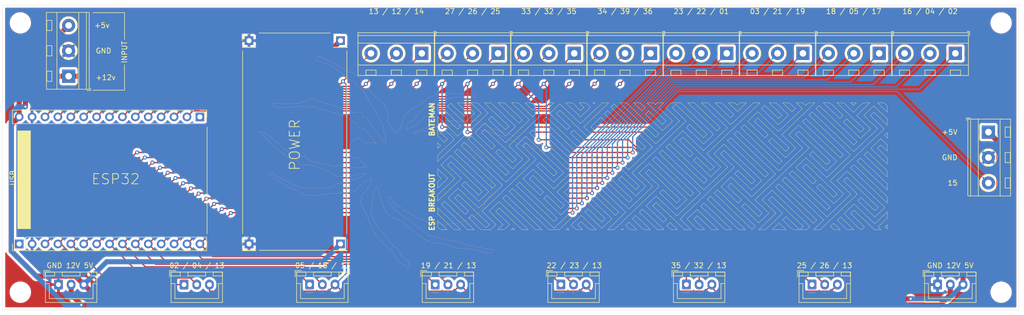
<source format=kicad_pcb>
(kicad_pcb (version 20171130) (host pcbnew "(5.1.12)-1")
  (layers (0 F.Cu signal) (31 B.Cu signal) (34 B.Paste user) (35 F.Paste user) (36 B.SilkS user) (37 F.SilkS user) (38 B.Mask user) (39 F.Mask user) (44 Edge.Cuts user))
  (net 0 "")
  (net 1 /GPIO13)
  (net 2 /GPIO12)
  (net 3 /GPIO14)
  (net 4 /5V)
  (net 5 /GND)
  (net 6 /GPIO27)
  (net 7 /GPIO26)
  (net 8 /GPIO25)
  (net 9 /GPIO33)
  (net 10 /GPIO32)
  (net 11 /GPIO35)
  (net 12 /GPIO34)
  (net 13 /GPIO39)
  (net 14 /GPIO36)
  (net 15 "Net-(J2-Pad1)")
  (net 16 /GPIO4)
  (net 17 /GPIO2)
  (net 18 /GPIO18)
  (net 19 /GPIO5)
  (net 20 /GPIO23)
  (net 21 /GPIO22)
  (net 22 /GPIO1)
  (net 23 /GPIO3)
  (net 24 /GPIO21)
  (net 25 /GPIO19)
  (net 26 /GPIO17)
  (net 27 /GPIO16)
  (net 28 /GPIO15)
  (net 29 /3V3)
  (net 30 /12V)
  (module TerminalBlock_MetzConnect:TerminalBlock_MetzConnect_Type094_RT03503HBLU_1x03_P5.00mm_Horizontal (layer F.Cu) (at 252.5 89.5 180)
    (fp_text reference J13 hide)
    (fp_text value Screw_Terminal_01x03 hide)
    (pad 3 thru_hole circle (at 10 0 180) (size 2.6 2.6) (drill 1.3) (layers *.Cu *.Mask) (net 27 /GPIO16))
    (pad 2 thru_hole circle (at 5 0 180) (size 2.6 2.6) (drill 1.3) (layers *.Cu *.Mask) (net 16 /GPIO4))
    (pad 1 thru_hole rect (at 0 0 180) (size 2.6 2.6) (drill 1.3) (layers *.Cu *.Mask) (net 17 /GPIO2))
  )
  (module MountingHole:MountingHole_3.2mm_M3 (layer F.Cu) (at 68.5 83.5)
    (fp_text reference 4 hide)
    (fp_text value MountingHole_3.2mm_M3 hide)
    (pad "" np_thru_hole circle (at 0 0) (size 3.2 3.2) (drill 3.2) (layers *.Cu *.Mask))
  )
  (module MountingHole:MountingHole_3.2mm_M3 (layer F.Cu) (at 68.5 136.5)
    (fp_text reference 4 hide)
    (fp_text value MountingHole_3.2mm_M3 hide)
    (pad "" np_thru_hole circle (at 0 0) (size 3.2 3.2) (drill 3.2) (layers *.Cu *.Mask))
  )
  (module MountingHole:MountingHole_3.2mm_M3 (layer F.Cu) (at 261.5 83.5)
    (fp_text reference 4 hide)
    (fp_text value MountingHole_3.2mm_M3 hide)
    (pad "" np_thru_hole circle (at 0 0) (size 3.2 3.2) (drill 3.2) (layers *.Cu *.Mask))
  )
  (module MountingHole:MountingHole_3.2mm_M3 (layer F.Cu) (at 261.5 136.5)
    (fp_text reference 4 hide)
    (fp_text value MountingHole_3.2mm_M3 hide)
    (pad "" np_thru_hole circle (at 0 0) (size 3.2 3.2) (drill 3.2) (layers *.Cu *.Mask))
  )
  (module TerminalBlock_MetzConnect:TerminalBlock_MetzConnect_Type094_RT03503HBLU_1x03_P5.00mm_Horizontal (layer F.Cu) (at 78 94 90)
    (fp_text reference J24 hide)
    (fp_text value Screw_Terminal_01x03 hide)
    (pad 3 thru_hole circle (at 10 0 90) (size 2.6 2.6) (drill 1.3) (layers *.Cu *.Mask) (net 4 /5V))
    (pad 2 thru_hole circle (at 5 0 90) (size 2.6 2.6) (drill 1.3) (layers *.Cu *.Mask) (net 5 /GND))
    (pad 1 thru_hole rect (at 0 0 90) (size 2.6 2.6) (drill 1.3) (layers *.Cu *.Mask) (net 30 /12V))
  )
  (module TerminalBlock_MetzConnect:TerminalBlock_MetzConnect_Type094_RT03503HBLU_1x03_P5.00mm_Horizontal (layer F.Cu) (at 259 105 270)
    (fp_text reference J15 hide)
    (fp_text value Screw_Terminal_01x03 hide)
    (pad 3 thru_hole circle (at 10 0 270) (size 2.6 2.6) (drill 1.3) (layers *.Cu *.Mask) (net 28 /GPIO15))
    (pad 2 thru_hole circle (at 5 0 270) (size 2.6 2.6) (drill 1.3) (layers *.Cu *.Mask) (net 5 /GND))
    (pad 1 thru_hole rect (at 0 0 270) (size 2.6 2.6) (drill 1.3) (layers *.Cu *.Mask) (net 4 /5V))
  )
  (module TerminalBlock_MetzConnect:TerminalBlock_MetzConnect_Type094_RT03503HBLU_1x03_P5.00mm_Horizontal (layer F.Cu) (at 237.5 89.5 180)
    (fp_text reference J12 hide)
    (fp_text value Screw_Terminal_01x03 hide)
    (pad 3 thru_hole circle (at 10 0 180) (size 2.6 2.6) (drill 1.3) (layers *.Cu *.Mask) (net 18 /GPIO18))
    (pad 2 thru_hole circle (at 5 0 180) (size 2.6 2.6) (drill 1.3) (layers *.Cu *.Mask) (net 19 /GPIO5))
    (pad 1 thru_hole rect (at 0 0 180) (size 2.6 2.6) (drill 1.3) (layers *.Cu *.Mask) (net 26 /GPIO17))
  )
  (module TerminalBlock_MetzConnect:TerminalBlock_MetzConnect_Type094_RT03503HBLU_1x03_P5.00mm_Horizontal (layer F.Cu) (at 222.5 89.5 180)
    (fp_text reference J10 hide)
    (fp_text value Screw_Terminal_01x03 hide)
    (pad 3 thru_hole circle (at 10 0 180) (size 2.6 2.6) (drill 1.3) (layers *.Cu *.Mask) (net 23 /GPIO3))
    (pad 2 thru_hole circle (at 5 0 180) (size 2.6 2.6) (drill 1.3) (layers *.Cu *.Mask) (net 24 /GPIO21))
    (pad 1 thru_hole rect (at 0 0 180) (size 2.6 2.6) (drill 1.3) (layers *.Cu *.Mask) (net 25 /GPIO19))
  )
  (module TerminalBlock_MetzConnect:TerminalBlock_MetzConnect_Type094_RT03503HBLU_1x03_P5.00mm_Horizontal (layer F.Cu) (at 207.5 89.5 180)
    (fp_text reference J9 hide)
    (fp_text value Screw_Terminal_01x03 hide)
    (pad 3 thru_hole circle (at 10 0 180) (size 2.6 2.6) (drill 1.3) (layers *.Cu *.Mask) (net 20 /GPIO23))
    (pad 2 thru_hole circle (at 5 0 180) (size 2.6 2.6) (drill 1.3) (layers *.Cu *.Mask) (net 21 /GPIO22))
    (pad 1 thru_hole rect (at 0 0 180) (size 2.6 2.6) (drill 1.3) (layers *.Cu *.Mask) (net 22 /GPIO1))
  )
  (module TerminalBlock_MetzConnect:TerminalBlock_MetzConnect_Type094_RT03503HBLU_1x03_P5.00mm_Horizontal (layer F.Cu) (at 192.5 89.5 180)
    (fp_text reference J6 hide)
    (fp_text value Screw_Terminal_01x03 hide)
    (pad 3 thru_hole circle (at 10 0 180) (size 2.6 2.6) (drill 1.3) (layers *.Cu *.Mask) (net 12 /GPIO34))
    (pad 2 thru_hole circle (at 5 0 180) (size 2.6 2.6) (drill 1.3) (layers *.Cu *.Mask) (net 13 /GPIO39))
    (pad 1 thru_hole rect (at 0 0 180) (size 2.6 2.6) (drill 1.3) (layers *.Cu *.Mask) (net 14 /GPIO36))
  )
  (module TerminalBlock_MetzConnect:TerminalBlock_MetzConnect_Type094_RT03503HBLU_1x03_P5.00mm_Horizontal (layer F.Cu) (at 177.5 89.5 180)
    (fp_text reference J5 hide)
    (fp_text value Screw_Terminal_01x03 hide)
    (pad 3 thru_hole circle (at 10 0 180) (size 2.6 2.6) (drill 1.3) (layers *.Cu *.Mask) (net 9 /GPIO33))
    (pad 2 thru_hole circle (at 5 0 180) (size 2.6 2.6) (drill 1.3) (layers *.Cu *.Mask) (net 10 /GPIO32))
    (pad 1 thru_hole rect (at 0 0 180) (size 2.6 2.6) (drill 1.3) (layers *.Cu *.Mask) (net 11 /GPIO35))
  )
  (module TerminalBlock_MetzConnect:TerminalBlock_MetzConnect_Type094_RT03503HBLU_1x03_P5.00mm_Horizontal (layer F.Cu) (at 162.5 89.5 180)
    (fp_text reference J4 hide)
    (fp_text value Screw_Terminal_01x03 hide)
    (pad 3 thru_hole circle (at 10 0 180) (size 2.6 2.6) (drill 1.3) (layers *.Cu *.Mask) (net 6 /GPIO27))
    (pad 2 thru_hole circle (at 5 0 180) (size 2.6 2.6) (drill 1.3) (layers *.Cu *.Mask) (net 7 /GPIO26))
    (pad 1 thru_hole rect (at 0 0 180) (size 2.6 2.6) (drill 1.3) (layers *.Cu *.Mask) (net 8 /GPIO25))
  )
  (module TerminalBlock_MetzConnect:TerminalBlock_MetzConnect_Type094_RT03503HBLU_1x03_P5.00mm_Horizontal (layer F.Cu) (at 147.5 89.5 180)
    (fp_text reference J1 hide)
    (fp_text value Screw_Terminal_01x03 hide)
    (pad 3 thru_hole circle (at 10 0 180) (size 2.6 2.6) (drill 1.3) (layers *.Cu *.Mask) (net 1 /GPIO13))
    (pad 2 thru_hole circle (at 5 0 180) (size 2.6 2.6) (drill 1.3) (layers *.Cu *.Mask) (net 2 /GPIO12))
    (pad 1 thru_hole rect (at 0 0 180) (size 2.6 2.6) (drill 1.3) (layers *.Cu *.Mask) (net 3 /GPIO14))
  )
  (module Connector_JST:JST_XH_B3B-XH-A_1x03_P2.50mm_Vertical (layer F.Cu) (at 249 135)
    (fp_text reference J23 hide)
    (fp_text value Conn_01x03_Male hide)
    (pad 3 thru_hole oval (at 5 0) (size 1.7 1.95) (drill 0.95) (layers *.Cu *.Mask) (net 4 /5V))
    (pad 2 thru_hole oval (at 2.5 0) (size 1.7 1.95) (drill 0.95) (layers *.Cu *.Mask) (net 30 /12V))
    (pad 1 thru_hole roundrect (at 0 0) (size 1.7 1.95) (drill 0.95) (layers *.Cu *.Mask) (roundrect_rratio 0.1470588235294118) (net 5 /GND))
  )
  (module Connector_JST:JST_XH_B3B-XH-A_1x03_P2.50mm_Vertical (layer F.Cu) (at 76 135)
    (fp_text reference J22 hide)
    (fp_text value Conn_01x03_Male hide)
    (pad 3 thru_hole oval (at 5 0) (size 1.7 1.95) (drill 0.95) (layers *.Cu *.Mask) (net 4 /5V))
    (pad 2 thru_hole oval (at 2.5 0) (size 1.7 1.95) (drill 0.95) (layers *.Cu *.Mask) (net 30 /12V))
    (pad 1 thru_hole roundrect (at 0 0) (size 1.7 1.95) (drill 0.95) (layers *.Cu *.Mask) (roundrect_rratio 0.1470588235294118) (net 5 /GND))
  )
  (module Connector_JST:JST_XH_B3B-XH-A_1x03_P2.50mm_Vertical (layer F.Cu) (at 224.28571 135)
    (fp_text reference J21 hide)
    (fp_text value Conn_01x03_Male hide)
    (pad 3 thru_hole oval (at 5 0) (size 1.7 1.95) (drill 0.95) (layers *.Cu *.Mask) (net 1 /GPIO13))
    (pad 2 thru_hole oval (at 2.5 0) (size 1.7 1.95) (drill 0.95) (layers *.Cu *.Mask) (net 7 /GPIO26))
    (pad 1 thru_hole roundrect (at 0 0) (size 1.7 1.95) (drill 0.95) (layers *.Cu *.Mask) (roundrect_rratio 0.1470588235294118) (net 8 /GPIO25))
  )
  (module Connector_PinHeader_2.54mm:PinHeader_1x01_P2.54mm_Vertical (layer F.Cu) (at 113.5 127)
    (fp_text reference J20 hide)
    (fp_text value Conn_01x01_Female hide)
    (pad 1 thru_hole rect (at 0 0) (size 1.7 1.7) (drill 1) (layers *.Cu *.Mask) (net 5 /GND))
  )
  (module Connector_PinHeader_2.54mm:PinHeader_1x01_P2.54mm_Vertical (layer F.Cu) (at 131.5 87)
    (fp_text reference J19 hide)
    (fp_text value Conn_01x01_Female hide)
    (pad 1 thru_hole rect (at 0 0) (size 1.7 1.7) (drill 1) (layers *.Cu *.Mask) (net 30 /12V))
  )
  (module Connector_PinHeader_2.54mm:PinHeader_1x01_P2.54mm_Vertical (layer F.Cu) (at 113.5 87)
    (fp_text reference J18 hide)
    (fp_text value Conn_01x01_Female hide)
    (pad 1 thru_hole rect (at 0 0) (size 1.7 1.7) (drill 1) (layers *.Cu *.Mask) (net 5 /GND))
  )
  (module Connector_PinHeader_2.54mm:PinHeader_1x01_P2.54mm_Vertical (layer F.Cu) (at 131.5 127)
    (fp_text reference J17 hide)
    (fp_text value Conn_01x01_Female hide)
    (pad 1 thru_hole rect (at 0 0) (size 1.7 1.7) (drill 1) (layers *.Cu *.Mask) (net 4 /5V))
  )
  (module Connector_JST:JST_XH_B3B-XH-A_1x03_P2.50mm_Vertical (layer F.Cu) (at 199.571425 135)
    (fp_text reference J16 hide)
    (fp_text value Conn_01x03_Male hide)
    (pad 3 thru_hole oval (at 5 0) (size 1.7 1.95) (drill 0.95) (layers *.Cu *.Mask) (net 1 /GPIO13))
    (pad 2 thru_hole oval (at 2.5 0) (size 1.7 1.95) (drill 0.95) (layers *.Cu *.Mask) (net 10 /GPIO32))
    (pad 1 thru_hole roundrect (at 0 0) (size 1.7 1.95) (drill 0.95) (layers *.Cu *.Mask) (roundrect_rratio 0.1470588235294118) (net 11 /GPIO35))
  )
  (module Connector_JST:JST_XH_B3B-XH-A_1x03_P2.50mm_Vertical (layer F.Cu) (at 174.85714 135)
    (fp_text reference J14 hide)
    (fp_text value Conn_01x03_Male hide)
    (pad 3 thru_hole oval (at 5 0) (size 1.7 1.95) (drill 0.95) (layers *.Cu *.Mask) (net 1 /GPIO13))
    (pad 2 thru_hole oval (at 2.5 0) (size 1.7 1.95) (drill 0.95) (layers *.Cu *.Mask) (net 20 /GPIO23))
    (pad 1 thru_hole roundrect (at 0 0) (size 1.7 1.95) (drill 0.95) (layers *.Cu *.Mask) (roundrect_rratio 0.1470588235294118) (net 21 /GPIO22))
  )
  (module Connector_JST:JST_XH_B3B-XH-A_1x03_P2.50mm_Vertical (layer F.Cu) (at 150.142855 135)
    (fp_text reference J11 hide)
    (fp_text value Conn_01x03_Male hide)
    (pad 3 thru_hole oval (at 5 0) (size 1.7 1.95) (drill 0.95) (layers *.Cu *.Mask) (net 1 /GPIO13))
    (pad 2 thru_hole oval (at 2.5 0) (size 1.7 1.95) (drill 0.95) (layers *.Cu *.Mask) (net 24 /GPIO21))
    (pad 1 thru_hole roundrect (at 0 0) (size 1.7 1.95) (drill 0.95) (layers *.Cu *.Mask) (roundrect_rratio 0.1470588235294118) (net 25 /GPIO19))
  )
  (module Connector_PinHeader_2.54mm:PinHeader_1x15_P2.54mm_Vertical (layer F.Cu) (at 68.28 127 90)
    (fp_text reference J8 hide)
    (fp_text value Conn_01x15_Female hide)
    (pad 15 thru_hole oval (at 0 35.56 90) (size 1.7 1.7) (drill 1) (layers *.Cu *.Mask) (net 20 /GPIO23))
    (pad 14 thru_hole oval (at 0 33.02 90) (size 1.7 1.7) (drill 1) (layers *.Cu *.Mask) (net 21 /GPIO22))
    (pad 13 thru_hole oval (at 0 30.48 90) (size 1.7 1.7) (drill 1) (layers *.Cu *.Mask) (net 22 /GPIO1))
    (pad 12 thru_hole oval (at 0 27.94 90) (size 1.7 1.7) (drill 1) (layers *.Cu *.Mask) (net 23 /GPIO3))
    (pad 11 thru_hole oval (at 0 25.4 90) (size 1.7 1.7) (drill 1) (layers *.Cu *.Mask) (net 24 /GPIO21))
    (pad 10 thru_hole oval (at 0 22.86 90) (size 1.7 1.7) (drill 1) (layers *.Cu *.Mask) (net 25 /GPIO19))
    (pad 9 thru_hole oval (at 0 20.32 90) (size 1.7 1.7) (drill 1) (layers *.Cu *.Mask) (net 18 /GPIO18))
    (pad 8 thru_hole oval (at 0 17.78 90) (size 1.7 1.7) (drill 1) (layers *.Cu *.Mask) (net 19 /GPIO5))
    (pad 7 thru_hole oval (at 0 15.24 90) (size 1.7 1.7) (drill 1) (layers *.Cu *.Mask) (net 26 /GPIO17))
    (pad 6 thru_hole oval (at 0 12.7 90) (size 1.7 1.7) (drill 1) (layers *.Cu *.Mask) (net 27 /GPIO16))
    (pad 5 thru_hole oval (at 0 10.16 90) (size 1.7 1.7) (drill 1) (layers *.Cu *.Mask) (net 16 /GPIO4))
    (pad 4 thru_hole oval (at 0 7.62 90) (size 1.7 1.7) (drill 1) (layers *.Cu *.Mask) (net 17 /GPIO2))
    (pad 3 thru_hole oval (at 0 5.08 90) (size 1.7 1.7) (drill 1) (layers *.Cu *.Mask) (net 28 /GPIO15))
    (pad 2 thru_hole oval (at 0 2.54 90) (size 1.7 1.7) (drill 1) (layers *.Cu *.Mask) (net 5 /GND))
    (pad 1 thru_hole rect (at 0 0 90) (size 1.7 1.7) (drill 1) (layers *.Cu *.Mask) (net 29 /3V3))
  )
  (module Connector_JST:JST_XH_B3B-XH-A_1x03_P2.50mm_Vertical (layer F.Cu) (at 125.42857 135)
    (fp_text reference J7 hide)
    (fp_text value Conn_01x03_Male hide)
    (pad 3 thru_hole oval (at 5 0) (size 1.7 1.95) (drill 0.95) (layers *.Cu *.Mask) (net 1 /GPIO13))
    (pad 2 thru_hole oval (at 2.5 0) (size 1.7 1.95) (drill 0.95) (layers *.Cu *.Mask) (net 18 /GPIO18))
    (pad 1 thru_hole roundrect (at 0 0) (size 1.7 1.95) (drill 0.95) (layers *.Cu *.Mask) (roundrect_rratio 0.1470588235294118) (net 19 /GPIO5))
  )
  (module Connector_JST:JST_XH_B3B-XH-A_1x03_P2.50mm_Vertical (layer F.Cu) (at 100.714285 135)
    (fp_text reference J3 hide)
    (fp_text value Conn_01x03_Male hide)
    (pad 3 thru_hole oval (at 5 0) (size 1.7 1.95) (drill 0.95) (layers *.Cu *.Mask) (net 1 /GPIO13))
    (pad 2 thru_hole oval (at 2.5 0) (size 1.7 1.95) (drill 0.95) (layers *.Cu *.Mask) (net 16 /GPIO4))
    (pad 1 thru_hole roundrect (at 0 0) (size 1.7 1.95) (drill 0.95) (layers *.Cu *.Mask) (roundrect_rratio 0.1470588235294118) (net 17 /GPIO2))
  )
  (module Connector_PinHeader_2.54mm:PinHeader_1x15_P2.54mm_Vertical (layer F.Cu) (at 103.83 102 270)
    (fp_text reference J2 hide)
    (fp_text value Conn_01x15_Female hide)
    (pad 15 thru_hole oval (at 0 35.56 270) (size 1.7 1.7) (drill 1) (layers *.Cu *.Mask) (net 4 /5V))
    (pad 14 thru_hole oval (at 0 33.02 270) (size 1.7 1.7) (drill 1) (layers *.Cu *.Mask) (net 5 /GND))
    (pad 13 thru_hole oval (at 0 30.48 270) (size 1.7 1.7) (drill 1) (layers *.Cu *.Mask) (net 1 /GPIO13))
    (pad 12 thru_hole oval (at 0 27.94 270) (size 1.7 1.7) (drill 1) (layers *.Cu *.Mask) (net 2 /GPIO12))
    (pad 11 thru_hole oval (at 0 25.4 270) (size 1.7 1.7) (drill 1) (layers *.Cu *.Mask) (net 3 /GPIO14))
    (pad 10 thru_hole oval (at 0 22.86 270) (size 1.7 1.7) (drill 1) (layers *.Cu *.Mask) (net 6 /GPIO27))
    (pad 9 thru_hole oval (at 0 20.32 270) (size 1.7 1.7) (drill 1) (layers *.Cu *.Mask) (net 7 /GPIO26))
    (pad 8 thru_hole oval (at 0 17.78 270) (size 1.7 1.7) (drill 1) (layers *.Cu *.Mask) (net 8 /GPIO25))
    (pad 7 thru_hole oval (at 0 15.24 270) (size 1.7 1.7) (drill 1) (layers *.Cu *.Mask) (net 9 /GPIO33))
    (pad 6 thru_hole oval (at 0 12.7 270) (size 1.7 1.7) (drill 1) (layers *.Cu *.Mask) (net 10 /GPIO32))
    (pad 5 thru_hole oval (at 0 10.16 270) (size 1.7 1.7) (drill 1) (layers *.Cu *.Mask) (net 11 /GPIO35))
    (pad 4 thru_hole oval (at 0 7.62 270) (size 1.7 1.7) (drill 1) (layers *.Cu *.Mask) (net 12 /GPIO34))
    (pad 3 thru_hole oval (at 0 5.08 270) (size 1.7 1.7) (drill 1) (layers *.Cu *.Mask) (net 13 /GPIO39))
    (pad 2 thru_hole oval (at 0 2.54 270) (size 1.7 1.7) (drill 1) (layers *.Cu *.Mask) (net 14 /GPIO36))
    (pad 1 thru_hole rect (at 0 0 270) (size 1.7 1.7) (drill 1) (layers *.Cu *.Mask) (net 15 "Net-(J2-Pad1)"))
  )
  (gr_curve (pts (xy 129.740751 115.855499) (xy 130.180701 115.455574) (xy 130.719575 115.180074) (xy 131.30135 115.057449)) (layer B.SilkS) (width 0.025))
  (gr_curve (pts (xy 118.45795 113.427999) (xy 118.45795 113.427999) (xy 120.026826 114.181874) (xy 120.026826 114.181874)) (layer B.SilkS) (width 0.025))
  (gr_curve (pts (xy 130.151 117.003374) (xy 130.151 117.003374) (xy 126.300975 117.546124) (xy 126.300975 117.546124)) (layer B.SilkS) (width 0.025))
  (gr_curve (pts (xy 124.56155 117.409123) (xy 124.56155 117.409123) (xy 122.55645 116.290274) (xy 122.55645 116.290274)) (layer B.SilkS) (width 0.025))
  (gr_curve (pts (xy 137.732701 114.481348) (xy 137.742351 114.349524) (xy 137.66975 114.227673) (xy 137.54775 114.176798)) (layer B.SilkS) (width 0.025))
  (gr_curve (pts (xy 120.76525 115.492524) (xy 120.76525 115.492524) (xy 117.754775 113.661598) (xy 117.754775 113.661598)) (layer B.SilkS) (width 0.025))
  (gr_curve (pts (xy 121.8894 115.173923) (xy 123.063126 115.853424) (xy 124.4179 116.152073) (xy 125.768475 116.028599)) (layer B.SilkS) (width 0.025))
  (gr_curve (pts (xy 134.380551 114.304848) (xy 134.380551 114.304848) (xy 136.478675 113.372049) (xy 136.478675 113.372049)) (layer B.SilkS) (width 0.025))
  (gr_curve (pts (xy 117.29725 106.7056) (xy 116.811676 106.079524) (xy 116.2476 105.518749) (xy 115.618651 105.0369)) (layer B.SilkS) (width 0.025))
  (gr_curve (pts (xy 121.715025 110.729624) (xy 121.555826 110.574499) (xy 121.475776 110.354075) (xy 121.497151 110.132825)) (layer B.SilkS) (width 0.025))
  (gr_curve (pts (xy 137.457226 114.890373) (xy 137.457226 114.890373) (xy 137.502076 114.756623) (xy 137.502076 114.756623)) (layer B.SilkS) (width 0.025))
  (gr_curve (pts (xy 125.108026 111.343798) (xy 125.108026 111.343798) (xy 123.858751 111.519898) (xy 123.858751 111.519898)) (layer B.SilkS) (width 0.025))
  (gr_curve (pts (xy 129.253775 112.734224) (xy 129.253775 112.734224) (xy 125.108026 111.343798) (xy 125.108026 111.343798)) (layer B.SilkS) (width 0.025))
  (gr_curve (pts (xy 119.938076 109.014775) (xy 119.011575 108.299649) (xy 118.129576 107.528425) (xy 117.29725 106.7056)) (layer B.SilkS) (width 0.025))
  (gr_curve (pts (xy 121.497151 110.132825) (xy 121.497151 110.132825) (xy 119.938076 109.014775) (xy 119.938076 109.014775)) (layer B.SilkS) (width 0.025))
  (gr_curve (pts (xy 122.315801 110.932199) (xy 122.095176 110.959274) (xy 121.8742 110.884775) (xy 121.715025 110.729624)) (layer B.SilkS) (width 0.025))
  (gr_curve (pts (xy 122.635475 110.594475) (xy 122.472075 110.644999) (xy 122.352001 110.765049) (xy 122.315801 110.932199)) (layer B.SilkS) (width 0.025))
  (gr_curve (pts (xy 129.232701 115.973549) (xy 129.232701 115.973549) (xy 129.712725 115.863699) (xy 129.712725 115.863699)) (layer B.SilkS) (width 0.025))
  (gr_curve (pts (xy 117.785276 113.252249) (xy 117.875451 113.133824) (xy 118.026901 113.079598) (xy 118.171725 113.113873)) (layer B.SilkS) (width 0.025))
  (gr_curve (pts (xy 120.026826 114.181874) (xy 120.67705 114.454098) (xy 121.300675 114.786249) (xy 121.8894 115.173923)) (layer B.SilkS) (width 0.025))
  (gr_curve (pts (xy 131.699275 116.976198) (xy 131.186025 117.045373) (xy 130.666351 117.054499) (xy 130.151 117.003374)) (layer B.SilkS) (width 0.025))
  (gr_curve (pts (xy 134.376426 116.535098) (xy 134.376426 116.535098) (xy 134.197825 116.623998) (xy 134.197825 116.623998)) (layer B.SilkS) (width 0.025))
  (gr_curve (pts (xy 123.10105 110.703025) (xy 122.976825 110.585449) (xy 122.798876 110.543975) (xy 122.635475 110.594475)) (layer B.SilkS) (width 0.025))
  (gr_curve (pts (xy 129.712725 115.863699) (xy 129.712725 115.863699) (xy 129.740751 115.855499) (xy 129.740751 115.855499)) (layer B.SilkS) (width 0.025))
  (gr_curve (pts (xy 123.234976 111.161923) (xy 123.27645 110.995998) (xy 123.225251 110.820599) (xy 123.10105 110.703025)) (layer B.SilkS) (width 0.025))
  (gr_curve (pts (xy 123.858751 111.519898) (xy 123.858751 111.519898) (xy 123.234976 111.161923) (xy 123.234976 111.161923)) (layer B.SilkS) (width 0.025))
  (gr_curve (pts (xy 136.478675 113.372049) (xy 136.478675 113.372049) (xy 136.389776 113.193424) (xy 136.389776 113.193424)) (layer B.SilkS) (width 0.025))
  (gr_curve (pts (xy 135.624875 118.319948) (xy 135.735975 118.255424) (xy 135.804175 118.136499) (xy 135.803825 118.008024)) (layer B.SilkS) (width 0.025))
  (gr_curve (pts (xy 125.768475 116.028599) (xy 125.768475 116.028599) (xy 129.232701 115.973549) (xy 129.232701 115.973549)) (layer B.SilkS) (width 0.025))
  (gr_curve (pts (xy 135.623175 117.697123) (xy 135.623175 117.697123) (xy 135.534375 117.518598) (xy 135.534375 117.518598)) (layer B.SilkS) (width 0.025))
  (gr_curve (pts (xy 122.55645 116.290274) (xy 121.921275 116.120049) (xy 121.316701 115.850748) (xy 120.76525 115.492524)) (layer B.SilkS) (width 0.025))
  (gr_curve (pts (xy 130.857776 113.718448) (xy 130.28635 113.454499) (xy 129.747925 113.124073) (xy 129.253775 112.734224)) (layer B.SilkS) (width 0.025))
  (gr_curve (pts (xy 137.41235 115.024098) (xy 137.41235 115.024098) (xy 137.457226 114.890373) (xy 137.457226 114.890373)) (layer B.SilkS) (width 0.025))
  (gr_curve (pts (xy 133.570475 116.391374) (xy 133.334175 116.438798) (xy 133.145751 116.612448) (xy 133.082276 116.844948)) (layer B.SilkS) (width 0.025))
  (gr_curve (pts (xy 137.502076 114.756623) (xy 137.63015 114.724049) (xy 137.72305 114.613174) (xy 137.732701 114.481348)) (layer B.SilkS) (width 0.025))
  (gr_curve (pts (xy 134.197825 116.623998) (xy 134.049575 116.433999) (xy 133.80675 116.343949) (xy 133.570475 116.391374)) (layer B.SilkS) (width 0.025))
  (gr_curve (pts (xy 137.54775 114.176798) (xy 136.293726 114.656498) (xy 135.196676 115.472124) (xy 134.376426 116.535098)) (layer B.SilkS) (width 0.025))
  (gr_curve (pts (xy 117.754775 113.661598) (xy 117.683176 113.531099) (xy 117.695125 113.370674) (xy 117.785276 113.252249)) (layer B.SilkS) (width 0.025))
  (gr_curve (pts (xy 133.534125 113.723424) (xy 133.534125 113.723424) (xy 130.857776 113.718448) (xy 130.857776 113.718448)) (layer B.SilkS) (width 0.025))
  (gr_curve (pts (xy 118.171725 113.113873) (xy 118.316575 113.148173) (xy 118.43045 113.281723) (xy 118.45795 113.427999)) (layer B.SilkS) (width 0.025))
  (gr_curve (pts (xy 126.300975 117.546124) (xy 126.300975 117.546124) (xy 124.56155 117.409123) (xy 124.56155 117.409123)) (layer B.SilkS) (width 0.025))
  (gr_curve (pts (xy 136.389776 113.193424) (xy 135.407651 113.115199) (xy 134.42275 113.297898) (xy 133.534125 113.723424)) (layer B.SilkS) (width 0.025))
  (gr_curve (pts (xy 133.082276 116.844948) (xy 132.665026 117.095599) (xy 132.156275 117.143748) (xy 131.699275 116.976198)) (layer B.SilkS) (width 0.025))
  (gr_curve (pts (xy 132.818926 114.524974) (xy 132.818926 114.524974) (xy 134.380551 114.304848) (xy 134.380551 114.304848)) (layer B.SilkS) (width 0.025))
  (gr_curve (pts (xy 132.460925 115.148774) (xy 132.460925 115.148774) (xy 132.818926 114.524974) (xy 132.818926 114.524974)) (layer B.SilkS) (width 0.025))
  (gr_curve (pts (xy 135.265276 118.320924) (xy 135.3767 118.384873) (xy 135.5138 118.384499) (xy 135.624875 118.319948)) (layer B.SilkS) (width 0.025))
  (gr_curve (pts (xy 131.30135 115.057449) (xy 131.30135 115.057449) (xy 132.460925 115.148774) (xy 132.460925 115.148774)) (layer B.SilkS) (width 0.025))
  (gr_curve (pts (xy 136.651525 116.405424) (xy 136.651525 116.405424) (xy 137.41235 115.024098) (xy 137.41235 115.024098)) (layer B.SilkS) (width 0.025))
  (gr_curve (pts (xy 135.803825 118.008024) (xy 135.803451 117.879549) (xy 135.734625 117.761049) (xy 135.623175 117.697123)) (layer B.SilkS) (width 0.025))
  (gr_curve (pts (xy 135.534375 117.518598) (xy 135.534375 117.518598) (xy 136.4281 116.628049) (xy 136.4281 116.628049)) (layer B.SilkS) (width 0.025))
  (gr_curve (pts (xy 135.433825 118.928824) (xy 135.36905 118.728674) (xy 135.312801 118.525849) (xy 135.265276 118.320924)) (layer B.SilkS) (width 0.025))
  (gr_curve (pts (xy 136.4281 116.628049) (xy 136.4281 116.628049) (xy 136.651525 116.405424) (xy 136.651525 116.405424)) (layer B.SilkS) (width 0.025))
  (gr_curve (pts (xy 137.507725 120.132099) (xy 137.49085 120.281998) (xy 137.505425 120.433724) (xy 137.550575 120.577648)) (layer B.SilkS) (width 0.025))
  (gr_curve (pts (xy 156.39195 127.191724) (xy 156.39195 127.191724) (xy 161.564274 128.182649) (xy 161.564274 128.182649)) (layer B.SilkS) (width 0.025))
  (gr_curve (pts (xy 144.675774 123.508023) (xy 144.340625 123.068223) (xy 143.89095 122.729449) (xy 143.375675 122.528798)) (layer B.SilkS) (width 0.025))
  (gr_curve (pts (xy 143.980725 131.097823) (xy 143.045574 130.637623) (xy 142.306851 129.855699) (xy 141.899976 128.896123)) (layer B.SilkS) (width 0.025))
  (gr_curve (pts (xy 151.575 126.915249) (xy 150.122875 126.998948) (xy 148.6866 126.569699) (xy 147.51815 125.703448)) (layer B.SilkS) (width 0.025))
  (gr_curve (pts (xy 141.899976 128.896123) (xy 141.930475 128.604324) (xy 141.73465 128.337298) (xy 141.447026 128.279374)) (layer B.SilkS) (width 0.025))
  (gr_curve (pts (xy 144.518799 131.541249) (xy 144.47785 131.278149) (xy 144.246775 131.087474) (xy 143.980725 131.097823)) (layer B.SilkS) (width 0.025))
  (gr_curve (pts (xy 144.926725 131.777024) (xy 144.804525 131.790724) (xy 144.687249 131.704048) (xy 144.65255 131.586099)) (layer B.SilkS) (width 0.025))
  (gr_curve (pts (xy 141.983626 127.566673) (xy 142.48215 127.655549) (xy 142.9112 127.971724) (xy 143.1441 128.421373)) (layer B.SilkS) (width 0.025))
  (gr_curve (pts (xy 140.123675 120.247924) (xy 140.123675 120.247924) (xy 139.63605 118.596673) (xy 139.63605 118.596673)) (layer B.SilkS) (width 0.025))
  (gr_curve (pts (xy 141.3256 121.543749) (xy 141.3256 121.543749) (xy 140.123675 120.247924) (xy 140.123675 120.247924)) (layer B.SilkS) (width 0.025))
  (gr_curve (pts (xy 154.519675 126.563799) (xy 154.519675 126.563799) (xy 156.39195 127.191724) (xy 156.39195 127.191724)) (layer B.SilkS) (width 0.025))
  (gr_curve (pts (xy 138.286375 124.838924) (xy 138.286375 124.838924) (xy 137.93 124.570624) (xy 137.93 124.570624)) (layer B.SilkS) (width 0.025))
  (gr_curve (pts (xy 145.071625 130.855873) (xy 144.913975 131.069949) (xy 144.948574 131.369174) (xy 145.15135 131.541149)) (layer B.SilkS) (width 0.025))
  (gr_curve (pts (xy 149.1246 125.349548) (xy 149.1246 125.349548) (xy 153.0926 126.382774) (xy 153.0926 126.382774)) (layer B.SilkS) (width 0.025))
  (gr_curve (pts (xy 142.9361 120.823924) (xy 143.557249 121.313799) (xy 144.21245 121.758698) (xy 144.896875 122.155398)) (layer B.SilkS) (width 0.025))
  (gr_curve (pts (xy 159.645574 128.580499) (xy 158.172775 128.178974) (xy 156.66455 127.922249) (xy 155.141849 127.813924)) (layer B.SilkS) (width 0.025))
  (gr_curve (pts (xy 137.898375 117.567523) (xy 137.85955 118.433774) (xy 137.728576 119.293573) (xy 137.507725 120.132099)) (layer B.SilkS) (width 0.025))
  (gr_curve (pts (xy 138.615101 115.873849) (xy 138.615101 115.873849) (xy 138.526251 115.695274) (xy 138.526251 115.695274)) (layer B.SilkS) (width 0.025))
  (gr_curve (pts (xy 140.1528 125.099249) (xy 140.447601 125.394123) (xy 140.67715 125.747848) (xy 140.826475 126.137149)) (layer B.SilkS) (width 0.025))
  (gr_curve (pts (xy 161.144525 128.776748) (xy 160.636425 128.835374) (xy 160.121474 128.767924) (xy 159.645574 128.580499)) (layer B.SilkS) (width 0.025))
  (gr_curve (pts (xy 143.762824 129.700449) (xy 144.339975 129.887848) (xy 144.81395 130.306449) (xy 145.071625 130.855873)) (layer B.SilkS) (width 0.025))
  (gr_curve (pts (xy 147.51815 125.703448) (xy 147.51815 125.703448) (xy 144.675774 123.508023) (xy 144.675774 123.508023)) (layer B.SilkS) (width 0.025))
  (gr_curve (pts (xy 153.784224 127.656198) (xy 153.784224 127.656198) (xy 151.575 126.915249) (xy 151.575 126.915249)) (layer B.SilkS) (width 0.025))
  (gr_curve (pts (xy 139.21095 126.137549) (xy 139.21095 126.137549) (xy 138.597051 125.686973) (xy 138.597051 125.686973)) (layer B.SilkS) (width 0.025))
  (gr_curve (pts (xy 144.65255 131.586099) (xy 144.65255 131.586099) (xy 144.518799 131.541249) (xy 144.518799 131.541249)) (layer B.SilkS) (width 0.025))
  (gr_curve (pts (xy 139.63605 118.596673) (xy 139.319026 118.107273) (xy 139.097125 117.562273) (xy 138.982075 116.990624)) (layer B.SilkS) (width 0.025))
  (gr_curve (pts (xy 155.141849 127.813924) (xy 154.683875 127.899674) (xy 154.2104 127.844599) (xy 153.784224 127.656198)) (layer B.SilkS) (width 0.025))
  (gr_curve (pts (xy 148.9796 125.389549) (xy 148.9796 125.389549) (xy 149.1246 125.349548) (xy 149.1246 125.349548)) (layer B.SilkS) (width 0.025))
  (gr_curve (pts (xy 140.826475 126.137149) (xy 140.826475 126.137149) (xy 141.983626 127.566673) (xy 141.983626 127.566673)) (layer B.SilkS) (width 0.025))
  (gr_curve (pts (xy 153.0926 126.382774) (xy 153.574149 126.379874) (xy 154.054099 126.440773) (xy 154.519675 126.563799)) (layer B.SilkS) (width 0.025))
  (gr_curve (pts (xy 137.175775 122.383599) (xy 137.175775 122.383599) (xy 136.336 120.696273) (xy 136.336 120.696273)) (layer B.SilkS) (width 0.025))
  (gr_curve (pts (xy 137.93 124.570624) (xy 137.61915 123.863523) (xy 137.366876 123.131998) (xy 137.175775 122.383599)) (layer B.SilkS) (width 0.025))
  (gr_curve (pts (xy 161.564274 128.182649) (xy 161.57635 128.453123) (xy 161.403425 128.697573) (xy 161.144525 128.776748)) (layer B.SilkS) (width 0.025))
  (gr_curve (pts (xy 136.336 120.696273) (xy 136.289625 120.625724) (xy 136.251401 120.550124) (xy 136.222151 120.470948)) (layer B.SilkS) (width 0.025))
  (gr_curve (pts (xy 145.15135 131.541149) (xy 145.143649 131.663873) (xy 145.048925 131.763324) (xy 144.926725 131.777024)) (layer B.SilkS) (width 0.025))
  (gr_curve (pts (xy 143.375675 122.528798) (xy 143.375675 122.528798) (xy 141.3256 121.543749) (xy 141.3256 121.543749)) (layer B.SilkS) (width 0.025))
  (gr_curve (pts (xy 136.222151 120.470948) (xy 136.222151 120.470948) (xy 135.433825 118.928824) (xy 135.433825 118.928824)) (layer B.SilkS) (width 0.025))
  (gr_curve (pts (xy 138.982075 116.990624) (xy 139.088101 116.578449) (xy 138.945101 116.142598) (xy 138.615101 115.873849)) (layer B.SilkS) (width 0.025))
  (gr_curve (pts (xy 144.896875 122.155398) (xy 144.896875 122.155398) (xy 148.9796 125.389549) (xy 148.9796 125.389549)) (layer B.SilkS) (width 0.025))
  (gr_curve (pts (xy 138.597051 125.686973) (xy 138.597051 125.686973) (xy 138.286375 124.838924) (xy 138.286375 124.838924)) (layer B.SilkS) (width 0.025))
  (gr_curve (pts (xy 141.447026 128.279374) (xy 141.447026 128.279374) (xy 139.21095 126.137549) (xy 139.21095 126.137549)) (layer B.SilkS) (width 0.025))
  (gr_curve (pts (xy 143.1441 128.421373) (xy 143.159124 128.916448) (xy 143.383924 129.381423) (xy 143.762824 129.700449)) (layer B.SilkS) (width 0.025))
  (gr_curve (pts (xy 138.526251 115.695274) (xy 138.142851 116.246924) (xy 137.925025 116.896249) (xy 137.898375 117.567523)) (layer B.SilkS) (width 0.025))
  (gr_curve (pts (xy 137.550575 120.577648) (xy 137.816976 122.359499) (xy 138.745751 123.974024) (xy 140.1528 125.099249)) (layer B.SilkS) (width 0.025))
  (gr_curve (pts (xy 161.138799 117.030523) (xy 161.133774 117.403998) (xy 160.904125 117.737999) (xy 160.5574 117.876873)) (layer B.SilkS) (width 0.025))
  (gr_curve (pts (xy 148.899849 102.065074) (xy 148.899849 102.065074) (xy 150.7721 102.693) (xy 150.7721 102.693)) (layer B.SilkS) (width 0.025))
  (gr_curve (pts (xy 159.84645 119.619549) (xy 159.7402 119.842648) (xy 159.506924 119.980774) (xy 159.259999 119.970973)) (layer B.SilkS) (width 0.025))
  (gr_curve (pts (xy 161.00485 113.471674) (xy 161.00485 113.471674) (xy 161.278349 113.952949) (xy 161.278349 113.952949)) (layer B.SilkS) (width 0.025))
  (gr_curve (pts (xy 154.992674 103.687549) (xy 154.992674 103.687549) (xy 154.92825 103.72215) (xy 154.92825 103.72215)) (layer B.SilkS) (width 0.025))
  (gr_curve (pts (xy 160.759775 112.975249) (xy 160.759775 112.975249) (xy 161.00485 113.471674) (xy 161.00485 113.471674)) (layer B.SilkS) (width 0.025))
  (gr_curve (pts (xy 168.069424 107.899125) (xy 167.325824 107.743299) (xy 166.616099 107.454824) (xy 165.974599 107.047775)) (layer B.SilkS) (width 0.025))
  (gr_curve (pts (xy 157.508224 102.740624) (xy 158.220575 102.6869) (xy 158.9187 102.963275) (xy 159.401675 103.489649)) (layer B.SilkS) (width 0.025))
  (gr_curve (pts (xy 155.857374 102.613149) (xy 156.3867 102.801425) (xy 156.956299 102.845449) (xy 157.508224 102.740624)) (layer B.SilkS) (width 0.025))
  (gr_curve (pts (xy 147.702125 102.320424) (xy 147.966499 101.925924) (xy 148.49725 101.813174) (xy 148.899849 102.065074)) (layer B.SilkS) (width 0.025))
  (gr_curve (pts (xy 150.4557 104.967249) (xy 150.4557 104.967249) (xy 150.58945 105.0121) (xy 150.58945 105.0121)) (layer B.SilkS) (width 0.025))
  (gr_curve (pts (xy 146.887249 104.960725) (xy 147.382725 104.836) (xy 147.8976 104.806675) (xy 148.404024 104.874299)) (layer B.SilkS) (width 0.025))
  (gr_curve (pts (xy 140.663525 117.750999) (xy 140.835475 118.673448) (xy 141.362175 119.491073) (xy 142.13135 120.028549)) (layer B.SilkS) (width 0.025))
  (gr_curve (pts (xy 145.826275 121.425899) (xy 145.093875 120.961848) (xy 144.352724 120.511824) (xy 143.6032 120.075973)) (layer B.SilkS) (width 0.025))
  (gr_curve (pts (xy 148.632249 104.117175) (xy 148.632249 104.117175) (xy 148.546224 104.182125) (xy 148.546224 104.182125)) (layer B.SilkS) (width 0.025))
  (gr_curve (pts (xy 142.266701 119.181374) (xy 142.266701 119.181374) (xy 141.554826 118.198699) (xy 141.554826 118.198699)) (layer B.SilkS) (width 0.025))
  (gr_curve (pts (xy 156.669225 121.928874) (xy 156.669225 121.928874) (xy 156.177599 122.507748) (xy 156.177599 122.507748)) (layer B.SilkS) (width 0.025))
  (gr_curve (pts (xy 150.410849 105.100975) (xy 150.410849 105.100975) (xy 150.4557 104.967249) (xy 150.4557 104.967249)) (layer B.SilkS) (width 0.025))
  (gr_curve (pts (xy 146.119825 104.878675) (xy 145.96845 104.994774) (xy 145.8741 105.169999) (xy 145.860575 105.360274)) (layer B.SilkS) (width 0.025))
  (gr_curve (pts (xy 149.861474 103.906724) (xy 149.861474 103.906724) (xy 148.632249 104.117175) (xy 148.632249 104.117175)) (layer B.SilkS) (width 0.025))
  (gr_curve (pts (xy 169.295274 107.71195) (xy 169.420475 107.766775) (xy 169.51765 107.870625) (xy 169.564074 107.999174)) (layer B.SilkS) (width 0.025))
  (gr_curve (pts (xy 154.873825 103.771125) (xy 153.209125 103.501475) (xy 151.509149 103.5474) (xy 149.861474 103.906724)) (layer B.SilkS) (width 0.025))
  (gr_curve (pts (xy 150.58945 105.0121) (xy 150.947299 105.3818) (xy 151.4891 105.505474) (xy 151.971675 105.326949)) (layer B.SilkS) (width 0.025))
  (gr_curve (pts (xy 161.278349 113.952949) (xy 161.153425 114.973798) (xy 161.106775 116.002549) (xy 161.138799 117.030523)) (layer B.SilkS) (width 0.025))
  (gr_curve (pts (xy 165.664749 105.753574) (xy 166.214674 105.961224) (xy 166.7155 106.281274) (xy 167.135024 106.693024)) (layer B.SilkS) (width 0.025))
  (gr_curve (pts (xy 159.752549 118.945949) (xy 159.915775 119.131473) (xy 159.952699 119.396448) (xy 159.84645 119.619549)) (layer B.SilkS) (width 0.025))
  (gr_curve (pts (xy 153.149324 105.408) (xy 153.6339 105.43615) (xy 154.0898 105.648249) (xy 154.423699 106.000549)) (layer B.SilkS) (width 0.025))
  (gr_curve (pts (xy 160.5574 117.876873) (xy 160.5574 117.876873) (xy 159.752549 118.945949) (xy 159.752549 118.945949)) (layer B.SilkS) (width 0.025))
  (gr_curve (pts (xy 169.54055 108.392499) (xy 169.54055 108.392499) (xy 168.069424 107.899125) (xy 168.069424 107.899125)) (layer B.SilkS) (width 0.025))
  (gr_curve (pts (xy 142.086501 120.162274) (xy 142.336526 120.422449) (xy 142.6226 120.645249) (xy 142.9361 120.823924)) (layer B.SilkS) (width 0.025))
  (gr_curve (pts (xy 141.612575 117.833699) (xy 141.5513 117.712299) (xy 141.422725 117.643199) (xy 141.288151 117.662923)) (layer B.SilkS) (width 0.025))
  (gr_curve (pts (xy 146.058275 121.643599) (xy 146.00045 121.552673) (xy 145.920674 121.477824) (xy 145.826275 121.425899)) (layer B.SilkS) (width 0.025))
  (gr_curve (pts (xy 155.807425 107.036925) (xy 158.31255 108.109349) (xy 160.15385 110.318474) (xy 160.759775 112.975249)) (layer B.SilkS) (width 0.025))
  (gr_curve (pts (xy 152.95755 102.830874) (xy 153.446875 102.756374) (xy 153.945899 102.772425) (xy 154.42945 102.878174)) (layer B.SilkS) (width 0.025))
  (gr_curve (pts (xy 145.860575 105.360274) (xy 145.860575 105.360274) (xy 146.887249 104.960725) (xy 146.887249 104.960725)) (layer B.SilkS) (width 0.025))
  (gr_curve (pts (xy 154.608049 102.789274) (xy 155.0221 102.988099) (xy 155.514599 102.918875) (xy 155.857374 102.613149)) (layer B.SilkS) (width 0.025))
  (gr_curve (pts (xy 141.554826 118.198699) (xy 141.650601 118.102124) (xy 141.673851 117.955123) (xy 141.612575 117.833699)) (layer B.SilkS) (width 0.025))
  (gr_curve (pts (xy 155.276024 103.656249) (xy 155.189424 103.703599) (xy 155.087549 103.714849) (xy 154.992674 103.687549)) (layer B.SilkS) (width 0.025))
  (gr_curve (pts (xy 154.42945 102.878174) (xy 154.42945 102.878174) (xy 154.608049 102.789274) (xy 154.608049 102.789274)) (layer B.SilkS) (width 0.025))
  (gr_curve (pts (xy 159.401675 103.489649) (xy 159.401675 103.489649) (xy 165.664749 105.753574) (xy 165.664749 105.753574)) (layer B.SilkS) (width 0.025))
  (gr_curve (pts (xy 157.237049 104.266124) (xy 156.685924 103.818174) (xy 155.983975 103.599725) (xy 155.276024 103.656249)) (layer B.SilkS) (width 0.025))
  (gr_curve (pts (xy 151.402 123.210723) (xy 151.118699 122.996224) (xy 150.7733 122.880124) (xy 150.41795 122.880099)) (layer B.SilkS) (width 0.025))
  (gr_curve (pts (xy 142.13135 120.028549) (xy 142.13135 120.028549) (xy 142.086501 120.162274) (xy 142.086501 120.162274)) (layer B.SilkS) (width 0.025))
  (gr_curve (pts (xy 141.288151 117.662923) (xy 141.288151 117.662923) (xy 140.663525 117.750999) (xy 140.663525 117.750999)) (layer B.SilkS) (width 0.025))
  (gr_curve (pts (xy 159.259999 119.970973) (xy 159.091975 120.392674) (xy 158.813949 120.761873) (xy 158.455125 121.039974)) (layer B.SilkS) (width 0.025))
  (gr_curve (pts (xy 167.135024 106.693024) (xy 167.7596 107.2066) (xy 168.501699 107.556724) (xy 169.295274 107.71195)) (layer B.SilkS) (width 0.025))
  (gr_curve (pts (xy 149.089525 122.846524) (xy 149.089525 122.846524) (xy 146.058275 121.643599) (xy 146.058275 121.643599)) (layer B.SilkS) (width 0.025))
  (gr_curve (pts (xy 152.742025 122.992198) (xy 152.3654 123.296323) (xy 151.855825 123.379248) (xy 151.402 123.210723)) (layer B.SilkS) (width 0.025))
  (gr_curve (pts (xy 151.971675 105.326949) (xy 152.358175 105.411525) (xy 152.7549 105.438849) (xy 153.149324 105.408)) (layer B.SilkS) (width 0.025))
  (gr_curve (pts (xy 158.455125 121.039974) (xy 158.17895 121.393274) (xy 157.780725 121.631124) (xy 157.338749 121.707024)) (layer B.SilkS) (width 0.025))
  (gr_curve (pts (xy 148.404024 104.874299) (xy 149.080099 104.8582) (xy 149.755399 104.934499) (xy 150.410849 105.100975)) (layer B.SilkS) (width 0.025))
  (gr_curve (pts (xy 165.974599 107.047775) (xy 163.2275 105.663499) (xy 160.278824 104.724674) (xy 157.237049 104.266124)) (layer B.SilkS) (width 0.025))
  (gr_curve (pts (xy 143.51435 119.897399) (xy 143.51435 119.897399) (xy 142.266701 119.181374) (xy 142.266701 119.181374)) (layer B.SilkS) (width 0.025))
  (gr_curve (pts (xy 154.526225 122.995423) (xy 154.526225 122.995423) (xy 152.742025 122.992198) (xy 152.742025 122.992198)) (layer B.SilkS) (width 0.025))
  (gr_curve (pts (xy 143.6032 120.075973) (xy 143.6032 120.075973) (xy 143.51435 119.897399) (xy 143.51435 119.897399)) (layer B.SilkS) (width 0.025))
  (gr_curve (pts (xy 150.41795 122.880099) (xy 150.022225 123.181324) (xy 149.4698 123.167048) (xy 149.089525 122.846524)) (layer B.SilkS) (width 0.025))
  (gr_curve (pts (xy 155.8023 122.538524) (xy 155.322174 122.350173) (xy 154.777225 122.544899) (xy 154.526225 122.995423)) (layer B.SilkS) (width 0.025))
  (gr_curve (pts (xy 156.177599 122.507748) (xy 156.177599 122.507748) (xy 155.8023 122.538524) (xy 155.8023 122.538524)) (layer B.SilkS) (width 0.025))
  (gr_curve (pts (xy 148.546224 104.182125) (xy 147.705874 104.285874) (xy 146.887249 104.52085) (xy 146.119825 104.878675)) (layer B.SilkS) (width 0.025))
  (gr_curve (pts (xy 154.92825 103.72215) (xy 154.92825 103.72215) (xy 154.873825 103.771125) (xy 154.873825 103.771125)) (layer B.SilkS) (width 0.025))
  (gr_curve (pts (xy 150.7721 102.693) (xy 150.7721 102.693) (xy 152.95755 102.830874) (xy 152.95755 102.830874)) (layer B.SilkS) (width 0.025))
  (gr_curve (pts (xy 169.564074 107.999174) (xy 169.610499 108.127724) (xy 169.6018 108.270324) (xy 169.54055 108.392499)) (layer B.SilkS) (width 0.025))
  (gr_curve (pts (xy 157.338749 121.707024) (xy 157.338749 121.707024) (xy 156.669225 121.928874) (xy 156.669225 121.928874)) (layer B.SilkS) (width 0.025))
  (gr_curve (pts (xy 154.423699 106.000549) (xy 154.423699 106.000549) (xy 155.807425 107.036925) (xy 155.807425 107.036925)) (layer B.SilkS) (width 0.025))
  (gr_curve (pts (xy 128.892876 90.743024) (xy 128.892876 90.743024) (xy 132.2794 92.622649) (xy 132.2794 92.622649)) (layer B.SilkS) (width 0.025))
  (gr_curve (pts (xy 136.244125 95.440125) (xy 136.244125 95.440125) (xy 136.33305 95.618649) (xy 136.33305 95.618649)) (layer B.SilkS) (width 0.025))
  (gr_curve (pts (xy 145.557324 100.49775) (xy 145.557324 100.49775) (xy 145.602175 100.364049) (xy 145.602175 100.364049)) (layer B.SilkS) (width 0.025))
  (gr_curve (pts (xy 142.425901 105.398575) (xy 142.633124 104.9491) (xy 142.921225 104.54135) (xy 143.275624 104.195824)) (layer B.SilkS) (width 0.025))
  (gr_curve (pts (xy 143.724175 102.8584) (xy 143.85975 102.452524) (xy 143.9964 102.047025) (xy 144.134149 101.641899)) (layer B.SilkS) (width 0.025))
  (gr_curve (pts (xy 140.205525 100.0418) (xy 140.769151 100.52465) (xy 140.979775 101.304025) (xy 140.737175 102.005399)) (layer B.SilkS) (width 0.025))
  (gr_curve (pts (xy 143.67935 102.99215) (xy 143.67935 102.99215) (xy 143.724175 102.8584) (xy 143.724175 102.8584)) (layer B.SilkS) (width 0.025))
  (gr_curve (pts (xy 145.110674 100.496924) (xy 145.250999 100.426899) (xy 145.4171 100.427525) (xy 145.557324 100.49775)) (layer B.SilkS) (width 0.025))
  (gr_curve (pts (xy 127.4666 90.115974) (xy 127.4666 90.115974) (xy 128.892876 90.743024) (xy 128.892876 90.743024)) (layer B.SilkS) (width 0.025))
  (gr_curve (pts (xy 133.438175 93.160074) (xy 134.575625 93.630074) (xy 135.551225 94.422999) (xy 136.244125 95.440125)) (layer B.SilkS) (width 0.025))
  (gr_curve (pts (xy 146.488524 103.487999) (xy 146.990325 103.214325) (xy 147.409324 102.811275) (xy 147.702125 102.320424)) (layer B.SilkS) (width 0.025))
  (gr_curve (pts (xy 144.5241 104.465749) (xy 144.5241 104.465749) (xy 146.488524 103.487999) (xy 146.488524 103.487999)) (layer B.SilkS) (width 0.025))
  (gr_curve (pts (xy 151.582749 98.501524) (xy 151.582749 98.501524) (xy 151.449024 98.45665) (xy 151.449024 98.45665)) (layer B.SilkS) (width 0.025))
  (gr_curve (pts (xy 144.842975 100.8532) (xy 144.871175 100.698924) (xy 144.97035 100.566924) (xy 145.110674 100.496924)) (layer B.SilkS) (width 0.025))
  (gr_curve (pts (xy 145.686925 102.7729) (xy 144.913 102.9425) (xy 144.403824 103.682649) (xy 144.5241 104.465749)) (layer B.SilkS) (width 0.025))
  (gr_curve (pts (xy 146.804124 101.6597) (xy 146.804124 101.6597) (xy 145.686925 102.7729) (xy 145.686925 102.7729)) (layer B.SilkS) (width 0.025))
  (gr_curve (pts (xy 158.092574 98.15675) (xy 158.092574 98.15675) (xy 154.08135 98.149325) (xy 154.08135 98.149325)) (layer B.SilkS) (width 0.025))
  (gr_curve (pts (xy 155.3562 97.526349) (xy 156.17255 97.37345) (xy 157.008374 97.3525) (xy 157.83135 97.464275)) (layer B.SilkS) (width 0.025))
  (gr_curve (pts (xy 148.234424 100.05655) (xy 148.234424 100.05655) (xy 146.715249 101.481099) (xy 146.715249 101.481099)) (layer B.SilkS) (width 0.025))
  (gr_curve (pts (xy 148.23695 98.718474) (xy 148.364625 98.408324) (xy 148.656499 98.196499) (xy 148.990925 98.17085)) (layer B.SilkS) (width 0.025))
  (gr_curve (pts (xy 141.714025 104.4159) (xy 141.714025 104.4159) (xy 142.425901 105.398575) (xy 142.425901 105.398575)) (layer B.SilkS) (width 0.025))
  (gr_curve (pts (xy 132.2794 92.622649) (xy 132.511525 93.030974) (xy 132.976625 93.246949) (xy 133.438175 93.160074)) (layer B.SilkS) (width 0.025))
  (gr_curve (pts (xy 126.93295 90.360325) (xy 127.068576 90.2081) (xy 127.262751 90.119499) (xy 127.4666 90.115974)) (layer B.SilkS) (width 0.025))
  (gr_curve (pts (xy 131.386501 93.067099) (xy 130.01315 92.026574) (xy 128.4329 91.293574) (xy 126.751451 90.91745)) (layer B.SilkS) (width 0.025))
  (gr_curve (pts (xy 146.715249 101.481099) (xy 146.715249 101.481099) (xy 146.804124 101.6597) (xy 146.804124 101.6597)) (layer B.SilkS) (width 0.025))
  (gr_curve (pts (xy 143.275624 104.195824) (xy 143.410199 103.794599) (xy 143.544749 103.393375) (xy 143.67935 102.99215)) (layer B.SilkS) (width 0.025))
  (gr_curve (pts (xy 138.380525 97.942025) (xy 138.380525 97.942025) (xy 138.469425 98.120624) (xy 138.469425 98.120624)) (layer B.SilkS) (width 0.025))
  (gr_curve (pts (xy 158.124224 97.748824) (xy 158.174775 97.882449) (xy 158.162899 98.0324) (xy 158.092574 98.15675)) (layer B.SilkS) (width 0.025))
  (gr_curve (pts (xy 150.021125 98.721699) (xy 149.548224 99.3106) (xy 148.933225 99.769974) (xy 148.234424 100.05655)) (layer B.SilkS) (width 0.025))
  (gr_curve (pts (xy 150.493074 97.265324) (xy 150.847925 96.9881) (xy 151.3397 96.965425) (xy 151.718924 97.208224)) (layer B.SilkS) (width 0.025))
  (gr_curve (pts (xy 154.08135 98.149325) (xy 153.280475 98.4325) (xy 152.430675 98.552224) (xy 151.582749 98.501524)) (layer B.SilkS) (width 0.025))
  (gr_curve (pts (xy 151.449024 98.45665) (xy 151.00485 98.66935) (xy 150.512074 98.760774) (xy 150.021125 98.721699)) (layer B.SilkS) (width 0.025))
  (gr_curve (pts (xy 157.83135 97.464275) (xy 157.966375 97.510949) (xy 158.0737 97.6152) (xy 158.124224 97.748824)) (layer B.SilkS) (width 0.025))
  (gr_curve (pts (xy 140.340076 99.640575) (xy 140.340076 99.640575) (xy 140.205525 100.0418) (xy 140.205525 100.0418)) (layer B.SilkS) (width 0.025))
  (gr_curve (pts (xy 151.718924 97.208224) (xy 152.930074 97.328449) (xy 154.142575 97.4345) (xy 155.3562 97.526349)) (layer B.SilkS) (width 0.025))
  (gr_curve (pts (xy 148.990925 98.17085) (xy 149.571875 98.028024) (xy 150.09555 97.712424) (xy 150.493074 97.265324)) (layer B.SilkS) (width 0.025))
  (gr_curve (pts (xy 136.33305 95.618649) (xy 136.33305 95.618649) (xy 138.246801 97.897149) (xy 138.246801 97.897149)) (layer B.SilkS) (width 0.025))
  (gr_curve (pts (xy 138.246801 97.897149) (xy 138.246801 97.897149) (xy 138.380525 97.942025) (xy 138.380525 97.942025)) (layer B.SilkS) (width 0.025))
  (gr_curve (pts (xy 145.602175 100.364049) (xy 146.580549 99.9947) (xy 147.475825 99.4356) (xy 148.23695 98.718474)) (layer B.SilkS) (width 0.025))
  (gr_curve (pts (xy 144.931874 101.0318) (xy 144.931874 101.0318) (xy 144.842975 100.8532) (xy 144.842975 100.8532)) (layer B.SilkS) (width 0.025))
  (gr_curve (pts (xy 126.751451 90.91745) (xy 126.731525 90.714549) (xy 126.797326 90.51255) (xy 126.93295 90.360325)) (layer B.SilkS) (width 0.025))
  (gr_curve (pts (xy 144.134149 101.641899) (xy 144.290875 101.325824) (xy 144.585799 101.100374) (xy 144.931874 101.0318)) (layer B.SilkS) (width 0.025))
  (gr_curve (pts (xy 140.737175 102.005399) (xy 140.809425 102.889874) (xy 141.150051 103.730724) (xy 141.714025 104.4159)) (layer B.SilkS) (width 0.025))
  (gr_curve (pts (xy 138.469425 98.120624) (xy 138.469425 98.120624) (xy 140.340076 99.640575) (xy 140.340076 99.640575)) (layer B.SilkS) (width 0.025))
  (gr_curve (pts (xy 132.314001 111.951198) (xy 132.399701 111.882499) (xy 132.445526 111.821548) (xy 132.4226 111.714124)) (layer B.SilkS) (width 0.025))
  (gr_curve (pts (xy 116.5684 105.186625) (xy 117.6523 105.811725) (xy 118.639975 106.591149) (xy 119.5 107.5)) (layer B.SilkS) (width 0.025))
  (gr_curve (pts (xy 122.497075 100.053724) (xy 122.497075 100.053724) (xy 122.363401 100.0089) (xy 122.363401 100.0089)) (layer B.SilkS) (width 0.025))
  (gr_curve (pts (xy 126.690175 99.9723) (xy 126.010176 100.122824) (xy 125.302125 100.090674) (xy 124.6385 99.87935)) (layer B.SilkS) (width 0.025))
  (gr_curve (pts (xy 138.541851 107.220299) (xy 138.541851 107.220299) (xy 138.45295 107.0417) (xy 138.45295 107.0417)) (layer B.SilkS) (width 0.025))
  (gr_curve (pts (xy 134.530276 106.157524) (xy 135.287151 106.100774) (xy 135.9992 106.52435) (xy 136.311626 107.216075)) (layer B.SilkS) (width 0.025))
  (gr_curve (pts (xy 134.387925 110.290425) (xy 134.387925 110.290425) (xy 133.274026 109.619275) (xy 133.274026 109.619275)) (layer B.SilkS) (width 0.025))
  (gr_curve (pts (xy 130.835951 101.362699) (xy 130.835951 101.362699) (xy 128.161226 100.465649) (xy 128.161226 100.465649)) (layer B.SilkS) (width 0.025))
  (gr_curve (pts (xy 133.274026 109.619275) (xy 132.90405 108.315974) (xy 133.41105 106.920949) (xy 134.530276 106.157524)) (layer B.SilkS) (width 0.025))
  (gr_curve (pts (xy 136.588925 101.9532) (xy 136.588925 101.9532) (xy 137.834125 104.007349) (xy 137.834125 104.007349)) (layer B.SilkS) (width 0.025))
  (gr_curve (pts (xy 135.985651 101.913975) (xy 136.158701 102.058699) (xy 136.400251 102.076874) (xy 136.588925 101.9532)) (layer B.SilkS) (width 0.025))
  (gr_curve (pts (xy 123.033651 99.341099) (xy 123.033651 99.341099) (xy 125.131025 98.854249) (xy 125.131025 98.854249)) (layer B.SilkS) (width 0.025))
  (gr_curve (pts (xy 127.406175 98.724725) (xy 127.783051 99.19325) (xy 128.36675 99.444899) (xy 128.966101 99.396674)) (layer B.SilkS) (width 0.025))
  (gr_curve (pts (xy 126.7598 98.93725) (xy 126.864875 99.030224) (xy 127.011476 99.060299) (xy 127.144675 99.016224)) (layer B.SilkS) (width 0.025))
  (gr_curve (pts (xy 125.970576 98.301225) (xy 126.3406 98.317874) (xy 126.660651 98.5804) (xy 126.7598 98.93725)) (layer B.SilkS) (width 0.025))
  (gr_curve (pts (xy 120.758551 99.47065) (xy 120.758551 99.47065) (xy 123.033651 99.341099) (xy 123.033651 99.341099)) (layer B.SilkS) (width 0.025))
  (gr_curve (pts (xy 117.947675 99.866999) (xy 117.9847 99.5948) (xy 118.1768 99.36875) (xy 118.439401 99.288)) (layer B.SilkS) (width 0.025))
  (gr_curve (pts (xy 120.355676 100.228274) (xy 120.355676 100.228274) (xy 117.947675 99.866999) (xy 117.947675 99.866999)) (layer B.SilkS) (width 0.025))
  (gr_curve (pts (xy 136.093951 104.316349) (xy 135.810175 104.339675) (xy 135.528751 104.2493) (xy 135.3116 104.065125)) (layer B.SilkS) (width 0.025))
  (gr_curve (pts (xy 138.45295 107.0417) (xy 138.45295 107.0417) (xy 136.093951 104.316349) (xy 136.093951 104.316349)) (layer B.SilkS) (width 0.025))
  (gr_curve (pts (xy 130.59365 111.844498) (xy 130.7288 111.642149) (xy 130.948376 111.511973) (xy 131.19075 111.490449)) (layer B.SilkS) (width 0.025))
  (gr_curve (pts (xy 132.4226 111.714124) (xy 132.4226 111.714124) (xy 134.42945 111.940824) (xy 134.42945 111.940824)) (layer B.SilkS) (width 0.025))
  (gr_curve (pts (xy 125.020776 110.273074) (xy 125.020776 110.273074) (xy 126.535926 111.078799) (xy 126.535926 111.078799)) (layer B.SilkS) (width 0.025))
  (gr_curve (pts (xy 115.618651 105.0369) (xy 115.9254 104.830849) (xy 116.339575 104.896424) (xy 116.5684 105.186625)) (layer B.SilkS) (width 0.025))
  (gr_curve (pts (xy 128.810175 111.395149) (xy 129.416 111.495473) (xy 130.0126 111.645798) (xy 130.59365 111.844498)) (layer B.SilkS) (width 0.025))
  (gr_curve (pts (xy 135.052301 110.070274) (xy 134.8035 109.988849) (xy 134.535725 110.07435) (xy 134.387925 110.290425)) (layer B.SilkS) (width 0.025))
  (gr_curve (pts (xy 123.5049 109.91345) (xy 123.746725 109.737124) (xy 124.0535 109.675249) (xy 124.344776 109.744074)) (layer B.SilkS) (width 0.025))
  (gr_curve (pts (xy 126.535926 111.078799) (xy 126.6202 110.952198) (xy 126.768776 110.884074) (xy 126.919701 110.902824)) (layer B.SilkS) (width 0.025))
  (gr_curve (pts (xy 135.118675 101.013775) (xy 135.401601 100.940099) (xy 135.69895 101.066325) (xy 135.842976 101.320749)) (layer B.SilkS) (width 0.025))
  (gr_curve (pts (xy 133.869401 101.189925) (xy 133.869401 101.189925) (xy 135.118675 101.013775) (xy 135.118675 101.013775)) (layer B.SilkS) (width 0.025))
  (gr_curve (pts (xy 125.131025 98.854249) (xy 125.261825 98.507724) (xy 125.600575 98.284575) (xy 125.970576 98.301225)) (layer B.SilkS) (width 0.025))
  (gr_curve (pts (xy 118.439401 99.288) (xy 118.439401 99.288) (xy 120.758551 99.47065) (xy 120.758551 99.47065)) (layer B.SilkS) (width 0.025))
  (gr_curve (pts (xy 124.6385 99.87935) (xy 124.6385 99.87935) (xy 122.497075 100.053724) (xy 122.497075 100.053724)) (layer B.SilkS) (width 0.025))
  (gr_curve (pts (xy 124.344776 109.744074) (xy 124.636025 109.812925) (xy 124.883475 110.007149) (xy 125.020776 110.273074)) (layer B.SilkS) (width 0.025))
  (gr_curve (pts (xy 134.638501 95.347924) (xy 133.407075 94.823549) (xy 132.298975 94.046274) (xy 131.386501 93.067099)) (layer B.SilkS) (width 0.025))
  (gr_curve (pts (xy 128.161226 100.465649) (xy 127.616576 100.682674) (xy 126.994276 100.47355) (xy 126.690175 99.9723)) (layer B.SilkS) (width 0.025))
  (gr_curve (pts (xy 134.935976 103.3329) (xy 134.935976 103.3329) (xy 134.1336 103.063824) (xy 134.1336 103.063824)) (layer B.SilkS) (width 0.025))
  (gr_curve (pts (xy 136.311626 107.216075) (xy 137.035726 106.976225) (xy 137.8186 106.9778) (xy 138.541851 107.220299)) (layer B.SilkS) (width 0.025))
  (gr_curve (pts (xy 132.011275 111.988648) (xy 132.111151 112.034398) (xy 132.228276 112.019898) (xy 132.314001 111.951198)) (layer B.SilkS) (width 0.025))
  (gr_curve (pts (xy 139.84175 103.787949) (xy 138.824651 101.538049) (xy 137.604475 99.386074) (xy 136.19595 97.35815)) (layer B.SilkS) (width 0.025))
  (gr_curve (pts (xy 127.144675 99.016224) (xy 127.277875 98.97215) (xy 127.377276 98.862024) (xy 127.406175 98.724725)) (layer B.SilkS) (width 0.025))
  (gr_curve (pts (xy 136.704576 111.811149) (xy 136.346075 111.366724) (xy 135.92635 110.975599) (xy 135.4578 110.649249)) (layer B.SilkS) (width 0.025))
  (gr_curve (pts (xy 135.380701 96.526799) (xy 134.914226 96.324499) (xy 134.619576 95.85605) (xy 134.638501 95.347924)) (layer B.SilkS) (width 0.025))
  (gr_curve (pts (xy 126.919701 110.902824) (xy 127.070626 110.9216) (xy 127.198676 111.025924) (xy 127.2494 111.169274)) (layer B.SilkS) (width 0.025))
  (gr_curve (pts (xy 120.964725 108.615175) (xy 121.220001 109.097549) (xy 121.807851 109.295199) (xy 122.302075 109.063699)) (layer B.SilkS) (width 0.025))
  (gr_curve (pts (xy 140.549501 107.000875) (xy 140.549501 107.000875) (xy 139.84175 103.787949) (xy 139.84175 103.787949)) (layer B.SilkS) (width 0.025))
  (gr_curve (pts (xy 133.156701 100.65335) (xy 133.156701 100.65335) (xy 133.869401 101.189925) (xy 133.869401 101.189925)) (layer B.SilkS) (width 0.025))
  (gr_curve (pts (xy 131.774501 100.338549) (xy 132.255775 100.308975) (xy 132.735675 100.418325) (xy 133.156701 100.65335)) (layer B.SilkS) (width 0.025))
  (gr_curve (pts (xy 135.3116 104.065125) (xy 135.09445 103.88095) (xy 134.959275 103.616674) (xy 134.935976 103.3329)) (layer B.SilkS) (width 0.025))
  (gr_curve (pts (xy 128.966101 99.396674) (xy 128.966101 99.396674) (xy 131.774501 100.338549) (xy 131.774501 100.338549)) (layer B.SilkS) (width 0.025))
  (gr_curve (pts (xy 135.4578 110.649249) (xy 135.466326 110.387575) (xy 135.301125 110.1517) (xy 135.052301 110.070274)) (layer B.SilkS) (width 0.025))
  (gr_curve (pts (xy 122.302075 109.063699) (xy 122.828951 109.103049) (xy 123.291525 109.430124) (xy 123.5049 109.91345)) (layer B.SilkS) (width 0.025))
  (gr_curve (pts (xy 122.363401 100.0089) (xy 121.699076 100.1214) (xy 121.028626 100.19465) (xy 120.355676 100.228274)) (layer B.SilkS) (width 0.025))
  (gr_curve (pts (xy 136.19595 97.35815) (xy 136.183801 96.90995) (xy 135.828601 96.547249) (xy 135.380701 96.526799)) (layer B.SilkS) (width 0.025))
  (gr_curve (pts (xy 139.480451 106.195999) (xy 139.660975 106.641249) (xy 140.071651 106.950699) (xy 140.549501 107.000875)) (layer B.SilkS) (width 0.025))
  (gr_curve (pts (xy 137.834125 104.007349) (xy 137.834125 104.007349) (xy 139.480451 106.195999) (xy 139.480451 106.195999)) (layer B.SilkS) (width 0.025))
  (gr_curve (pts (xy 131.841975 111.734948) (xy 131.845901 111.844723) (xy 131.911425 111.942898) (xy 132.011275 111.988648)) (layer B.SilkS) (width 0.025))
  (gr_curve (pts (xy 127.2494 111.169274) (xy 127.2494 111.169274) (xy 128.810175 111.395149) (xy 128.810175 111.395149)) (layer B.SilkS) (width 0.025))
  (gr_curve (pts (xy 135.842976 101.320749) (xy 135.754625 101.528325) (xy 135.812576 101.769275) (xy 135.985651 101.913975)) (layer B.SilkS) (width 0.025))
  (gr_curve (pts (xy 132.485576 101.767199) (xy 131.918226 101.717924) (xy 131.361726 101.581449) (xy 130.835951 101.362699)) (layer B.SilkS) (width 0.025))
  (gr_curve (pts (xy 134.1336 103.063824) (xy 134.1336 103.063824) (xy 132.485576 101.767199) (xy 132.485576 101.767199)) (layer B.SilkS) (width 0.025))
  (gr_curve (pts (xy 131.19075 111.490449) (xy 131.433126 111.468948) (xy 131.6733 111.559573) (xy 131.841975 111.734948)) (layer B.SilkS) (width 0.025))
  (gr_curve (pts (xy 134.42945 111.940824) (xy 135.185475 112.107649) (xy 135.97245 112.062874) (xy 136.704576 111.811149)) (layer B.SilkS) (width 0.025))
  (gr_curve (pts (xy 119.5 107.5) (xy 119.938176 107.933325) (xy 120.430401 108.308124) (xy 120.964725 108.615175)) (layer B.SilkS) (width 0.025))
  (gr_line (start 89 96.75) (end 82.75 96.75) (layer F.SilkS) (width 0.12))
  (gr_line (start 89 81.5) (end 82.75 81.5) (layer F.SilkS) (width 0.12))
  (gr_line (start 89 86.75) (end 89 81.5) (layer F.SilkS) (width 0.12))
  (gr_line (start 89 91.75) (end 89 96.75) (layer F.SilkS) (width 0.12))
  (gr_text INPUT (at 89 89.25 90) (layer F.SilkS) (effects (font (size 1 1))))
  (gr_text BATEMAN (at 149.5 102.5 90) (layer F.SilkS) (effects (font (size 1 1) (thickness 0.25))))
  (gr_text "ESP BREAKOUT" (at 149.5 118.75 90) (layer F.SilkS) (effects (font (size 1 1) (thickness 0.25))))
  (gr_curve (pts (xy 191.6258 119.483099) (xy 191.6258 119.483099) (xy 193.60385 117.588298) (xy 193.60385 117.588298)) (layer F.SilkS) (width 0.05))
  (gr_curve (pts (xy 203.011099 116.376498) (xy 203.011099 116.376498) (xy 207.703099 111.881699) (xy 207.703099 111.881699)) (layer F.SilkS) (width 0.05))
  (gr_curve (pts (xy 195.65085 122.105099) (xy 195.65085 122.105099) (xy 195.006799 122.721948) (xy 195.006799 122.721948)) (layer F.SilkS) (width 0.05))
  (gr_curve (pts (xy 198.870949 105.976749) (xy 198.870949 105.976749) (xy 198.180899 106.637799) (xy 198.180899 106.637799)) (layer F.SilkS) (width 0.05))
  (gr_curve (pts (xy 185.5305 113.644348) (xy 185.5305 113.644348) (xy 182.1495 110.405449) (xy 182.1495 110.405449)) (layer F.SilkS) (width 0.05))
  (gr_curve (pts (xy 203.586 109.25975) (xy 203.586 109.25975) (xy 206.3232 111.881699) (xy 206.3232 111.881699)) (layer F.SilkS) (width 0.05))
  (gr_curve (pts (xy 189.601701 116.310299) (xy 189.601701 116.310299) (xy 190.291751 115.649348) (xy 190.291751 115.649348)) (layer F.SilkS) (width 0.05))
  (gr_curve (pts (xy 186.86455 113.688448) (xy 186.86455 113.688448) (xy 189.601701 116.310299) (xy 189.601701 116.310299)) (layer F.SilkS) (width 0.05))
  (gr_curve (pts (xy 186.22065 114.305298) (xy 186.22065 114.305298) (xy 186.86455 113.688448) (xy 186.86455 113.688448)) (layer F.SilkS) (width 0.05))
  (gr_curve (pts (xy 191.57975 115.649348) (xy 191.57975 115.649348) (xy 189.601701 117.544198) (xy 189.601701 117.544198)) (layer F.SilkS) (width 0.05))
  (gr_curve (pts (xy 203.63205 105.425999) (xy 201.577399 103.457599) (xy 199.5226 101.48935) (xy 197.467849 99.5211)) (layer F.SilkS) (width 0.05))
  (gr_curve (pts (xy 213.61435 99.653299) (xy 213.61435 99.653299) (xy 203.586 109.25975) (xy 203.586 109.25975)) (layer F.SilkS) (width 0.05))
  (gr_curve (pts (xy 202.941999 106.087) (xy 202.941999 106.087) (xy 203.63205 105.425999) (xy 203.63205 105.425999)) (layer F.SilkS) (width 0.05))
  (gr_curve (pts (xy 188.842651 113.027398) (xy 188.842651 113.027398) (xy 191.57975 115.649348) (xy 191.57975 115.649348)) (layer F.SilkS) (width 0.05))
  (gr_curve (pts (xy 199.560999 104.081899) (xy 199.560999 104.081899) (xy 200.204999 103.465049) (xy 200.204999 103.465049)) (layer F.SilkS) (width 0.05))
  (gr_curve (pts (xy 202.941999 108.6428) (xy 204.506049 107.1446) (xy 206.070099 105.646299) (xy 207.63415 104.148)) (layer F.SilkS) (width 0.05))
  (gr_curve (pts (xy 205.03515 111.881699) (xy 205.03515 111.881699) (xy 198.870949 105.976749) (xy 198.870949 105.976749)) (layer F.SilkS) (width 0.05))
  (gr_curve (pts (xy 200.273949 109.8767) (xy 200.273949 109.8767) (xy 196.892899 106.637799) (xy 196.892899 106.637799)) (layer F.SilkS) (width 0.05))
  (gr_curve (pts (xy 186.17455 113.027398) (xy 186.17455 113.027398) (xy 185.5305 113.644348) (xy 185.5305 113.644348)) (layer F.SilkS) (width 0.05))
  (gr_curve (pts (xy 214.03535 99.25) (xy 213.894949 99.384349) (xy 213.754649 99.51885) (xy 213.61435 99.653299)) (layer F.SilkS) (width 0.05))
  (gr_curve (pts (xy 190.291751 115.649348) (xy 190.291751 115.649348) (xy 184.12755 109.744499) (xy 184.12755 109.744499)) (layer F.SilkS) (width 0.05))
  (gr_curve (pts (xy 212.7473 99.25) (xy 212.7473 99.25) (xy 214.03535 99.25) (xy 214.03535 99.25)) (layer F.SilkS) (width 0.05))
  (gr_curve (pts (xy 204.9201 105.425999) (xy 204.9201 105.425999) (xy 202.941999 107.32085) (xy 202.941999 107.32085)) (layer F.SilkS) (width 0.05))
  (gr_curve (pts (xy 199.514949 102.803999) (xy 199.514949 102.803999) (xy 188.842651 113.027398) (xy 188.842651 113.027398)) (layer F.SilkS) (width 0.05))
  (gr_curve (pts (xy 183.4375 110.405449) (xy 183.4375 110.405449) (xy 186.17455 113.027398) (xy 186.17455 113.027398)) (layer F.SilkS) (width 0.05))
  (gr_curve (pts (xy 196.77795 100.182049) (xy 196.77795 100.182049) (xy 199.514949 102.803999) (xy 199.514949 102.803999)) (layer F.SilkS) (width 0.05))
  (gr_curve (pts (xy 197.467849 99.5211) (xy 197.467849 99.5211) (xy 196.77795 100.182049) (xy 196.77795 100.182049)) (layer F.SilkS) (width 0.05))
  (gr_curve (pts (xy 202.941999 107.32085) (xy 202.941999 107.32085) (xy 199.560999 104.081899) (xy 199.560999 104.081899)) (layer F.SilkS) (width 0.05))
  (gr_curve (pts (xy 202.52105 99.25) (xy 202.52105 99.25) (xy 203.8091 99.25) (xy 203.8091 99.25)) (layer F.SilkS) (width 0.05))
  (gr_curve (pts (xy 204.345099 112.542598) (xy 204.345099 112.542598) (xy 205.03515 111.881699) (xy 205.03515 111.881699)) (layer F.SilkS) (width 0.05))
  (gr_curve (pts (xy 196.892899 106.637799) (xy 196.892899 106.637799) (xy 198.870949 104.742899) (xy 198.870949 104.742899)) (layer F.SilkS) (width 0.05))
  (gr_curve (pts (xy 200.91795 109.25975) (xy 200.91795 109.25975) (xy 200.273949 109.8767) (xy 200.273949 109.8767)) (layer F.SilkS) (width 0.05))
  (gr_curve (pts (xy 204.345099 113.776549) (xy 204.345099 113.776549) (xy 200.96395 110.537599) (xy 200.96395 110.537599)) (layer F.SilkS) (width 0.05))
  (gr_curve (pts (xy 204.9661 109.25975) (xy 204.9661 109.25975) (xy 206.94415 107.364899) (xy 206.94415 107.364899)) (layer F.SilkS) (width 0.05))
  (gr_curve (pts (xy 198.180899 106.637799) (xy 198.180899 106.637799) (xy 200.91795 109.25975) (xy 200.91795 109.25975)) (layer F.SilkS) (width 0.05))
  (gr_curve (pts (xy 197.6749 121.488149) (xy 199.23895 119.989849) (xy 200.802999 118.491648) (xy 202.367049 116.993349)) (layer F.SilkS) (width 0.05))
  (gr_curve (pts (xy 195.006799 122.721948) (xy 195.006799 122.721948) (xy 191.6258 119.483099) (xy 191.6258 119.483099)) (layer F.SilkS) (width 0.05))
  (gr_curve (pts (xy 184.12755 109.744499) (xy 184.12755 109.744499) (xy 183.4375 110.405449) (xy 183.4375 110.405449)) (layer F.SilkS) (width 0.05))
  (gr_curve (pts (xy 208.278149 103.531149) (xy 209.76795 102.104049) (xy 211.25755 100.676949) (xy 212.7473 99.25)) (layer F.SilkS) (width 0.05))
  (gr_curve (pts (xy 189.601701 117.544198) (xy 189.601701 117.544198) (xy 186.22065 114.305298) (xy 186.22065 114.305298)) (layer F.SilkS) (width 0.05))
  (gr_curve (pts (xy 207.63415 104.148) (xy 207.63415 104.148) (xy 202.52105 99.25) (xy 202.52105 99.25)) (layer F.SilkS) (width 0.05))
  (gr_curve (pts (xy 202.367049 116.993349) (xy 202.367049 116.993349) (xy 194.1788 109.1496) (xy 194.1788 109.1496)) (layer F.SilkS) (width 0.05))
  (gr_curve (pts (xy 200.204999 103.465049) (xy 200.204999 103.465049) (xy 202.941999 106.087) (xy 202.941999 106.087)) (layer F.SilkS) (width 0.05))
  (gr_curve (pts (xy 194.1788 109.1496) (xy 194.1788 109.1496) (xy 194.822801 108.532599) (xy 194.822801 108.532599)) (layer F.SilkS) (width 0.05))
  (gr_curve (pts (xy 203.8091 99.25) (xy 203.8091 99.25) (xy 208.278149 103.531149) (xy 208.278149 103.531149)) (layer F.SilkS) (width 0.05))
  (gr_curve (pts (xy 194.822801 108.532599) (xy 194.822801 108.532599) (xy 203.011099 116.376498) (xy 203.011099 116.376498)) (layer F.SilkS) (width 0.05))
  (gr_curve (pts (xy 198.870949 104.742899) (xy 198.870949 104.742899) (xy 202.941999 108.6428) (xy 202.941999 108.6428)) (layer F.SilkS) (width 0.05))
  (gr_curve (pts (xy 193.60385 117.588298) (xy 193.60385 117.588298) (xy 197.6749 121.488149) (xy 197.6749 121.488149)) (layer F.SilkS) (width 0.05))
  (gr_curve (pts (xy 201.60795 109.92075) (xy 201.60795 109.92075) (xy 204.345099 112.542598) (xy 204.345099 112.542598)) (layer F.SilkS) (width 0.05))
  (gr_curve (pts (xy 200.96395 110.537599) (xy 200.96395 110.537599) (xy 201.60795 109.92075) (xy 201.60795 109.92075)) (layer F.SilkS) (width 0.05))
  (gr_curve (pts (xy 206.3232 111.881699) (xy 206.3232 111.881699) (xy 204.345099 113.776549) (xy 204.345099 113.776549)) (layer F.SilkS) (width 0.05))
  (gr_curve (pts (xy 207.703099 111.881699) (xy 207.703099 111.881699) (xy 204.9661 109.25975) (xy 204.9661 109.25975)) (layer F.SilkS) (width 0.05))
  (gr_curve (pts (xy 209.750249 118.954298) (xy 209.750249 118.954298) (xy 206.3692 115.715449) (xy 206.3692 115.715449)) (layer F.SilkS) (width 0.05))
  (gr_curve (pts (xy 208.347149 113.820598) (xy 208.347149 113.820598) (xy 212.418299 117.720499) (xy 212.418299 117.720499)) (layer F.SilkS) (width 0.05))
  (gr_curve (pts (xy 211.084249 118.998349) (xy 211.084249 118.998349) (xy 213.821299 121.620299) (xy 213.821299 121.620299)) (layer F.SilkS) (width 0.05))
  (gr_curve (pts (xy 238.61595 119.813598) (xy 238.61595 119.813598) (xy 236.6379 121.708448) (xy 236.6379 121.708448)) (layer F.SilkS) (width 0.05))
  (gr_curve (pts (xy 215.799349 120.959299) (xy 215.799349 120.959299) (xy 213.821299 122.854149) (xy 213.821299 122.854149)) (layer F.SilkS) (width 0.05))
  (gr_curve (pts (xy 236.6379 121.708448) (xy 236.6379 121.708448) (xy 233.2569 118.469599) (xy 233.2569 118.469599)) (layer F.SilkS) (width 0.05))
  (gr_curve (pts (xy 231.16375 112.674899) (xy 233.6478 115.054449) (xy 236.131899 117.434099) (xy 238.61595 119.813598)) (layer F.SilkS) (width 0.05))
  (gr_curve (pts (xy 210.440249 119.615299) (xy 210.440249 119.615299) (xy 211.084249 118.998349) (xy 211.084249 118.998349)) (layer F.SilkS) (width 0.05))
  (gr_curve (pts (xy 206.25415 109.25975) (xy 206.25415 109.25975) (xy 208.99115 111.881699) (xy 208.99115 111.881699)) (layer F.SilkS) (width 0.05))
  (gr_curve (pts (xy 213.821299 121.620299) (xy 213.821299 121.620299) (xy 214.51135 120.959299) (xy 214.51135 120.959299)) (layer F.SilkS) (width 0.05))
  (gr_curve (pts (xy 223.09055 108.730899) (xy 223.09055 108.730899) (xy 213.062349 118.337449) (xy 213.062349 118.337449)) (layer F.SilkS) (width 0.05))
  (gr_curve (pts (xy 229.13965 110.7359) (xy 229.13965 110.7359) (xy 227.16175 112.630749) (xy 227.16175 112.630749)) (layer F.SilkS) (width 0.05))
  (gr_curve (pts (xy 221.68755 103.597199) (xy 224.171649 105.976749) (xy 226.6557 108.356399) (xy 229.13965 110.7359)) (layer F.SilkS) (width 0.05))
  (gr_curve (pts (xy 209.566249 104.76495) (xy 209.566249 104.76495) (xy 217.754499 112.608849) (xy 217.754499 112.608849)) (layer F.SilkS) (width 0.05))
  (gr_curve (pts (xy 230.473699 114.569749) (xy 230.473699 114.569749) (xy 233.210849 117.191648) (xy 233.210849 117.191648)) (layer F.SilkS) (width 0.05))
  (gr_curve (pts (xy 231.922799 117.191648) (xy 231.922799 117.191648) (xy 229.1857 114.569749) (xy 229.1857 114.569749)) (layer F.SilkS) (width 0.05))
  (gr_curve (pts (xy 233.9009 117.852649) (xy 233.9009 117.852649) (xy 236.6379 120.474599) (xy 236.6379 120.474599)) (layer F.SilkS) (width 0.05))
  (gr_curve (pts (xy 213.10835 114.503699) (xy 211.05355 112.535298) (xy 208.998799 110.56695) (xy 206.94415 108.5987)) (layer F.SilkS) (width 0.05))
  (gr_curve (pts (xy 192.9138 119.483099) (xy 192.9138 119.483099) (xy 195.65085 122.105099) (xy 195.65085 122.105099)) (layer F.SilkS) (width 0.05))
  (gr_curve (pts (xy 198.318949 122.105099) (xy 198.318949 122.105099) (xy 200.482499 124.177698) (xy 200.482499 124.177698)) (layer F.SilkS) (width 0.05))
  (gr_curve (pts (xy 206.94415 108.5987) (xy 206.94415 108.5987) (xy 206.25415 109.25975) (xy 206.25415 109.25975)) (layer F.SilkS) (width 0.05))
  (gr_curve (pts (xy 213.062349 118.337449) (xy 213.062349 118.337449) (xy 215.799349 120.959299) (xy 215.799349 120.959299)) (layer F.SilkS) (width 0.05))
  (gr_curve (pts (xy 212.418299 115.164598) (xy 212.418299 115.164598) (xy 213.10835 114.503699) (xy 213.10835 114.503699)) (layer F.SilkS) (width 0.05))
  (gr_curve (pts (xy 209.681199 112.542598) (xy 209.681199 112.542598) (xy 212.418299 115.164598) (xy 212.418299 115.164598)) (layer F.SilkS) (width 0.05))
  (gr_curve (pts (xy 219.7095 105.49205) (xy 219.7095 105.49205) (xy 221.68755 103.597199) (xy 221.68755 103.597199)) (layer F.SilkS) (width 0.05))
  (gr_curve (pts (xy 217.754499 112.608849) (xy 219.3184 111.1105) (xy 220.882599 109.6122) (xy 222.4465 108.11405)) (layer F.SilkS) (width 0.05))
  (gr_curve (pts (xy 206.3692 115.715449) (xy 206.3692 115.715449) (xy 208.347149 113.820598) (xy 208.347149 113.820598)) (layer F.SilkS) (width 0.05))
  (gr_curve (pts (xy 207.6572 115.715449) (xy 207.6572 115.715449) (xy 210.39425 118.337449) (xy 210.39425 118.337449)) (layer F.SilkS) (width 0.05))
  (gr_curve (pts (xy 237.327949 119.813598) (xy 235.273199 117.845349) (xy 233.21855 115.876998) (xy 231.16375 113.908748)) (layer F.SilkS) (width 0.05))
  (gr_curve (pts (xy 231.16375 113.908748) (xy 231.16375 113.908748) (xy 230.473699 114.569749) (xy 230.473699 114.569749)) (layer F.SilkS) (width 0.05))
  (gr_curve (pts (xy 217.110349 115.781549) (xy 217.110349 115.781549) (xy 217.754349 115.164598) (xy 217.754349 115.164598)) (layer F.SilkS) (width 0.05))
  (gr_curve (pts (xy 236.6379 120.474599) (xy 236.6379 120.474599) (xy 237.327949 119.813598) (xy 237.327949 119.813598)) (layer F.SilkS) (width 0.05))
  (gr_curve (pts (xy 214.396399 114.503699) (xy 214.396399 114.503699) (xy 212.418299 116.398549) (xy 212.418299 116.398549)) (layer F.SilkS) (width 0.05))
  (gr_curve (pts (xy 224.4246 108.77495) (xy 224.4246 108.77495) (xy 227.16175 111.3969) (xy 227.16175 111.3969)) (layer F.SilkS) (width 0.05))
  (gr_curve (pts (xy 233.210849 117.191648) (xy 233.210849 117.191648) (xy 232.56685 117.808598) (xy 232.56685 117.808598)) (layer F.SilkS) (width 0.05))
  (gr_curve (pts (xy 220.9975 105.49205) (xy 220.9975 105.49205) (xy 223.73455 108.11405) (xy 223.73455 108.11405)) (layer F.SilkS) (width 0.05))
  (gr_curve (pts (xy 217.110449 113.225649) (xy 217.110449 113.225649) (xy 208.922199 105.381899) (xy 208.922199 105.381899)) (layer F.SilkS) (width 0.05))
  (gr_curve (pts (xy 227.851749 110.7359) (xy 225.796999 108.76765) (xy 223.742199 106.799299) (xy 221.68755 104.831049)) (layer F.SilkS) (width 0.05))
  (gr_curve (pts (xy 229.1857 114.569749) (xy 229.1857 114.569749) (xy 231.16375 112.674899) (xy 231.16375 112.674899)) (layer F.SilkS) (width 0.05))
  (gr_curve (pts (xy 193.60385 118.822099) (xy 193.60385 118.822099) (xy 192.9138 119.483099) (xy 192.9138 119.483099)) (layer F.SilkS) (width 0.05))
  (gr_curve (pts (xy 223.73455 108.11405) (xy 223.51985 108.3196) (xy 223.305249 108.525299) (xy 223.09055 108.730899)) (layer F.SilkS) (width 0.05))
  (gr_curve (pts (xy 223.780549 109.3919) (xy 223.780549 109.3919) (xy 224.4246 108.77495) (xy 224.4246 108.77495)) (layer F.SilkS) (width 0.05))
  (gr_curve (pts (xy 227.16175 112.630749) (xy 227.16175 112.630749) (xy 223.780549 109.3919) (xy 223.780549 109.3919)) (layer F.SilkS) (width 0.05))
  (gr_curve (pts (xy 208.347149 115.054449) (xy 208.347149 115.054449) (xy 207.6572 115.715449) (xy 207.6572 115.715449)) (layer F.SilkS) (width 0.05))
  (gr_curve (pts (xy 225.2066 122.303349) (xy 225.2066 122.303349) (xy 224.562599 122.920349) (xy 224.562599 122.920349)) (layer F.SilkS) (width 0.05))
  (gr_curve (pts (xy 213.821299 122.854149) (xy 213.821299 122.854149) (xy 210.440249 119.615299) (xy 210.440249 119.615299)) (layer F.SilkS) (width 0.05))
  (gr_curve (pts (xy 233.2569 118.469599) (xy 233.2569 118.469599) (xy 233.9009 117.852649) (xy 233.9009 117.852649)) (layer F.SilkS) (width 0.05))
  (gr_curve (pts (xy 210.39425 118.337449) (xy 210.39425 118.337449) (xy 209.750249 118.954298) (xy 209.750249 118.954298)) (layer F.SilkS) (width 0.05))
  (gr_curve (pts (xy 214.51135 120.959299) (xy 214.51135 120.959299) (xy 208.347149 115.054449) (xy 208.347149 115.054449)) (layer F.SilkS) (width 0.05))
  (gr_curve (pts (xy 217.754349 115.164598) (xy 217.754349 115.164598) (xy 225.2066 122.303349) (xy 225.2066 122.303349)) (layer F.SilkS) (width 0.05))
  (gr_curve (pts (xy 224.562599 122.920349) (xy 224.562599 122.920349) (xy 217.110349 115.781549) (xy 217.110349 115.781549)) (layer F.SilkS) (width 0.05))
  (gr_curve (pts (xy 199.194449 124.177698) (xy 199.194449 124.177698) (xy 193.60385 118.822099) (xy 193.60385 118.822099)) (layer F.SilkS) (width 0.05))
  (gr_curve (pts (xy 200.482499 124.177698) (xy 200.482499 124.177698) (xy 199.194449 124.177698) (xy 199.194449 124.177698)) (layer F.SilkS) (width 0.05))
  (gr_curve (pts (xy 208.99115 111.881699) (xy 208.99115 111.881699) (xy 198.318949 122.105099) (xy 198.318949 122.105099)) (layer F.SilkS) (width 0.05))
  (gr_curve (pts (xy 209.037149 113.159599) (xy 209.037149 113.159599) (xy 209.681199 112.542598) (xy 209.681199 112.542598)) (layer F.SilkS) (width 0.05))
  (gr_curve (pts (xy 212.418299 116.398549) (xy 212.418299 116.398549) (xy 209.037149 113.159599) (xy 209.037149 113.159599)) (layer F.SilkS) (width 0.05))
  (gr_curve (pts (xy 227.16175 111.3969) (xy 227.16175 111.3969) (xy 227.851749 110.7359) (xy 227.851749 110.7359)) (layer F.SilkS) (width 0.05))
  (gr_curve (pts (xy 206.94415 107.364899) (xy 209.4282 109.744399) (xy 211.9123 112.124049) (xy 214.396399 114.503699)) (layer F.SilkS) (width 0.05))
  (gr_curve (pts (xy 212.418299 117.720499) (xy 213.982349 116.222148) (xy 215.5464 114.723999) (xy 217.110449 113.225649)) (layer F.SilkS) (width 0.05))
  (gr_curve (pts (xy 208.922199 105.381899) (xy 208.922199 105.381899) (xy 209.566249 104.76495) (xy 209.566249 104.76495)) (layer F.SilkS) (width 0.05))
  (gr_curve (pts (xy 222.4465 108.11405) (xy 222.4465 108.11405) (xy 219.7095 105.49205) (xy 219.7095 105.49205)) (layer F.SilkS) (width 0.05))
  (gr_curve (pts (xy 227.2307 121.686399) (xy 227.2307 121.686399) (xy 231.922799 117.191648) (xy 231.922799 117.191648)) (layer F.SilkS) (width 0.05))
  (gr_curve (pts (xy 219.0424 113.842649) (xy 219.0424 113.842649) (xy 227.2307 121.686399) (xy 227.2307 121.686399)) (layer F.SilkS) (width 0.05))
  (gr_curve (pts (xy 221.68755 104.831049) (xy 221.68755 104.831049) (xy 220.9975 105.49205) (xy 220.9975 105.49205)) (layer F.SilkS) (width 0.05))
  (gr_curve (pts (xy 232.56685 117.808598) (xy 230.350549 119.931598) (xy 228.134249 122.054649) (xy 225.918099 124.177698)) (layer F.SilkS) (width 0.05))
  (gr_curve (pts (xy 228.518699 122.920349) (xy 228.518699 122.920349) (xy 229.8313 124.177698) (xy 229.8313 124.177698)) (layer F.SilkS) (width 0.05))
  (gr_curve (pts (xy 227.874699 123.537199) (xy 227.874699 123.537199) (xy 228.518699 122.920349) (xy 228.518699 122.920349)) (layer F.SilkS) (width 0.05))
  (gr_curve (pts (xy 229.8313 124.177698) (xy 228.5053 124.177698) (xy 228.78135 124.405849) (xy 227.874699 123.537199)) (layer F.SilkS) (width 0.05))
  (gr_curve (pts (xy 218.3984 114.459598) (xy 218.3984 114.459598) (xy 219.0424 113.842649) (xy 219.0424 113.842649)) (layer F.SilkS) (width 0.05))
  (gr_curve (pts (xy 226.586649 122.303349) (xy 226.586649 122.303349) (xy 218.3984 114.459598) (xy 218.3984 114.459598)) (layer F.SilkS) (width 0.05))
  (gr_curve (pts (xy 224.63005 124.177698) (xy 225.282199 123.552949) (xy 225.9344 122.928099) (xy 226.586649 122.303349)) (layer F.SilkS) (width 0.05))
  (gr_curve (pts (xy 225.918099 124.177698) (xy 225.918099 124.177698) (xy 224.63005 124.177698) (xy 224.63005 124.177698)) (layer F.SilkS) (width 0.05))
  (gr_curve (pts (xy 232.42885 101.107449) (xy 234.59605 99.031299) (xy 233.8428 99.25) (xy 235.655899 99.25)) (layer F.SilkS) (width 0.05))
  (gr_curve (pts (xy 229.201799 99.25) (xy 231.0343 99.25) (xy 230.23835 99.0091) (xy 232.42885 101.107449)) (layer F.SilkS) (width 0.05))
  (gr_curve (pts (xy 229.254749 117.191648) (xy 229.254749 117.191648) (xy 223.09055 111.28675) (xy 223.09055 111.28675)) (layer F.SilkS) (width 0.05))
  (gr_curve (pts (xy 198.4729 99.25) (xy 200.621949 101.30865) (xy 202.771049 103.36735) (xy 204.9201 105.425999)) (layer F.SilkS) (width 0.05))
  (gr_curve (pts (xy 223.09055 111.28675) (xy 223.09055 111.28675) (xy 222.40055 111.947799) (xy 222.40055 111.947799)) (layer F.SilkS) (width 0.05))
  (gr_curve (pts (xy 225.8277 115.230649) (xy 225.8277 115.230649) (xy 228.56475 117.852649) (xy 228.56475 117.852649)) (layer F.SilkS) (width 0.05))
  (gr_curve (pts (xy 195.4899 100.182049) (xy 195.4899 100.182049) (xy 196.462899 99.25) (xy 196.462899 99.25)) (layer F.SilkS) (width 0.05))
  (gr_curve (pts (xy 234.452899 101.724399) (xy 234.452899 101.724399) (xy 236.430949 99.829549) (xy 236.430949 99.829549)) (layer F.SilkS) (width 0.05))
  (gr_curve (pts (xy 237.18995 104.346349) (xy 237.18995 104.346349) (xy 234.452899 101.724399) (xy 234.452899 101.724399)) (layer F.SilkS) (width 0.05))
  (gr_curve (pts (xy 228.56475 117.852649) (xy 228.56475 117.852649) (xy 229.254749 117.191648) (xy 229.254749 117.191648)) (layer F.SilkS) (width 0.05))
  (gr_curve (pts (xy 196.462899 99.25) (xy 196.462899 99.25) (xy 198.4729 99.25) (xy 198.4729 99.25)) (layer F.SilkS) (width 0.05))
  (gr_curve (pts (xy 234.521849 104.346349) (xy 234.521849 104.346349) (xy 229.201799 99.25) (xy 229.201799 99.25)) (layer F.SilkS) (width 0.05))
  (gr_curve (pts (xy 233.8318 106.24125) (xy 233.8318 106.24125) (xy 230.450799 103.0023) (xy 230.450799 103.0023)) (layer F.SilkS) (width 0.05))
  (gr_curve (pts (xy 225.13765 114.569749) (xy 225.13765 114.569749) (xy 224.49365 115.186648) (xy 224.49365 115.186648)) (layer F.SilkS) (width 0.05))
  (gr_curve (pts (xy 228.56475 119.086449) (xy 228.56475 119.086449) (xy 225.18365 115.847649) (xy 225.18365 115.847649)) (layer F.SilkS) (width 0.05))
  (gr_curve (pts (xy 195.55885 102.803999) (xy 195.55885 102.803999) (xy 191.848801 99.25) (xy 191.848801 99.25)) (layer F.SilkS) (width 0.05))
  (gr_curve (pts (xy 196.8469 102.803999) (xy 196.8469 102.803999) (xy 194.868799 104.698849) (xy 194.868799 104.698849)) (layer F.SilkS) (width 0.05))
  (gr_curve (pts (xy 233.8318 105.007299) (xy 233.8318 105.007299) (xy 234.521849 104.346349) (xy 234.521849 104.346349)) (layer F.SilkS) (width 0.05))
  (gr_curve (pts (xy 235.669599 104.4807) (xy 235.669599 104.4807) (xy 233.8318 106.24125) (xy 233.8318 106.24125)) (layer F.SilkS) (width 0.05))
  (gr_curve (pts (xy 223.665649 101.614249) (xy 223.665649 101.614249) (xy 224.30965 100.997299) (xy 224.30965 100.997299)) (layer F.SilkS) (width 0.05))
  (gr_curve (pts (xy 239.0969 103.6172) (xy 238.208249 102.765899) (xy 237.319599 101.914699) (xy 236.430949 101.063349)) (layer F.SilkS) (width 0.05))
  (gr_curve (pts (xy 237.833949 104.9632) (xy 237.833949 104.9632) (xy 227.805749 114.569749) (xy 227.805749 114.569749)) (layer F.SilkS) (width 0.05))
  (gr_curve (pts (xy 184.7026 100.071899) (xy 184.7026 100.071899) (xy 185.3466 99.454899) (xy 185.3466 99.454899)) (layer F.SilkS) (width 0.05))
  (gr_curve (pts (xy 232.4978 108.841049) (xy 232.4978 108.841049) (xy 237.18995 104.346349) (xy 237.18995 104.346349)) (layer F.SilkS) (width 0.05))
  (gr_curve (pts (xy 227.16175 113.952799) (xy 228.72565 112.454499) (xy 230.2897 110.956299) (xy 231.85375 109.458)) (layer F.SilkS) (width 0.05))
  (gr_curve (pts (xy 221.11245 111.947799) (xy 221.11245 111.947799) (xy 223.09055 110.05295) (xy 223.09055 110.05295)) (layer F.SilkS) (width 0.05))
  (gr_curve (pts (xy 224.49365 115.186648) (xy 224.49365 115.186648) (xy 221.11245 111.947799) (xy 221.11245 111.947799)) (layer F.SilkS) (width 0.05))
  (gr_curve (pts (xy 235.855899 108.180149) (xy 235.855899 108.180149) (xy 237.833949 106.28525) (xy 237.833949 106.28525)) (layer F.SilkS) (width 0.05))
  (gr_curve (pts (xy 191.487751 101.459999) (xy 191.487751 101.459999) (xy 192.131801 100.843049) (xy 192.131801 100.843049)) (layer F.SilkS) (width 0.05))
  (gr_curve (pts (xy 194.868799 103.465049) (xy 194.868799 103.465049) (xy 195.55885 102.803999) (xy 195.55885 102.803999)) (layer F.SilkS) (width 0.05))
  (gr_curve (pts (xy 239.0969 108.72895) (xy 239.0969 108.72895) (xy 237.833949 107.519099) (xy 237.833949 107.519099)) (layer F.SilkS) (width 0.05))
  (gr_curve (pts (xy 194.868799 104.698849) (xy 194.868799 104.698849) (xy 191.487751 101.459999) (xy 191.487751 101.459999)) (layer F.SilkS) (width 0.05))
  (gr_curve (pts (xy 231.0948 102.385399) (xy 231.0948 102.385399) (xy 233.8318 105.007299) (xy 233.8318 105.007299)) (layer F.SilkS) (width 0.05))
  (gr_curve (pts (xy 224.30965 100.997299) (xy 224.30965 100.997299) (xy 232.4978 108.841049) (xy 232.4978 108.841049)) (layer F.SilkS) (width 0.05))
  (gr_curve (pts (xy 191.848801 99.25) (xy 192.728951 99.25) (xy 192.895551 99.0188) (xy 193.465801 99.5652)) (layer F.SilkS) (width 0.05))
  (gr_curve (pts (xy 231.85375 109.458) (xy 231.85375 109.458) (xy 223.665649 101.614249) (xy 223.665649 101.614249)) (layer F.SilkS) (width 0.05))
  (gr_curve (pts (xy 225.18365 115.847649) (xy 225.18365 115.847649) (xy 225.8277 115.230649) (xy 225.8277 115.230649)) (layer F.SilkS) (width 0.05))
  (gr_curve (pts (xy 239.0969 107.494999) (xy 239.0969 107.494999) (xy 239.0969 108.72895) (xy 239.0969 108.72895)) (layer F.SilkS) (width 0.05))
  (gr_curve (pts (xy 198.226949 102.803999) (xy 198.226949 102.803999) (xy 195.4899 100.182049) (xy 195.4899 100.182049)) (layer F.SilkS) (width 0.05))
  (gr_curve (pts (xy 230.450799 103.0023) (xy 230.450799 103.0023) (xy 231.0948 102.385399) (xy 231.0948 102.385399)) (layer F.SilkS) (width 0.05))
  (gr_curve (pts (xy 238.477999 104.346349) (xy 238.26325 104.55195) (xy 238.04865 104.757649) (xy 237.833949 104.9632)) (layer F.SilkS) (width 0.05))
  (gr_curve (pts (xy 239.0969 110.050899) (xy 239.0969 110.050899) (xy 239.0969 111.284699) (xy 239.0969 111.284699)) (layer F.SilkS) (width 0.05))
  (gr_curve (pts (xy 184.12755 108.510599) (xy 184.12755 108.510599) (xy 188.198601 112.410448) (xy 188.198601 112.410448)) (layer F.SilkS) (width 0.05))
  (gr_curve (pts (xy 235.74095 101.724399) (xy 235.74095 101.724399) (xy 238.477999 104.346349) (xy 238.477999 104.346349)) (layer F.SilkS) (width 0.05))
  (gr_curve (pts (xy 236.430949 101.063349) (xy 236.430949 101.063349) (xy 235.74095 101.724399) (xy 235.74095 101.724399)) (layer F.SilkS) (width 0.05))
  (gr_curve (pts (xy 222.40055 111.947799) (xy 222.40055 111.947799) (xy 225.13765 114.569749) (xy 225.13765 114.569749)) (layer F.SilkS) (width 0.05))
  (gr_curve (pts (xy 194.10985 100.182049) (xy 194.10985 100.182049) (xy 196.8469 102.803999) (xy 196.8469 102.803999)) (layer F.SilkS) (width 0.05))
  (gr_curve (pts (xy 223.09055 110.05295) (xy 223.09055 110.05295) (xy 227.16175 113.952799) (xy 227.16175 113.952799)) (layer F.SilkS) (width 0.05))
  (gr_curve (pts (xy 195.08285 99.25) (xy 195.08285 99.25) (xy 194.10985 100.182049) (xy 194.10985 100.182049)) (layer F.SilkS) (width 0.05))
  (gr_curve (pts (xy 192.131801 100.843049) (xy 192.131801 100.843049) (xy 194.868799 103.465049) (xy 194.868799 103.465049)) (layer F.SilkS) (width 0.05))
  (gr_curve (pts (xy 239.0969 102.383349) (xy 239.0969 102.383349) (xy 239.0969 103.6172) (xy 239.0969 103.6172)) (layer F.SilkS) (width 0.05))
  (gr_curve (pts (xy 230.5428 117.191648) (xy 230.5428 117.191648) (xy 228.56475 119.086449) (xy 228.56475 119.086449)) (layer F.SilkS) (width 0.05))
  (gr_curve (pts (xy 237.14395 108.180149) (xy 237.14395 108.180149) (xy 239.0969 110.050899) (xy 239.0969 110.050899)) (layer F.SilkS) (width 0.05))
  (gr_curve (pts (xy 193.465801 99.5652) (xy 194.025651 99.0281) (xy 194.189451 99.25) (xy 195.08285 99.25)) (layer F.SilkS) (width 0.05))
  (gr_curve (pts (xy 182.1495 110.405449) (xy 182.1495 110.405449) (xy 184.12755 108.510599) (xy 184.12755 108.510599)) (layer F.SilkS) (width 0.05))
  (gr_curve (pts (xy 227.805749 114.569749) (xy 227.805749 114.569749) (xy 230.5428 117.191648) (xy 230.5428 117.191648)) (layer F.SilkS) (width 0.05))
  (gr_curve (pts (xy 237.833949 107.519099) (xy 237.833949 107.519099) (xy 237.14395 108.180149) (xy 237.14395 108.180149)) (layer F.SilkS) (width 0.05))
  (gr_curve (pts (xy 237.833949 106.28525) (xy 237.833949 106.28525) (xy 239.0969 107.494999) (xy 239.0969 107.494999)) (layer F.SilkS) (width 0.05))
  (gr_curve (pts (xy 239.0969 111.284699) (xy 239.0969 111.284699) (xy 235.855899 108.180149) (xy 235.855899 108.180149)) (layer F.SilkS) (width 0.05))
  (gr_curve (pts (xy 192.89075 107.915749) (xy 192.89075 107.915749) (xy 184.7026 100.071899) (xy 184.7026 100.071899)) (layer F.SilkS) (width 0.05))
  (gr_curve (pts (xy 193.534801 107.298799) (xy 195.09885 105.800499) (xy 196.662899 104.302199) (xy 198.226949 102.803999)) (layer F.SilkS) (width 0.05))
  (gr_curve (pts (xy 185.3466 99.454899) (xy 185.3466 99.454899) (xy 193.534801 107.298799) (xy 193.534801 107.298799)) (layer F.SilkS) (width 0.05))
  (gr_curve (pts (xy 188.198601 112.410448) (xy 189.762801 110.91215) (xy 191.3267 109.413949) (xy 192.89075 107.915749)) (layer F.SilkS) (width 0.05))
  (gr_curve (pts (xy 236.430949 99.829549) (xy 237.319599 100.680849) (xy 238.208249 101.532049) (xy 239.0969 102.383349)) (layer F.SilkS) (width 0.05))
  (gr_curve (pts (xy 163.979 107.1005) (xy 165.543051 105.602199) (xy 167.1071 104.103949) (xy 168.671151 102.605749)) (layer F.SilkS) (width 0.05))
  (gr_curve (pts (xy 159.907951 104.434499) (xy 159.907951 104.434499) (xy 159.2179 105.0955) (xy 159.2179 105.0955)) (layer F.SilkS) (width 0.05))
  (gr_curve (pts (xy 153.237701 110.8241) (xy 153.237701 110.8241) (xy 152.547701 111.485049) (xy 152.547701 111.485049)) (layer F.SilkS) (width 0.05))
  (gr_curve (pts (xy 156.59585 106.373399) (xy 156.59585 106.373399) (xy 157.23985 105.75645) (xy 157.23985 105.75645)) (layer F.SilkS) (width 0.05))
  (gr_curve (pts (xy 158.7119 118.623849) (xy 158.7119 118.623849) (xy 155.3307 115.384999) (xy 155.3307 115.384999)) (layer F.SilkS) (width 0.05))
  (gr_curve (pts (xy 172.1742 99.25) (xy 172.1742 99.25) (xy 173.462301 99.25) (xy 173.462301 99.25)) (layer F.SilkS) (width 0.05))
  (gr_curve (pts (xy 151.25965 111.485049) (xy 151.25965 111.485049) (xy 153.237701 109.590199) (xy 153.237701 109.590199)) (layer F.SilkS) (width 0.05))
  (gr_curve (pts (xy 153.996701 114.106998) (xy 153.996701 114.106998) (xy 151.25965 111.485049) (xy 151.25965 111.485049)) (layer F.SilkS) (width 0.05))
  (gr_curve (pts (xy 150.621351 117.340449) (xy 151.7465 116.262699) (xy 152.87165 115.184798) (xy 153.996701 114.106998)) (layer F.SilkS) (width 0.05))
  (gr_curve (pts (xy 165.168101 99.25) (xy 167.007851 99.25) (xy 166.06155 98.872049) (xy 169.3152 101.988749)) (layer F.SilkS) (width 0.05))
  (gr_curve (pts (xy 153.237701 109.590199) (xy 155.7218 111.969848) (xy 158.205851 114.349349) (xy 160.68995 116.728999)) (layer F.SilkS) (width 0.05))
  (gr_curve (pts (xy 150.621351 118.574298) (xy 150.621351 118.574298) (xy 150.621351 117.340449) (xy 150.621351 117.340449)) (layer F.SilkS) (width 0.05))
  (gr_curve (pts (xy 155.284751 114.106998) (xy 153.730251 115.596048) (xy 152.1758 117.085249) (xy 150.621351 118.574298)) (layer F.SilkS) (width 0.05))
  (gr_curve (pts (xy 161.38 116.067949) (xy 161.38 116.067949) (xy 153.92775 108.92925) (xy 153.92775 108.92925)) (layer F.SilkS) (width 0.05))
  (gr_curve (pts (xy 164.048051 113.512199) (xy 164.048051 113.512199) (xy 156.59585 106.373399) (xy 156.59585 106.373399)) (layer F.SilkS) (width 0.05))
  (gr_curve (pts (xy 164.692101 112.895249) (xy 164.692101 112.895249) (xy 164.048051 113.512199) (xy 164.048051 113.512199)) (layer F.SilkS) (width 0.05))
  (gr_curve (pts (xy 163.473001 123.184699) (xy 163.473001 123.184699) (xy 160.735951 120.562749) (xy 160.735951 120.562749)) (layer F.SilkS) (width 0.05))
  (gr_curve (pts (xy 165.451051 123.845749) (xy 165.451051 123.845749) (xy 165.797601 124.177698) (xy 165.797601 124.177698)) (layer F.SilkS) (width 0.05))
  (gr_curve (pts (xy 155.3307 115.384999) (xy 155.3307 115.384999) (xy 155.97475 114.768048) (xy 155.97475 114.768048)) (layer F.SilkS) (width 0.05))
  (gr_curve (pts (xy 162.64495 108.3784) (xy 162.64495 108.3784) (xy 165.3821 111.00035) (xy 165.3821 111.00035)) (layer F.SilkS) (width 0.05))
  (gr_curve (pts (xy 162.024 120.562749) (xy 162.024 120.562749) (xy 164.76105 123.184699) (xy 164.76105 123.184699)) (layer F.SilkS) (width 0.05))
  (gr_curve (pts (xy 162.714001 118.667899) (xy 164.631251 120.504549) (xy 166.54845 122.341048) (xy 168.465701 124.177698)) (layer F.SilkS) (width 0.05))
  (gr_curve (pts (xy 168.671151 102.605749) (xy 168.671151 102.605749) (xy 165.168101 99.25) (xy 165.168101 99.25)) (layer F.SilkS) (width 0.05))
  (gr_curve (pts (xy 159.907951 103.200649) (xy 159.907951 103.200649) (xy 163.979 107.1005) (xy 163.979 107.1005)) (layer F.SilkS) (width 0.05))
  (gr_curve (pts (xy 166.072 110.33935) (xy 166.072 110.33935) (xy 159.907951 104.434499) (xy 159.907951 104.434499)) (layer F.SilkS) (width 0.05))
  (gr_curve (pts (xy 154.57175 108.312299) (xy 154.57175 108.312299) (xy 162.024 115.451099) (xy 162.024 115.451099)) (layer F.SilkS) (width 0.05))
  (gr_curve (pts (xy 168.465701 124.177698) (xy 168.465701 124.177698) (xy 167.17765 124.177698) (xy 167.17765 124.177698)) (layer F.SilkS) (width 0.05))
  (gr_curve (pts (xy 173.52425 122.589749) (xy 173.52425 122.589749) (xy 166.072 115.451099) (xy 166.072 115.451099)) (layer F.SilkS) (width 0.05))
  (gr_curve (pts (xy 159.2179 105.0955) (xy 159.2179 105.0955) (xy 161.95495 107.71735) (xy 161.95495 107.71735)) (layer F.SilkS) (width 0.05))
  (gr_curve (pts (xy 165.797601 124.177698) (xy 165.797601 124.177698) (xy 165.1045 124.177698) (xy 165.1045 124.177698)) (layer F.SilkS) (width 0.05))
  (gr_curve (pts (xy 161.310951 108.33435) (xy 161.310951 108.33435) (xy 157.92985 105.0955) (xy 157.92985 105.0955)) (layer F.SilkS) (width 0.05))
  (gr_curve (pts (xy 152.547701 111.485049) (xy 152.547701 111.485049) (xy 155.284751 114.106998) (xy 155.284751 114.106998)) (layer F.SilkS) (width 0.05))
  (gr_curve (pts (xy 164.76105 123.184699) (xy 163.582251 124.314049) (xy 164.1014 124.177698) (xy 162.4364 124.177698)) (layer F.SilkS) (width 0.05))
  (gr_curve (pts (xy 166.072 115.451099) (xy 166.072 115.451099) (xy 166.716051 114.834149) (xy 166.716051 114.834149)) (layer F.SilkS) (width 0.05))
  (gr_curve (pts (xy 166.716051 114.834149) (xy 166.716051 114.834149) (xy 174.16825 121.972899) (xy 174.16825 121.972899)) (layer F.SilkS) (width 0.05))
  (gr_curve (pts (xy 162.714001 119.901699) (xy 162.714001 119.901699) (xy 162.024 120.562749) (xy 162.024 120.562749)) (layer F.SilkS) (width 0.05))
  (gr_curve (pts (xy 165.1045 124.177698) (xy 165.1045 124.177698) (xy 165.451051 123.845749) (xy 165.451051 123.845749)) (layer F.SilkS) (width 0.05))
  (gr_curve (pts (xy 157.92985 105.0955) (xy 157.92985 105.0955) (xy 159.907951 103.200649) (xy 159.907951 103.200649)) (layer F.SilkS) (width 0.05))
  (gr_curve (pts (xy 159.4019 116.728999) (xy 157.34715 114.760599) (xy 155.29235 112.792399) (xy 153.237701 110.8241)) (layer F.SilkS) (width 0.05))
  (gr_curve (pts (xy 153.92775 108.92925) (xy 153.92775 108.92925) (xy 154.57175 108.312299) (xy 154.57175 108.312299)) (layer F.SilkS) (width 0.05))
  (gr_curve (pts (xy 174.16825 121.972899) (xy 174.16825 121.972899) (xy 173.52425 122.589749) (xy 173.52425 122.589749)) (layer F.SilkS) (width 0.05))
  (gr_curve (pts (xy 160.68995 116.728999) (xy 160.68995 116.728999) (xy 158.7119 118.623849) (xy 158.7119 118.623849)) (layer F.SilkS) (width 0.05))
  (gr_curve (pts (xy 158.7119 117.389999) (xy 158.7119 117.389999) (xy 159.4019 116.728999) (xy 159.4019 116.728999)) (layer F.SilkS) (width 0.05))
  (gr_curve (pts (xy 155.97475 114.768048) (xy 155.97475 114.768048) (xy 158.7119 117.389999) (xy 158.7119 117.389999)) (layer F.SilkS) (width 0.05))
  (gr_curve (pts (xy 162.024 115.451099) (xy 162.024 115.451099) (xy 161.38 116.067949) (xy 161.38 116.067949)) (layer F.SilkS) (width 0.05))
  (gr_curve (pts (xy 160.735951 120.562749) (xy 160.735951 120.562749) (xy 162.714001 118.667899) (xy 162.714001 118.667899)) (layer F.SilkS) (width 0.05))
  (gr_curve (pts (xy 169.3152 101.988749) (xy 170.268201 101.075799) (xy 171.221201 100.16285) (xy 172.1742 99.25)) (layer F.SilkS) (width 0.05))
  (gr_curve (pts (xy 165.3821 111.00035) (xy 165.3821 111.00035) (xy 166.072 110.33935) (xy 166.072 110.33935)) (layer F.SilkS) (width 0.05))
  (gr_curve (pts (xy 157.23985 105.75645) (xy 157.23985 105.75645) (xy 164.692101 112.895249) (xy 164.692101 112.895249)) (layer F.SilkS) (width 0.05))
  (gr_curve (pts (xy 167.17765 124.177698) (xy 165.689751 122.752299) (xy 164.201801 121.327098) (xy 162.714001 119.901699)) (layer F.SilkS) (width 0.05))
  (gr_curve (pts (xy 162.4364 124.177698) (xy 162.781951 123.846649) (xy 163.127451 123.515749) (xy 163.473001 123.184699)) (layer F.SilkS) (width 0.05))
  (gr_curve (pts (xy 161.95495 107.71735) (xy 161.95495 107.71735) (xy 161.310951 108.33435) (xy 161.310951 108.33435)) (layer F.SilkS) (width 0.05))
  (gr_curve (pts (xy 176.74435 105.2277) (xy 176.74435 105.2277) (xy 177.38835 104.61075) (xy 177.38835 104.61075)) (layer F.SilkS) (width 0.05))
  (gr_curve (pts (xy 172.6733 101.32775) (xy 172.6733 101.32775) (xy 174.65135 99.43285) (xy 174.65135 99.43285)) (layer F.SilkS) (width 0.05))
  (gr_curve (pts (xy 171.983251 101.988749) (xy 171.983251 101.988749) (xy 179.4354 109.127549) (xy 179.4354 109.127549)) (layer F.SilkS) (width 0.05))
  (gr_curve (pts (xy 182.103451 106.571649) (xy 182.103451 106.571649) (xy 180.125401 108.466549) (xy 180.125401 108.466549)) (layer F.SilkS) (width 0.05))
  (gr_curve (pts (xy 180.815451 106.571649) (xy 180.815451 106.571649) (xy 174.65135 100.6668) (xy 174.65135 100.6668)) (layer F.SilkS) (width 0.05))
  (gr_curve (pts (xy 178.8604 122.589749) (xy 178.8604 122.589749) (xy 178.170401 123.250799) (xy 178.170401 123.250799)) (layer F.SilkS) (width 0.05))
  (gr_curve (pts (xy 178.79135 109.744499) (xy 178.79135 109.744499) (xy 171.33925 102.605749) (xy 171.33925 102.605749)) (layer F.SilkS) (width 0.05))
  (gr_curve (pts (xy 182.984451 99.25) (xy 182.984451 99.25) (xy 184.2725 99.25) (xy 184.2725 99.25)) (layer F.SilkS) (width 0.05))
  (gr_curve (pts (xy 162.000951 108.99535) (xy 162.000951 108.99535) (xy 162.64495 108.3784) (xy 162.64495 108.3784)) (layer F.SilkS) (width 0.05))
  (gr_curve (pts (xy 176.1233 112.300298) (xy 176.1233 112.300298) (xy 168.671151 105.161599) (xy 168.671151 105.161599)) (layer F.SilkS) (width 0.05))
  (gr_curve (pts (xy 178.170401 123.250799) (xy 178.170401 123.250799) (xy 179.1379 124.177698) (xy 179.1379 124.177698)) (layer F.SilkS) (width 0.05))
  (gr_curve (pts (xy 165.3821 112.234199) (xy 165.3821 112.234199) (xy 162.000951 108.99535) (xy 162.000951 108.99535)) (layer F.SilkS) (width 0.05))
  (gr_curve (pts (xy 181.459451 111.06645) (xy 181.459451 111.06645) (xy 188.9117 118.205249) (xy 188.9117 118.205249)) (layer F.SilkS) (width 0.05))
  (gr_curve (pts (xy 167.360051 110.33935) (xy 167.360051 110.33935) (xy 165.3821 112.234199) (xy 165.3821 112.234199)) (layer F.SilkS) (width 0.05))
  (gr_curve (pts (xy 164.623051 107.71735) (xy 164.623051 107.71735) (xy 167.360051 110.33935) (xy 167.360051 110.33935)) (layer F.SilkS) (width 0.05))
  (gr_curve (pts (xy 173.462301 99.25) (xy 173.462301 99.25) (xy 164.623051 107.71735) (xy 164.623051 107.71735)) (layer F.SilkS) (width 0.05))
  (gr_curve (pts (xy 178.5084 99.25) (xy 180.05525 99.25) (xy 179.63615 99.096299) (xy 180.700501 100.115949)) (layer F.SilkS) (width 0.05))
  (gr_curve (pts (xy 179.412451 100.115949) (xy 179.111101 99.827249) (xy 178.809751 99.5386) (xy 178.5084 99.25)) (layer F.SilkS) (width 0.05))
  (gr_curve (pts (xy 186.243601 120.760999) (xy 186.243601 120.760999) (xy 185.599601 121.377999) (xy 185.599601 121.377999)) (layer F.SilkS) (width 0.05))
  (gr_curve (pts (xy 232.9878 99.25) (xy 232.9878 99.25) (xy 232.42885 99.785499) (xy 232.42885 99.785499)) (layer F.SilkS) (width 0.05))
  (gr_curve (pts (xy 168.671151 105.161599) (xy 168.671151 105.161599) (xy 169.3152 104.544649) (xy 169.3152 104.544649)) (layer F.SilkS) (width 0.05))
  (gr_curve (pts (xy 190.79775 100.798999) (xy 190.79775 100.798999) (xy 189.180751 99.25) (xy 189.180751 99.25)) (layer F.SilkS) (width 0.05))
  (gr_curve (pts (xy 184.2725 99.25) (xy 184.2725 99.25) (xy 179.366451 103.9497) (xy 179.366451 103.9497)) (layer F.SilkS) (width 0.05))
  (gr_curve (pts (xy 180.125401 107.232699) (xy 180.125401 107.232699) (xy 180.815451 106.571649) (xy 180.815451 106.571649)) (layer F.SilkS) (width 0.05))
  (gr_curve (pts (xy 181.806001 124.177698) (xy 179.974601 124.177698) (xy 180.72495 124.375948) (xy 178.8604 122.589749)) (layer F.SilkS) (width 0.05))
  (gr_curve (pts (xy 176.767301 111.683449) (xy 176.767301 111.683449) (xy 176.1233 112.300298) (xy 176.1233 112.300298)) (layer F.SilkS) (width 0.05))
  (gr_curve (pts (xy 188.9117 118.205249) (xy 188.9117 118.205249) (xy 188.26765 118.822099) (xy 188.26765 118.822099)) (layer F.SilkS) (width 0.05))
  (gr_curve (pts (xy 179.366451 103.9497) (xy 179.366451 103.9497) (xy 182.103451 106.571649) (xy 182.103451 106.571649)) (layer F.SilkS) (width 0.05))
  (gr_curve (pts (xy 232.42885 99.785499) (xy 232.42885 99.785499) (xy 231.86985 99.25) (xy 231.86985 99.25)) (layer F.SilkS) (width 0.05))
  (gr_curve (pts (xy 178.722451 100.776999) (xy 178.722451 100.776999) (xy 179.412451 100.115949) (xy 179.412451 100.115949)) (layer F.SilkS) (width 0.05))
  (gr_curve (pts (xy 220.3535 100.997299) (xy 220.3535 100.997299) (xy 218.529449 99.25) (xy 218.529449 99.25)) (layer F.SilkS) (width 0.05))
  (gr_curve (pts (xy 159.355901 120.562749) (xy 159.355901 120.562749) (xy 162.092951 123.184699) (xy 162.092951 123.184699)) (layer F.SilkS) (width 0.05))
  (gr_curve (pts (xy 220.9975 100.380299) (xy 220.9975 100.380299) (xy 220.3535 100.997299) (xy 220.3535 100.997299)) (layer F.SilkS) (width 0.05))
  (gr_curve (pts (xy 177.38835 104.61075) (xy 177.38835 104.61075) (xy 180.125401 107.232699) (xy 180.125401 107.232699)) (layer F.SilkS) (width 0.05))
  (gr_curve (pts (xy 162.092951 123.184699) (xy 162.092951 123.184699) (xy 161.05635 124.177698) (xy 161.05635 124.177698)) (layer F.SilkS) (width 0.05))
  (gr_curve (pts (xy 186.72505 124.177698) (xy 186.72505 124.177698) (xy 186.933601 123.977949) (xy 186.933601 123.977949)) (layer F.SilkS) (width 0.05))
  (gr_curve (pts (xy 178.722451 102.010799) (xy 178.722451 102.010799) (xy 175.840301 99.25) (xy 175.840301 99.25)) (layer F.SilkS) (width 0.05))
  (gr_curve (pts (xy 231.86985 99.25) (xy 231.86985 99.25) (xy 232.9878 99.25) (xy 232.9878 99.25)) (layer F.SilkS) (width 0.05))
  (gr_curve (pts (xy 189.180751 99.25) (xy 190.752901 99.25) (xy 190.29685 99.08535) (xy 191.441751 100.182049)) (layer F.SilkS) (width 0.05))
  (gr_curve (pts (xy 169.3152 104.544649) (xy 169.3152 104.544649) (xy 176.767301 111.683449) (xy 176.767301 111.683449)) (layer F.SilkS) (width 0.05))
  (gr_curve (pts (xy 178.722451 103.332849) (xy 180.1431 101.971899) (xy 181.563751 100.610899) (xy 182.984451 99.25)) (layer F.SilkS) (width 0.05))
  (gr_curve (pts (xy 180.125401 108.466549) (xy 180.125401 108.466549) (xy 176.74435 105.2277) (xy 176.74435 105.2277)) (layer F.SilkS) (width 0.05))
  (gr_curve (pts (xy 174.65135 100.6668) (xy 174.65135 100.6668) (xy 173.9613 101.32775) (xy 173.9613 101.32775)) (layer F.SilkS) (width 0.05))
  (gr_curve (pts (xy 179.4354 109.127549) (xy 179.4354 109.127549) (xy 178.79135 109.744499) (xy 178.79135 109.744499)) (layer F.SilkS) (width 0.05))
  (gr_curve (pts (xy 185.599601 121.377999) (xy 185.599601 121.377999) (xy 178.147351 114.239199) (xy 178.147351 114.239199)) (layer F.SilkS) (width 0.05))
  (gr_curve (pts (xy 175.840301 99.25) (xy 177.67155 99.25) (xy 176.9315 99.061449) (xy 178.722451 100.776999)) (layer F.SilkS) (width 0.05))
  (gr_curve (pts (xy 180.700501 100.115949) (xy 180.700501 100.115949) (xy 178.722451 102.010799) (xy 178.722451 102.010799)) (layer F.SilkS) (width 0.05))
  (gr_curve (pts (xy 218.529449 99.25) (xy 220.2643 99.25) (xy 219.67675 99.115149) (xy 220.9975 100.380299)) (layer F.SilkS) (width 0.05))
  (gr_curve (pts (xy 191.441751 100.182049) (xy 191.441751 100.182049) (xy 190.79775 100.798999) (xy 190.79775 100.798999)) (layer F.SilkS) (width 0.05))
  (gr_curve (pts (xy 188.26765 118.822099) (xy 188.26765 118.822099) (xy 180.815451 111.683449) (xy 180.815451 111.683449)) (layer F.SilkS) (width 0.05))
  (gr_curve (pts (xy 173.9613 101.32775) (xy 173.9613 101.32775) (xy 176.69835 103.9497) (xy 176.69835 103.9497)) (layer F.SilkS) (width 0.05))
  (gr_curve (pts (xy 178.8604 121.355949) (xy 178.8604 121.355949) (xy 181.806001 124.177698) (xy 181.806001 124.177698)) (layer F.SilkS) (width 0.05))
  (gr_curve (pts (xy 176.69835 103.9497) (xy 176.69835 103.9497) (xy 176.0543 104.56665) (xy 176.0543 104.56665)) (layer F.SilkS) (width 0.05))
  (gr_curve (pts (xy 178.79135 113.622348) (xy 178.79135 113.622348) (xy 186.243601 120.760999) (xy 186.243601 120.760999)) (layer F.SilkS) (width 0.05))
  (gr_curve (pts (xy 179.1379 124.177698) (xy 177.56925 124.177698) (xy 178.0235 124.343999) (xy 176.88235 123.250799)) (layer F.SilkS) (width 0.05))
  (gr_curve (pts (xy 176.0543 104.56665) (xy 176.0543 104.56665) (xy 172.6733 101.32775) (xy 172.6733 101.32775)) (layer F.SilkS) (width 0.05))
  (gr_curve (pts (xy 187.1422 124.177698) (xy 187.1422 124.177698) (xy 186.72505 124.177698) (xy 186.72505 124.177698)) (layer F.SilkS) (width 0.05))
  (gr_curve (pts (xy 186.933601 123.977949) (xy 187.003151 124.044499) (xy 187.072651 124.111049) (xy 187.1422 124.177698)) (layer F.SilkS) (width 0.05))
  (gr_curve (pts (xy 178.147351 114.239199) (xy 178.147351 114.239199) (xy 178.79135 113.622348) (xy 178.79135 113.622348)) (layer F.SilkS) (width 0.05))
  (gr_curve (pts (xy 176.88235 123.250799) (xy 176.88235 123.250799) (xy 178.8604 121.355949) (xy 178.8604 121.355949)) (layer F.SilkS) (width 0.05))
  (gr_curve (pts (xy 180.815451 111.683449) (xy 180.815451 111.683449) (xy 181.459451 111.06645) (xy 181.459451 111.06645)) (layer F.SilkS) (width 0.05))
  (gr_curve (pts (xy 171.33925 102.605749) (xy 171.33925 102.605749) (xy 171.983251 101.988749) (xy 171.983251 101.988749)) (layer F.SilkS) (width 0.05))
  (gr_curve (pts (xy 174.65135 99.43285) (xy 174.65135 99.43285) (xy 178.722451 103.332849) (xy 178.722451 103.332849)) (layer F.SilkS) (width 0.05))
  (gr_curve (pts (xy 170.02815 110.33935) (xy 170.02815 110.33935) (xy 159.355901 120.562749) (xy 159.355901 120.562749)) (layer F.SilkS) (width 0.05))
  (gr_curve (pts (xy 155.859801 106.990349) (xy 155.859801 106.990349) (xy 164.048051 114.834149) (xy 164.048051 114.834149)) (layer F.SilkS) (width 0.05))
  (gr_curve (pts (xy 158.7119 119.945798) (xy 160.27595 118.447599) (xy 161.84 116.949299) (xy 163.404051 115.451099)) (layer F.SilkS) (width 0.05))
  (gr_curve (pts (xy 154.6407 117.279849) (xy 154.6407 117.279849) (xy 153.950701 117.940749) (xy 153.950701 117.940749)) (layer F.SilkS) (width 0.05))
  (gr_curve (pts (xy 160.8049 123.184699) (xy 160.8049 123.184699) (xy 154.6407 117.279849) (xy 154.6407 117.279849)) (layer F.SilkS) (width 0.05))
  (gr_curve (pts (xy 208.278149 102.209099) (xy 208.278149 102.209099) (xy 205.1891 99.25) (xy 205.1891 99.25)) (layer F.SilkS) (width 0.05))
  (gr_curve (pts (xy 157.37785 121.223748) (xy 157.37785 121.223748) (xy 160.11485 123.845749) (xy 160.11485 123.845749)) (layer F.SilkS) (width 0.05))
  (gr_curve (pts (xy 183.62155 122.038998) (xy 181.56675 120.070649) (xy 179.5121 118.102299) (xy 177.4573 116.134048)) (layer F.SilkS) (width 0.05))
  (gr_curve (pts (xy 208.922199 101.5922) (xy 208.922199 101.5922) (xy 208.278149 102.209099) (xy 208.278149 102.209099)) (layer F.SilkS) (width 0.05))
  (gr_curve (pts (xy 192.47835 124.177698) (xy 190.641701 124.177698) (xy 191.492551 124.467199) (xy 188.9117 121.994949)) (layer F.SilkS) (width 0.05))
  (gr_curve (pts (xy 152.662751 117.940749) (xy 152.662751 117.940749) (xy 154.6407 116.045898) (xy 154.6407 116.045898)) (layer F.SilkS) (width 0.05))
  (gr_curve (pts (xy 177.4573 114.900248) (xy 179.941401 117.279748) (xy 182.42545 119.659348) (xy 184.90955 122.038998)) (layer F.SilkS) (width 0.05))
  (gr_curve (pts (xy 154.6407 116.045898) (xy 154.6407 116.045898) (xy 158.7119 119.945798) (xy 158.7119 119.945798)) (layer F.SilkS) (width 0.05))
  (gr_curve (pts (xy 156.687851 120.562749) (xy 156.687851 120.562749) (xy 156.043801 121.179699) (xy 156.043801 121.179699)) (layer F.SilkS) (width 0.05))
  (gr_curve (pts (xy 178.2164 119.417048) (xy 178.2164 119.417048) (xy 175.47925 116.795099) (xy 175.47925 116.795099)) (layer F.SilkS) (width 0.05))
  (gr_curve (pts (xy 189.81025 124.177698) (xy 188.28795 124.177698) (xy 188.71585 124.363198) (xy 187.623651 123.316899)) (layer F.SilkS) (width 0.05))
  (gr_curve (pts (xy 199.852949 99.25) (xy 199.852949 99.25) (xy 201.141 99.25) (xy 201.141 99.25)) (layer F.SilkS) (width 0.05))
  (gr_curve (pts (xy 189.5557 121.377999) (xy 189.5557 121.377999) (xy 192.47835 124.177698) (xy 192.47835 124.177698)) (layer F.SilkS) (width 0.05))
  (gr_curve (pts (xy 209.61225 100.9312) (xy 209.61225 100.9312) (xy 207.8572 99.25) (xy 207.8572 99.25)) (layer F.SilkS) (width 0.05))
  (gr_curve (pts (xy 180.19445 120.078049) (xy 180.19445 120.078049) (xy 182.931501 122.699898) (xy 182.931501 122.699898)) (layer F.SilkS) (width 0.05))
  (gr_curve (pts (xy 156.733851 121.840649) (xy 156.733851 121.840649) (xy 157.37785 121.223748) (xy 157.37785 121.223748)) (layer F.SilkS) (width 0.05))
  (gr_curve (pts (xy 206.25415 104.148) (xy 206.25415 104.148) (xy 205.6101 104.76495) (xy 205.6101 104.76495)) (layer F.SilkS) (width 0.05))
  (gr_curve (pts (xy 200.342999 117.610298) (xy 200.342999 117.610298) (xy 192.89075 110.471549) (xy 192.89075 110.471549)) (layer F.SilkS) (width 0.05))
  (gr_curve (pts (xy 179.504451 119.417048) (xy 177.8478 121.003948) (xy 176.1913 122.590798) (xy 174.534651 124.177698)) (layer F.SilkS) (width 0.05))
  (gr_curve (pts (xy 167.98115 105.82255) (xy 170.465201 108.20215) (xy 172.9493 110.581699) (xy 175.433251 112.961299)) (layer F.SilkS) (width 0.05))
  (gr_curve (pts (xy 155.2158 107.6072) (xy 155.2158 107.6072) (xy 155.859801 106.990349) (xy 155.859801 106.990349)) (layer F.SilkS) (width 0.05))
  (gr_curve (pts (xy 211.367249 99.25) (xy 211.367249 99.25) (xy 209.61225 100.9312) (xy 209.61225 100.9312)) (layer F.SilkS) (width 0.05))
  (gr_curve (pts (xy 177.4573 116.134048) (xy 177.4573 116.134048) (xy 176.767301 116.795099) (xy 176.767301 116.795099)) (layer F.SilkS) (width 0.05))
  (gr_curve (pts (xy 164.691951 116.684899) (xy 164.691951 116.684899) (xy 165.336001 116.067949) (xy 165.336001 116.067949)) (layer F.SilkS) (width 0.05))
  (gr_curve (pts (xy 174.534651 124.177698) (xy 174.534651 124.177698) (xy 172.5138 124.177698) (xy 172.5138 124.177698)) (layer F.SilkS) (width 0.05))
  (gr_curve (pts (xy 173.52425 123.911798) (xy 175.088301 122.413498) (xy 176.652351 120.915249) (xy 178.2164 119.417048)) (layer F.SilkS) (width 0.05))
  (gr_curve (pts (xy 161.05635 124.177698) (xy 158.53375 124.177698) (xy 159.654101 124.638149) (xy 156.733851 121.840649)) (layer F.SilkS) (width 0.05))
  (gr_curve (pts (xy 172.5138 124.177698) (xy 172.5138 124.177698) (xy 164.691951 116.684899) (xy 164.691951 116.684899)) (layer F.SilkS) (width 0.05))
  (gr_curve (pts (xy 174.14535 112.961299) (xy 172.090551 110.992949) (xy 170.035801 109.024699) (xy 167.98115 107.056449)) (layer F.SilkS) (width 0.05))
  (gr_curve (pts (xy 167.2911 107.71735) (xy 167.2911 107.71735) (xy 170.02815 110.33935) (xy 170.02815 110.33935)) (layer F.SilkS) (width 0.05))
  (gr_curve (pts (xy 167.98115 107.056449) (xy 167.98115 107.056449) (xy 167.2911 107.71735) (xy 167.2911 107.71735)) (layer F.SilkS) (width 0.05))
  (gr_curve (pts (xy 173.455301 113.622348) (xy 173.455301 113.622348) (xy 174.14535 112.961299) (xy 174.14535 112.961299)) (layer F.SilkS) (width 0.05))
  (gr_curve (pts (xy 176.767301 116.795099) (xy 176.767301 116.795099) (xy 179.504451 119.417048) (xy 179.504451 119.417048)) (layer F.SilkS) (width 0.05))
  (gr_curve (pts (xy 207.8572 99.25) (xy 208.9739 99.25) (xy 208.88225 98.997999) (xy 209.61225 99.6974)) (layer F.SilkS) (width 0.05))
  (gr_curve (pts (xy 205.1891 99.25) (xy 207.0245 99.25) (xy 206.1453 98.932049) (xy 208.922199 101.5922)) (layer F.SilkS) (width 0.05))
  (gr_curve (pts (xy 188.9117 121.994949) (xy 188.9117 121.994949) (xy 189.5557 121.377999) (xy 189.5557 121.377999)) (layer F.SilkS) (width 0.05))
  (gr_curve (pts (xy 170.718151 111.00035) (xy 170.718151 111.00035) (xy 173.455301 113.622348) (xy 173.455301 113.622348)) (layer F.SilkS) (width 0.05))
  (gr_curve (pts (xy 188.26765 122.699898) (xy 188.26765 122.699898) (xy 189.81025 124.177698) (xy 189.81025 124.177698)) (layer F.SilkS) (width 0.05))
  (gr_curve (pts (xy 170.074151 111.6172) (xy 170.074151 111.6172) (xy 170.718151 111.00035) (xy 170.718151 111.00035)) (layer F.SilkS) (width 0.05))
  (gr_curve (pts (xy 156.043801 121.179699) (xy 156.043801 121.179699) (xy 152.662751 117.940749) (xy 152.662751 117.940749)) (layer F.SilkS) (width 0.05))
  (gr_curve (pts (xy 182.931501 122.699898) (xy 182.931501 122.699898) (xy 183.62155 122.038998) (xy 183.62155 122.038998)) (layer F.SilkS) (width 0.05))
  (gr_curve (pts (xy 160.11485 123.845749) (xy 160.11485 123.845749) (xy 160.8049 123.184699) (xy 160.8049 123.184699)) (layer F.SilkS) (width 0.05))
  (gr_curve (pts (xy 187.623651 123.316899) (xy 187.623651 123.316899) (xy 188.26765 122.699898) (xy 188.26765 122.699898)) (layer F.SilkS) (width 0.05))
  (gr_curve (pts (xy 163.404051 115.451099) (xy 163.404051 115.451099) (xy 155.2158 107.6072) (xy 155.2158 107.6072)) (layer F.SilkS) (width 0.05))
  (gr_curve (pts (xy 173.455301 114.856149) (xy 173.455301 114.856149) (xy 170.074151 111.6172) (xy 170.074151 111.6172)) (layer F.SilkS) (width 0.05))
  (gr_curve (pts (xy 165.336001 116.067949) (xy 165.336001 116.067949) (xy 173.52425 123.911798) (xy 173.52425 123.911798)) (layer F.SilkS) (width 0.05))
  (gr_curve (pts (xy 175.433251 112.961299) (xy 175.433251 112.961299) (xy 173.455301 114.856149) (xy 173.455301 114.856149)) (layer F.SilkS) (width 0.05))
  (gr_curve (pts (xy 182.931501 123.933848) (xy 182.931501 123.933848) (xy 179.55045 120.694899) (xy 179.55045 120.694899)) (layer F.SilkS) (width 0.05))
  (gr_curve (pts (xy 153.950701 117.940749) (xy 153.950701 117.940749) (xy 156.687851 120.562749) (xy 156.687851 120.562749)) (layer F.SilkS) (width 0.05))
  (gr_curve (pts (xy 179.55045 120.694899) (xy 179.55045 120.694899) (xy 180.19445 120.078049) (xy 180.19445 120.078049)) (layer F.SilkS) (width 0.05))
  (gr_curve (pts (xy 166.0031 107.71735) (xy 166.0031 107.71735) (xy 167.98115 105.82255) (xy 167.98115 105.82255)) (layer F.SilkS) (width 0.05))
  (gr_curve (pts (xy 168.740101 110.33935) (xy 168.740101 110.33935) (xy 166.0031 107.71735) (xy 166.0031 107.71735)) (layer F.SilkS) (width 0.05))
  (gr_curve (pts (xy 175.47925 116.795099) (xy 175.47925 116.795099) (xy 177.4573 114.900248) (xy 177.4573 114.900248)) (layer F.SilkS) (width 0.05))
  (gr_curve (pts (xy 205.6101 104.76495) (xy 205.6101 104.76495) (xy 199.852949 99.25) (xy 199.852949 99.25)) (layer F.SilkS) (width 0.05))
  (gr_curve (pts (xy 192.89075 110.471549) (xy 192.89075 110.471549) (xy 193.534801 109.854699) (xy 193.534801 109.854699)) (layer F.SilkS) (width 0.05))
  (gr_curve (pts (xy 184.90955 122.038998) (xy 184.90955 122.038998) (xy 182.931501 123.933848) (xy 182.931501 123.933848)) (layer F.SilkS) (width 0.05))
  (gr_curve (pts (xy 201.141 99.25) (xy 201.141 99.25) (xy 206.25415 104.148) (xy 206.25415 104.148)) (layer F.SilkS) (width 0.05))
  (gr_curve (pts (xy 200.987 116.993349) (xy 200.987 116.993349) (xy 200.342999 117.610298) (xy 200.342999 117.610298)) (layer F.SilkS) (width 0.05))
  (gr_curve (pts (xy 209.61225 99.6974) (xy 210.342149 98.997999) (xy 210.25055 99.25) (xy 211.367249 99.25)) (layer F.SilkS) (width 0.05))
  (gr_curve (pts (xy 164.048051 114.834149) (xy 164.048051 114.834149) (xy 168.740101 110.33935) (xy 168.740101 110.33935)) (layer F.SilkS) (width 0.05))
  (gr_curve (pts (xy 188.198601 111.088499) (xy 188.198601 111.088499) (xy 184.81755 107.84955) (xy 184.81755 107.84955)) (layer F.SilkS) (width 0.05))
  (gr_curve (pts (xy 196.20285 107.298799) (xy 196.20285 107.298799) (xy 203.6551 114.437599) (xy 203.6551 114.437599)) (layer F.SilkS) (width 0.05))
  (gr_curve (pts (xy 182.724551 102.05485) (xy 185.208501 104.434499) (xy 187.692601 106.813999) (xy 190.17665 109.193649)) (layer F.SilkS) (width 0.05))
  (gr_curve (pts (xy 188.198601 109.854699) (xy 188.198601 109.854699) (xy 188.8886 109.193649) (xy 188.8886 109.193649)) (layer F.SilkS) (width 0.05))
  (gr_curve (pts (xy 202.367049 119.549249) (xy 202.367049 119.549249) (xy 203.011099 118.932249) (xy 203.011099 118.932249)) (layer F.SilkS) (width 0.05))
  (gr_curve (pts (xy 190.17665 109.193649) (xy 190.17665 109.193649) (xy 188.198601 111.088499) (xy 188.198601 111.088499)) (layer F.SilkS) (width 0.05))
  (gr_curve (pts (xy 208.278149 106.087) (xy 208.278149 106.087) (xy 215.73045 113.225649) (xy 215.73045 113.225649)) (layer F.SilkS) (width 0.05))
  (gr_curve (pts (xy 184.0586 100.776999) (xy 184.0586 100.776999) (xy 191.510701 107.915749) (xy 191.510701 107.915749)) (layer F.SilkS) (width 0.05))
  (gr_curve (pts (xy 207.1987 124.177698) (xy 207.1987 124.177698) (xy 202.367049 119.549249) (xy 202.367049 119.549249)) (layer F.SilkS) (width 0.05))
  (gr_curve (pts (xy 220.42245 112.608849) (xy 220.42245 112.608849) (xy 227.874699 119.747499) (xy 227.874699 119.747499)) (layer F.SilkS) (width 0.05))
  (gr_curve (pts (xy 171.477251 118.072948) (xy 171.477251 118.072948) (xy 172.121251 117.456098) (xy 172.121251 117.456098)) (layer F.SilkS) (width 0.05))
  (gr_curve (pts (xy 168.694101 114.173099) (xy 168.694101 114.173099) (xy 171.43125 116.795099) (xy 171.43125 116.795099)) (layer F.SilkS) (width 0.05))
  (gr_curve (pts (xy 175.548301 119.417048) (xy 175.548301 119.417048) (xy 169.3841 113.512199) (xy 169.3841 113.512199)) (layer F.SilkS) (width 0.05))
  (gr_curve (pts (xy 217.82345 124.132148) (xy 217.761449 124.191498) (xy 216.580849 124.177698) (xy 216.487799 124.177698)) (layer F.SilkS) (width 0.05))
  (gr_curve (pts (xy 183.41455 101.39395) (xy 183.41455 101.39395) (xy 184.0586 100.776999) (xy 184.0586 100.776999)) (layer F.SilkS) (width 0.05))
  (gr_curve (pts (xy 216.487799 124.177698) (xy 216.487799 124.177698) (xy 217.82345 122.898299) (xy 217.82345 122.898299)) (layer F.SilkS) (width 0.05))
  (gr_curve (pts (xy 208.486749 124.177698) (xy 208.486749 124.177698) (xy 207.1987 124.177698) (xy 207.1987 124.177698)) (layer F.SilkS) (width 0.05))
  (gr_curve (pts (xy 223.021599 102.31925) (xy 223.021599 102.31925) (xy 230.473699 109.458) (xy 230.473699 109.458)) (layer F.SilkS) (width 0.05))
  (gr_curve (pts (xy 215.0864 113.842649) (xy 215.0864 113.842649) (xy 207.63415 106.70385) (xy 207.63415 106.70385)) (layer F.SilkS) (width 0.05))
  (gr_curve (pts (xy 193.534801 109.854699) (xy 193.534801 109.854699) (xy 200.987 116.993349) (xy 200.987 116.993349)) (layer F.SilkS) (width 0.05))
  (gr_curve (pts (xy 188.8886 109.193649) (xy 186.83395 107.2253) (xy 184.779201 105.25705) (xy 182.724551 103.2888)) (layer F.SilkS) (width 0.05))
  (gr_curve (pts (xy 167.40605 114.173099) (xy 167.40605 114.173099) (xy 169.3841 112.278249) (xy 169.3841 112.278249)) (layer F.SilkS) (width 0.05))
  (gr_curve (pts (xy 196.3409 122.765999) (xy 196.3409 122.765999) (xy 197.8144 124.177698) (xy 197.8144 124.177698)) (layer F.SilkS) (width 0.05))
  (gr_curve (pts (xy 174.09935 116.795099) (xy 174.09935 116.795099) (xy 176.836351 119.417048) (xy 176.836351 119.417048)) (layer F.SilkS) (width 0.05))
  (gr_curve (pts (xy 185.461551 107.232699) (xy 185.461551 107.232699) (xy 188.198601 109.854699) (xy 188.198601 109.854699)) (layer F.SilkS) (width 0.05))
  (gr_curve (pts (xy 222.377599 102.936199) (xy 222.377599 102.936199) (xy 223.021599 102.31925) (xy 223.021599 102.31925)) (layer F.SilkS) (width 0.05))
  (gr_curve (pts (xy 182.724551 103.2888) (xy 182.724551 103.2888) (xy 182.034551 103.9497) (xy 182.034551 103.9497)) (layer F.SilkS) (width 0.05))
  (gr_curve (pts (xy 203.6551 114.437599) (xy 203.6551 114.437599) (xy 203.011099 115.054449) (xy 203.011099 115.054449)) (layer F.SilkS) (width 0.05))
  (gr_curve (pts (xy 203.011099 115.054449) (xy 203.011099 115.054449) (xy 195.55885 107.915749) (xy 195.55885 107.915749)) (layer F.SilkS) (width 0.05))
  (gr_curve (pts (xy 170.78725 117.412049) (xy 170.78725 117.412049) (xy 167.40605 114.173099) (xy 167.40605 114.173099)) (layer F.SilkS) (width 0.05))
  (gr_curve (pts (xy 169.3841 113.512199) (xy 169.3841 113.512199) (xy 168.694101 114.173099) (xy 168.694101 114.173099)) (layer F.SilkS) (width 0.05))
  (gr_curve (pts (xy 180.74645 103.9497) (xy 180.74645 103.9497) (xy 182.724551 102.05485) (xy 182.724551 102.05485)) (layer F.SilkS) (width 0.05))
  (gr_curve (pts (xy 183.483501 106.571649) (xy 183.483501 106.571649) (xy 180.74645 103.9497) (xy 180.74645 103.9497)) (layer F.SilkS) (width 0.05))
  (gr_curve (pts (xy 178.79135 111.06645) (xy 178.79135 111.06645) (xy 183.483501 106.571649) (xy 183.483501 106.571649)) (layer F.SilkS) (width 0.05))
  (gr_curve (pts (xy 170.6032 103.222699) (xy 170.6032 103.222699) (xy 178.79135 111.06645) (xy 178.79135 111.06645)) (layer F.SilkS) (width 0.05))
  (gr_curve (pts (xy 169.959201 103.839549) (xy 169.959201 103.839549) (xy 170.6032 103.222699) (xy 170.6032 103.222699)) (layer F.SilkS) (width 0.05))
  (gr_curve (pts (xy 178.147351 111.683449) (xy 178.147351 111.683449) (xy 169.959201 103.839549) (xy 169.959201 103.839549)) (layer F.SilkS) (width 0.05))
  (gr_curve (pts (xy 230.473699 109.458) (xy 230.473699 109.458) (xy 229.829699 110.074999) (xy 229.829699 110.074999)) (layer F.SilkS) (width 0.05))
  (gr_curve (pts (xy 195.696849 123.382999) (xy 195.696849 123.382999) (xy 196.3409 122.765999) (xy 196.3409 122.765999)) (layer F.SilkS) (width 0.05))
  (gr_curve (pts (xy 229.829699 110.074999) (xy 229.829699 110.074999) (xy 222.377599 102.936199) (xy 222.377599 102.936199)) (layer F.SilkS) (width 0.05))
  (gr_curve (pts (xy 184.81755 107.84955) (xy 184.81755 107.84955) (xy 185.461551 107.232699) (xy 185.461551 107.232699)) (layer F.SilkS) (width 0.05))
  (gr_curve (pts (xy 217.754499 111.28675) (xy 217.754499 111.28675) (xy 210.30225 104.148) (xy 210.30225 104.148)) (layer F.SilkS) (width 0.05))
  (gr_curve (pts (xy 190.866701 108.532599) (xy 190.866701 108.532599) (xy 183.41455 101.39395) (xy 183.41455 101.39395)) (layer F.SilkS) (width 0.05))
  (gr_curve (pts (xy 173.455301 116.178098) (xy 175.01935 114.679798) (xy 176.5833 113.181649) (xy 178.147351 111.683449)) (layer F.SilkS) (width 0.05))
  (gr_curve (pts (xy 207.63415 106.70385) (xy 207.63415 106.70385) (xy 208.278149 106.087) (xy 208.278149 106.087)) (layer F.SilkS) (width 0.05))
  (gr_curve (pts (xy 218.3985 110.6698) (xy 218.3985 110.6698) (xy 217.754499 111.28675) (xy 217.754499 111.28675)) (layer F.SilkS) (width 0.05))
  (gr_curve (pts (xy 219.77845 113.225649) (xy 219.77845 113.225649) (xy 220.42245 112.608849) (xy 220.42245 112.608849)) (layer F.SilkS) (width 0.05))
  (gr_curve (pts (xy 169.3841 112.278249) (xy 169.3841 112.278249) (xy 173.455301 116.178098) (xy 173.455301 116.178098)) (layer F.SilkS) (width 0.05))
  (gr_curve (pts (xy 171.43125 116.795099) (xy 171.43125 116.795099) (xy 170.78725 117.412049) (xy 170.78725 117.412049)) (layer F.SilkS) (width 0.05))
  (gr_curve (pts (xy 197.8144 124.177698) (xy 196.343299 124.177698) (xy 196.736999 124.379449) (xy 195.696849 123.382999)) (layer F.SilkS) (width 0.05))
  (gr_curve (pts (xy 182.034551 103.9497) (xy 182.034551 103.9497) (xy 184.771551 106.571649) (xy 184.771551 106.571649)) (layer F.SilkS) (width 0.05))
  (gr_curve (pts (xy 210.9463 103.531149) (xy 210.9463 103.531149) (xy 218.3985 110.6698) (xy 218.3985 110.6698)) (layer F.SilkS) (width 0.05))
  (gr_curve (pts (xy 174.858301 120.078049) (xy 174.858301 120.078049) (xy 175.548301 119.417048) (xy 175.548301 119.417048)) (layer F.SilkS) (width 0.05))
  (gr_curve (pts (xy 215.73045 113.225649) (xy 215.73045 113.225649) (xy 215.0864 113.842649) (xy 215.0864 113.842649)) (layer F.SilkS) (width 0.05))
  (gr_curve (pts (xy 172.121251 117.456098) (xy 172.121251 117.456098) (xy 174.858301 120.078049) (xy 174.858301 120.078049)) (layer F.SilkS) (width 0.05))
  (gr_curve (pts (xy 195.55885 107.915749) (xy 195.55885 107.915749) (xy 196.20285 107.298799) (xy 196.20285 107.298799)) (layer F.SilkS) (width 0.05))
  (gr_curve (pts (xy 174.858301 121.311898) (xy 174.858301 121.311898) (xy 171.477251 118.072948) (xy 171.477251 118.072948)) (layer F.SilkS) (width 0.05))
  (gr_curve (pts (xy 176.836351 119.417048) (xy 176.836351 119.417048) (xy 174.858301 121.311898) (xy 174.858301 121.311898)) (layer F.SilkS) (width 0.05))
  (gr_curve (pts (xy 203.011099 118.932249) (xy 203.011099 118.932249) (xy 208.486749 124.177698) (xy 208.486749 124.177698)) (layer F.SilkS) (width 0.05))
  (gr_curve (pts (xy 217.82345 122.898299) (xy 217.82345 122.898299) (xy 219.15895 124.177698) (xy 219.15895 124.177698)) (layer F.SilkS) (width 0.05))
  (gr_curve (pts (xy 210.30225 104.148) (xy 210.30225 104.148) (xy 210.9463 103.531149) (xy 210.9463 103.531149)) (layer F.SilkS) (width 0.05))
  (gr_curve (pts (xy 219.15895 124.177698) (xy 219.065899 124.177698) (xy 217.885449 124.191498) (xy 217.82345 124.132148)) (layer F.SilkS) (width 0.05))
  (gr_curve (pts (xy 184.771551 106.571649) (xy 184.771551 106.571649) (xy 174.09935 116.795099) (xy 174.09935 116.795099)) (layer F.SilkS) (width 0.05))
  (gr_curve (pts (xy 191.510701 107.915749) (xy 191.510701 107.915749) (xy 190.866701 108.532599) (xy 190.866701 108.532599)) (layer F.SilkS) (width 0.05))
  (gr_curve (pts (xy 239.0969 99.827499) (xy 239.0969 99.827499) (xy 239.0969 101.061299) (xy 239.0969 101.061299)) (layer F.SilkS) (width 0.05))
  (gr_curve (pts (xy 212.487249 124.132148) (xy 212.487249 124.132148) (xy 205.03515 116.993349) (xy 205.03515 116.993349)) (layer F.SilkS) (width 0.05))
  (gr_curve (pts (xy 213.131299 123.515149) (xy 213.131299 123.515149) (xy 212.487249 124.132148) (xy 212.487249 124.132148)) (layer F.SilkS) (width 0.05))
  (gr_curve (pts (xy 239.0969 117.718399) (xy 239.0969 117.718399) (xy 239.0969 118.952348) (xy 239.0969 118.952348)) (layer F.SilkS) (width 0.05))
  (gr_curve (pts (xy 238.52395 105.624249) (xy 238.52395 105.624249) (xy 239.0969 105.0754) (xy 239.0969 105.0754)) (layer F.SilkS) (width 0.05))
  (gr_curve (pts (xy 239.0969 106.173049) (xy 239.0969 106.173049) (xy 238.52395 105.624249) (xy 238.52395 105.624249)) (layer F.SilkS) (width 0.05))
  (gr_curve (pts (xy 218.37545 101.6583) (xy 217.5375 100.855499) (xy 216.6994 100.052699) (xy 215.86135 99.25)) (layer F.SilkS) (width 0.05))
  (gr_curve (pts (xy 224.84555 99.25) (xy 224.84555 99.25) (xy 218.329449 105.49205) (xy 218.329449 105.49205)) (layer F.SilkS) (width 0.05))
  (gr_curve (pts (xy 186.512651 99.25) (xy 186.512651 99.25) (xy 187.8007 99.25) (xy 187.8007 99.25)) (layer F.SilkS) (width 0.05))
  (gr_curve (pts (xy 197.6749 118.932249) (xy 197.6749 118.932249) (xy 198.3649 118.271349) (xy 198.3649 118.271349)) (layer F.SilkS) (width 0.05))
  (gr_curve (pts (xy 239.0969 115.162648) (xy 239.0969 115.162648) (xy 239.0969 116.396499) (xy 239.0969 116.396499)) (layer F.SilkS) (width 0.05))
  (gr_curve (pts (xy 233.78585 110.074999) (xy 233.78585 110.074999) (xy 239.0969 115.162648) (xy 239.0969 115.162648)) (layer F.SilkS) (width 0.05))
  (gr_curve (pts (xy 239.0969 101.061299) (xy 239.0969 101.061299) (xy 237.20605 99.25) (xy 237.20605 99.25)) (layer F.SilkS) (width 0.05))
  (gr_curve (pts (xy 198.3649 118.271349) (xy 196.310149 116.302999) (xy 194.255501 114.334598) (xy 192.20075 112.366398)) (layer F.SilkS) (width 0.05))
  (gr_curve (pts (xy 215.01735 106.109049) (xy 215.01735 106.109049) (xy 211.636299 102.870099) (xy 211.636299 102.870099)) (layer F.SilkS) (width 0.05))
  (gr_curve (pts (xy 192.20075 112.366398) (xy 192.20075 112.366398) (xy 191.510701 113.027398) (xy 191.510701 113.027398)) (layer F.SilkS) (width 0.05))
  (gr_curve (pts (xy 222.377599 100.380299) (xy 222.377599 100.380299) (xy 221.197549 99.25) (xy 221.197549 99.25)) (layer F.SilkS) (width 0.05))
  (gr_curve (pts (xy 225.045649 100.380299) (xy 225.045649 100.380299) (xy 225.689649 99.763449) (xy 225.689649 99.763449)) (layer F.SilkS) (width 0.05))
  (gr_curve (pts (xy 215.66135 105.49205) (xy 215.66135 105.49205) (xy 215.01735 106.109049) (xy 215.01735 106.109049)) (layer F.SilkS) (width 0.05))
  (gr_curve (pts (xy 187.8007 99.25) (xy 187.8007 99.25) (xy 194.1788 105.359899) (xy 194.1788 105.359899)) (layer F.SilkS) (width 0.05))
  (gr_curve (pts (xy 238.661999 123.647349) (xy 238.661999 123.647349) (xy 239.0969 123.230699) (xy 239.0969 123.230699)) (layer F.SilkS) (width 0.05))
  (gr_curve (pts (xy 239.0969 123.230699) (xy 239.0969 123.230699) (xy 239.0969 124.063999) (xy 239.0969 124.063999)) (layer F.SilkS) (width 0.05))
  (gr_curve (pts (xy 231.85375 112.013898) (xy 231.85375 112.013898) (xy 232.4978 111.3969) (xy 232.4978 111.3969)) (layer F.SilkS) (width 0.05))
  (gr_curve (pts (xy 221.066499 108.11405) (xy 221.066499 108.11405) (xy 219.088399 110.0089) (xy 219.088399 110.0089)) (layer F.SilkS) (width 0.05))
  (gr_curve (pts (xy 193.534801 105.976749) (xy 193.534801 105.976749) (xy 186.512651 99.25) (xy 186.512651 99.25)) (layer F.SilkS) (width 0.05))
  (gr_curve (pts (xy 239.0969 105.0754) (xy 239.0969 105.0754) (xy 239.0969 106.173049) (xy 239.0969 106.173049)) (layer F.SilkS) (width 0.05))
  (gr_curve (pts (xy 237.20605 99.25) (xy 238.490449 99.25) (xy 238.2364 99.00335) (xy 239.0969 99.827499)) (layer F.SilkS) (width 0.05))
  (gr_curve (pts (xy 215.86135 99.25) (xy 217.67205 99.25) (xy 216.80015 98.91505) (xy 219.663499 101.6583)) (layer F.SilkS) (width 0.05))
  (gr_curve (pts (xy 232.4978 111.3969) (xy 232.4978 111.3969) (xy 239.0969 117.718399) (xy 239.0969 117.718399)) (layer F.SilkS) (width 0.05))
  (gr_curve (pts (xy 221.197549 99.25) (xy 222.39465 99.25) (xy 222.2266 99.001949) (xy 223.021599 99.763449)) (layer F.SilkS) (width 0.05))
  (gr_curve (pts (xy 215.707349 106.76995) (xy 215.707349 106.76995) (xy 216.351399 106.153099) (xy 216.351399 106.153099)) (layer F.SilkS) (width 0.05))
  (gr_curve (pts (xy 217.685449 104.8751) (xy 219.2495 103.376899) (xy 220.81355 101.878599) (xy 222.377599 100.380299)) (layer F.SilkS) (width 0.05))
  (gr_curve (pts (xy 212.92435 102.870099) (xy 212.92435 102.870099) (xy 215.66135 105.49205) (xy 215.66135 105.49205)) (layer F.SilkS) (width 0.05))
  (gr_curve (pts (xy 223.021599 99.763449) (xy 223.802749 99.014849) (xy 223.63405 99.25) (xy 224.84555 99.25)) (layer F.SilkS) (width 0.05))
  (gr_curve (pts (xy 194.1788 105.359899) (xy 194.1788 105.359899) (xy 193.534801 105.976749) (xy 193.534801 105.976749)) (layer F.SilkS) (width 0.05))
  (gr_curve (pts (xy 227.2307 120.364448) (xy 227.2307 120.364448) (xy 219.77845 113.225649) (xy 219.77845 113.225649)) (layer F.SilkS) (width 0.05))
  (gr_curve (pts (xy 217.685449 102.31935) (xy 217.685449 102.31935) (xy 218.37545 101.6583) (xy 218.37545 101.6583)) (layer F.SilkS) (width 0.05))
  (gr_curve (pts (xy 217.685449 103.55315) (xy 217.685449 103.55315) (xy 214.30435 100.314199) (xy 214.30435 100.314199)) (layer F.SilkS) (width 0.05))
  (gr_curve (pts (xy 194.247851 115.649348) (xy 194.247851 115.649348) (xy 185.34505 124.177698) (xy 185.34505 124.177698)) (layer F.SilkS) (width 0.05))
  (gr_curve (pts (xy 227.874699 119.747499) (xy 227.874699 119.747499) (xy 227.2307 120.364448) (xy 227.2307 120.364448)) (layer F.SilkS) (width 0.05))
  (gr_curve (pts (xy 229.898749 121.686399) (xy 229.898749 121.686399) (xy 232.499399 124.177698) (xy 232.499399 124.177698)) (layer F.SilkS) (width 0.05))
  (gr_curve (pts (xy 229.254749 122.303349) (xy 229.254749 122.303349) (xy 229.898749 121.686399) (xy 229.898749 121.686399)) (layer F.SilkS) (width 0.05))
  (gr_curve (pts (xy 211.636299 102.870099) (xy 211.636299 102.870099) (xy 213.61435 100.975249) (xy 213.61435 100.975249)) (layer F.SilkS) (width 0.05))
  (gr_curve (pts (xy 232.499399 124.177698) (xy 230.666999 124.177698) (xy 231.4659 124.421599) (xy 229.254749 122.303349)) (layer F.SilkS) (width 0.05))
  (gr_curve (pts (xy 214.948399 99.6974) (xy 214.948399 99.6974) (xy 217.685449 102.31935) (xy 217.685449 102.31935)) (layer F.SilkS) (width 0.05))
  (gr_curve (pts (xy 219.088399 108.77495) (xy 219.088399 108.77495) (xy 219.77845 108.11405) (xy 219.77845 108.11405)) (layer F.SilkS) (width 0.05))
  (gr_curve (pts (xy 213.61435 102.209099) (xy 213.61435 102.209099) (xy 212.92435 102.870099) (xy 212.92435 102.870099)) (layer F.SilkS) (width 0.05))
  (gr_curve (pts (xy 191.510701 113.027398) (xy 191.510701 113.027398) (xy 194.247851 115.649348) (xy 194.247851 115.649348)) (layer F.SilkS) (width 0.05))
  (gr_curve (pts (xy 233.1418 106.90215) (xy 233.1418 106.90215) (xy 232.4978 107.519099) (xy 232.4978 107.519099)) (layer F.SilkS) (width 0.05))
  (gr_curve (pts (xy 239.0969 124.063999) (xy 239.0969 124.063999) (xy 238.661999 123.647349) (xy 238.661999 123.647349)) (layer F.SilkS) (width 0.05))
  (gr_curve (pts (xy 232.4978 107.519099) (xy 232.4978 107.519099) (xy 225.045649 100.380299) (xy 225.045649 100.380299)) (layer F.SilkS) (width 0.05))
  (gr_curve (pts (xy 214.30435 100.314199) (xy 214.30435 100.314199) (xy 214.948399 99.6974) (xy 214.948399 99.6974)) (layer F.SilkS) (width 0.05))
  (gr_curve (pts (xy 225.689649 99.763449) (xy 225.689649 99.763449) (xy 233.1418 106.90215) (xy 233.1418 106.90215)) (layer F.SilkS) (width 0.05))
  (gr_curve (pts (xy 239.0969 118.952348) (xy 239.0969 118.952348) (xy 231.85375 112.013898) (xy 231.85375 112.013898)) (layer F.SilkS) (width 0.05))
  (gr_curve (pts (xy 239.0969 116.396499) (xy 239.0969 116.396499) (xy 233.1418 110.691849) (xy 233.1418 110.691849)) (layer F.SilkS) (width 0.05))
  (gr_curve (pts (xy 219.663499 101.6583) (xy 219.663499 101.6583) (xy 217.685449 103.55315) (xy 217.685449 103.55315)) (layer F.SilkS) (width 0.05))
  (gr_curve (pts (xy 205.679149 116.376498) (xy 205.679149 116.376498) (xy 213.131299 123.515149) (xy 213.131299 123.515149)) (layer F.SilkS) (width 0.05))
  (gr_curve (pts (xy 205.03515 116.993349) (xy 205.03515 116.993349) (xy 205.679149 116.376498) (xy 205.679149 116.376498)) (layer F.SilkS) (width 0.05))
  (gr_curve (pts (xy 233.1418 110.691849) (xy 233.1418 110.691849) (xy 233.78585 110.074999) (xy 233.78585 110.074999)) (layer F.SilkS) (width 0.05))
  (gr_curve (pts (xy 213.61435 100.975249) (xy 213.61435 100.975249) (xy 217.685449 104.8751) (xy 217.685449 104.8751)) (layer F.SilkS) (width 0.05))
  (gr_curve (pts (xy 219.77845 108.11405) (xy 219.77845 108.11405) (xy 213.61435 102.209099) (xy 213.61435 102.209099)) (layer F.SilkS) (width 0.05))
  (gr_curve (pts (xy 219.088399 110.0089) (xy 219.088399 110.0089) (xy 215.707349 106.76995) (xy 215.707349 106.76995)) (layer F.SilkS) (width 0.05))
  (gr_curve (pts (xy 216.351399 106.153099) (xy 216.351399 106.153099) (xy 219.088399 108.77495) (xy 219.088399 108.77495)) (layer F.SilkS) (width 0.05))
  (gr_curve (pts (xy 218.329449 105.49205) (xy 218.329449 105.49205) (xy 221.066499 108.11405) (xy 221.066499 108.11405)) (layer F.SilkS) (width 0.05))
  (gr_curve (pts (xy 194.93785 116.310299) (xy 194.93785 116.310299) (xy 197.6749 118.932249) (xy 197.6749 118.932249)) (layer F.SilkS) (width 0.05))
  (gr_curve (pts (xy 194.293851 116.927249) (xy 194.293851 116.927249) (xy 194.93785 116.310299) (xy 194.93785 116.310299)) (layer F.SilkS) (width 0.05))
  (gr_curve (pts (xy 199.65295 118.271349) (xy 199.65295 118.271349) (xy 197.6749 120.166199) (xy 197.6749 120.166199)) (layer F.SilkS) (width 0.05))
  (gr_curve (pts (xy 192.20075 111.132549) (xy 194.684801 113.512049) (xy 197.1689 115.891698) (xy 199.65295 118.271349)) (layer F.SilkS) (width 0.05))
  (gr_curve (pts (xy 190.22265 113.027398) (xy 190.22265 113.027398) (xy 192.20075 111.132549) (xy 192.20075 111.132549)) (layer F.SilkS) (width 0.05))
  (gr_curve (pts (xy 215.107749 124.177698) (xy 215.107749 124.177698) (xy 213.8197 124.177698) (xy 213.8197 124.177698)) (layer F.SilkS) (width 0.05))
  (gr_curve (pts (xy 215.73045 118.337449) (xy 215.73045 118.337449) (xy 218.46745 120.959299) (xy 218.46745 120.959299)) (layer F.SilkS) (width 0.05))
  (gr_curve (pts (xy 230.404799 101.724399) (xy 230.404799 101.724399) (xy 229.76075 102.341349) (xy 229.76075 102.341349)) (layer F.SilkS) (width 0.05))
  (gr_curve (pts (xy 192.959801 115.649348) (xy 192.959801 115.649348) (xy 190.22265 113.027398) (xy 190.22265 113.027398)) (layer F.SilkS) (width 0.05))
  (gr_curve (pts (xy 235.655899 99.25) (xy 235.655899 99.25) (xy 233.072849 101.724399) (xy 233.072849 101.724399)) (layer F.SilkS) (width 0.05))
  (gr_curve (pts (xy 218.46745 120.959299) (xy 217.849549 121.551198) (xy 215.3364 124.085849) (xy 215.107749 124.177698)) (layer F.SilkS) (width 0.05))
  (gr_curve (pts (xy 188.26765 120.144148) (xy 188.26765 120.144148) (xy 192.959801 115.649348) (xy 192.959801 115.649348)) (layer F.SilkS) (width 0.05))
  (gr_curve (pts (xy 221.827049 124.177698) (xy 219.99175 124.177698) (xy 220.8011 124.428799) (xy 218.513449 122.237298)) (layer F.SilkS) (width 0.05))
  (gr_curve (pts (xy 233.072849 101.724399) (xy 233.072849 101.724399) (xy 235.8099 104.346349) (xy 235.8099 104.346349)) (layer F.SilkS) (width 0.05))
  (gr_curve (pts (xy 237.83555 124.177698) (xy 237.83555 124.177698) (xy 236.547499 124.177698) (xy 236.547499 124.177698)) (layer F.SilkS) (width 0.05))
  (gr_curve (pts (xy 239.0969 113.840598) (xy 239.0969 113.840598) (xy 234.521849 109.458) (xy 234.521849 109.458)) (layer F.SilkS) (width 0.05))
  (gr_curve (pts (xy 217.179399 120.959299) (xy 217.179399 120.959299) (xy 214.4424 118.337449) (xy 214.4424 118.337449)) (layer F.SilkS) (width 0.05))
  (gr_curve (pts (xy 187.623651 120.760999) (xy 187.623651 120.760999) (xy 179.4354 112.917248) (xy 179.4354 112.917248)) (layer F.SilkS) (width 0.05))
  (gr_curve (pts (xy 184.057 124.177698) (xy 185.245851 123.038849) (xy 186.4348 121.899999) (xy 187.623651 120.760999)) (layer F.SilkS) (width 0.05))
  (gr_curve (pts (xy 239.0969 112.606748) (xy 239.0969 112.606748) (xy 239.0969 113.840598) (xy 239.0969 113.840598)) (layer F.SilkS) (width 0.05))
  (gr_curve (pts (xy 190.935751 120.144148) (xy 190.935751 120.144148) (xy 195.14645 124.177698) (xy 195.14645 124.177698)) (layer F.SilkS) (width 0.05))
  (gr_curve (pts (xy 235.8099 104.346349) (xy 235.8099 104.346349) (xy 235.669599 104.4807) (xy 235.669599 104.4807)) (layer F.SilkS) (width 0.05))
  (gr_curve (pts (xy 223.25 124.177698) (xy 223.25 124.177698) (xy 221.961949 124.177698) (xy 221.961949 124.177698)) (layer F.SilkS) (width 0.05))
  (gr_curve (pts (xy 204.530599 124.177698) (xy 203.579399 123.266448) (xy 202.628199 122.355298) (xy 201.67705 121.444098)) (layer F.SilkS) (width 0.05))
  (gr_curve (pts (xy 226.533699 99.25) (xy 228.372749 99.25) (xy 227.47245 98.9154) (xy 230.404799 101.724399)) (layer F.SilkS) (width 0.05))
  (gr_curve (pts (xy 223.8726 123.581249) (xy 223.8726 123.581249) (xy 223.25 124.177698) (xy 223.25 124.177698)) (layer F.SilkS) (width 0.05))
  (gr_curve (pts (xy 216.42045 116.442599) (xy 218.904399 118.822099) (xy 221.3885 121.201749) (xy 223.8726 123.581249)) (layer F.SilkS) (width 0.05))
  (gr_curve (pts (xy 214.4424 118.337449) (xy 214.4424 118.337449) (xy 216.42045 116.442599) (xy 216.42045 116.442599)) (layer F.SilkS) (width 0.05))
  (gr_curve (pts (xy 239.0969 121.908748) (xy 239.0969 121.908748) (xy 237.281949 123.647349) (xy 237.281949 123.647349)) (layer F.SilkS) (width 0.05))
  (gr_curve (pts (xy 230.588749 121.025499) (xy 230.588749 121.025499) (xy 232.56685 119.130648) (xy 232.56685 119.130648)) (layer F.SilkS) (width 0.05))
  (gr_curve (pts (xy 201.67705 121.444098) (xy 201.67705 121.444098) (xy 200.987 122.105099) (xy 200.987 122.105099)) (layer F.SilkS) (width 0.05))
  (gr_curve (pts (xy 231.87685 121.025499) (xy 231.87685 121.025499) (xy 234.61385 123.647349) (xy 234.61385 123.647349)) (layer F.SilkS) (width 0.05))
  (gr_curve (pts (xy 201.67705 120.210249) (xy 203.057549 121.532649) (xy 204.43815 122.855149) (xy 205.818649 124.177698)) (layer F.SilkS) (width 0.05))
  (gr_curve (pts (xy 216.42045 117.676399) (xy 216.42045 117.676399) (xy 215.73045 118.337449) (xy 215.73045 118.337449)) (layer F.SilkS) (width 0.05))
  (gr_curve (pts (xy 229.76075 102.341349) (xy 229.76075 102.341349) (xy 226.533699 99.25) (xy 226.533699 99.25)) (layer F.SilkS) (width 0.05))
  (gr_curve (pts (xy 197.6749 120.166199) (xy 197.6749 120.166199) (xy 194.293851 116.927249) (xy 194.293851 116.927249)) (layer F.SilkS) (width 0.05))
  (gr_curve (pts (xy 180.079401 112.300298) (xy 180.079401 112.300298) (xy 188.26765 120.144148) (xy 188.26765 120.144148)) (layer F.SilkS) (width 0.05))
  (gr_curve (pts (xy 204.2991 117.610298) (xy 204.2991 117.610298) (xy 211.1548 124.177698) (xy 211.1548 124.177698)) (layer F.SilkS) (width 0.05))
  (gr_curve (pts (xy 235.16585 108.841049) (xy 235.16585 108.841049) (xy 239.0969 112.606748) (xy 239.0969 112.606748)) (layer F.SilkS) (width 0.05))
  (gr_curve (pts (xy 179.4354 112.917248) (xy 179.4354 112.917248) (xy 180.079401 112.300298) (xy 180.079401 112.300298)) (layer F.SilkS) (width 0.05))
  (gr_curve (pts (xy 190.291751 120.760999) (xy 190.291751 120.760999) (xy 190.935751 120.144148) (xy 190.935751 120.144148)) (layer F.SilkS) (width 0.05))
  (gr_curve (pts (xy 203.6551 118.227298) (xy 203.6551 118.227298) (xy 204.2991 117.610298) (xy 204.2991 117.610298)) (layer F.SilkS) (width 0.05))
  (gr_curve (pts (xy 236.547499 124.177698) (xy 236.547499 124.177698) (xy 232.56685 120.364448) (xy 232.56685 120.364448)) (layer F.SilkS) (width 0.05))
  (gr_curve (pts (xy 209.8668 124.177698) (xy 209.8668 124.177698) (xy 203.6551 118.227298) (xy 203.6551 118.227298)) (layer F.SilkS) (width 0.05))
  (gr_curve (pts (xy 213.8197 124.177698) (xy 213.8197 124.177698) (xy 217.179399 120.959299) (xy 217.179399 120.959299)) (layer F.SilkS) (width 0.05))
  (gr_curve (pts (xy 203.150549 124.177698) (xy 201.313999 124.177698) (xy 202.145699 124.448998) (xy 199.69895 122.105099)) (layer F.SilkS) (width 0.05))
  (gr_curve (pts (xy 199.69895 122.105099) (xy 199.69895 122.105099) (xy 201.67705 120.210249) (xy 201.67705 120.210249)) (layer F.SilkS) (width 0.05))
  (gr_curve (pts (xy 234.521849 109.458) (xy 234.521849 109.458) (xy 235.16585 108.841049) (xy 235.16585 108.841049)) (layer F.SilkS) (width 0.05))
  (gr_curve (pts (xy 234.61385 123.647349) (xy 233.686699 124.535648) (xy 234.374649 124.652148) (xy 230.588749 121.025499)) (layer F.SilkS) (width 0.05))
  (gr_curve (pts (xy 185.34505 124.177698) (xy 185.34505 124.177698) (xy 184.057 124.177698) (xy 184.057 124.177698)) (layer F.SilkS) (width 0.05))
  (gr_curve (pts (xy 193.858351 124.177698) (xy 193.858351 124.177698) (xy 190.291751 120.760999) (xy 190.291751 120.760999)) (layer F.SilkS) (width 0.05))
  (gr_curve (pts (xy 218.513449 122.237298) (xy 218.513449 122.237298) (xy 219.1575 121.620299) (xy 219.1575 121.620299)) (layer F.SilkS) (width 0.05))
  (gr_curve (pts (xy 219.1575 121.620299) (xy 219.1575 121.620299) (xy 221.827049 124.177698) (xy 221.827049 124.177698)) (layer F.SilkS) (width 0.05))
  (gr_curve (pts (xy 211.1548 124.177698) (xy 211.1548 124.177698) (xy 209.8668 124.177698) (xy 209.8668 124.177698)) (layer F.SilkS) (width 0.05))
  (gr_curve (pts (xy 236.6379 123.030499) (xy 237.4576 122.245299) (xy 238.2772 121.460049) (xy 239.0969 120.674948)) (layer F.SilkS) (width 0.05))
  (gr_curve (pts (xy 195.14645 124.177698) (xy 195.14645 124.177698) (xy 193.858351 124.177698) (xy 193.858351 124.177698)) (layer F.SilkS) (width 0.05))
  (gr_curve (pts (xy 232.56685 119.130648) (xy 232.56685 119.130648) (xy 236.6379 123.030499) (xy 236.6379 123.030499)) (layer F.SilkS) (width 0.05))
  (gr_curve (pts (xy 222.584499 123.581249) (xy 220.529849 121.612999) (xy 218.475099 119.644648) (xy 216.42045 117.676399)) (layer F.SilkS) (width 0.05))
  (gr_curve (pts (xy 221.961949 124.177698) (xy 221.961949 124.177698) (xy 222.584499 123.581249) (xy 222.584499 123.581249)) (layer F.SilkS) (width 0.05))
  (gr_curve (pts (xy 237.281949 123.647349) (xy 237.281949 123.647349) (xy 237.83555 124.177698) (xy 237.83555 124.177698)) (layer F.SilkS) (width 0.05))
  (gr_curve (pts (xy 239.0969 120.674948) (xy 239.0969 120.674948) (xy 239.0969 121.908748) (xy 239.0969 121.908748)) (layer F.SilkS) (width 0.05))
  (gr_curve (pts (xy 232.56685 120.364448) (xy 232.56685 120.364448) (xy 231.87685 121.025499) (xy 231.87685 121.025499)) (layer F.SilkS) (width 0.05))
  (gr_curve (pts (xy 200.987 122.105099) (xy 200.987 122.105099) (xy 203.150549 124.177698) (xy 203.150549 124.177698)) (layer F.SilkS) (width 0.05))
  (gr_curve (pts (xy 205.818649 124.177698) (xy 205.818649 124.177698) (xy 204.530599 124.177698) (xy 204.530599 124.177698)) (layer F.SilkS) (width 0.05))
  (gr_curve (pts (xy 150.621351 104.528099) (xy 150.621351 104.528099) (xy 152.547701 106.373399) (xy 152.547701 106.373399)) (layer F.SilkS) (width 0.05))
  (gr_curve (pts (xy 151.834751 99.256649) (xy 151.834751 99.256649) (xy 151.827651 99.25) (xy 151.827651 99.25)) (layer F.SilkS) (width 0.05))
  (gr_curve (pts (xy 151.8417 99.25) (xy 151.8417 99.25) (xy 151.834751 99.256649) (xy 151.834751 99.256649)) (layer F.SilkS) (width 0.05))
  (gr_curve (pts (xy 150.621351 105.7619) (xy 150.621351 105.7619) (xy 150.621351 104.528099) (xy 150.621351 104.528099)) (layer F.SilkS) (width 0.05))
  (gr_curve (pts (xy 152.457301 124.177698) (xy 151.24365 124.177698) (xy 151.428201 124.425849) (xy 150.621351 123.652848)) (layer F.SilkS) (width 0.05))
  (gr_curve (pts (xy 150.621351 123.652848) (xy 150.621351 123.652848) (xy 150.621351 122.418999) (xy 150.621351 122.418999)) (layer F.SilkS) (width 0.05))
  (gr_curve (pts (xy 167.83615 99.25) (xy 169.311551 99.25) (xy 168.914801 99.0494) (xy 169.959201 100.049849)) (layer F.SilkS) (width 0.05))
  (gr_curve (pts (xy 151.903701 106.99025) (xy 151.903701 106.99025) (xy 150.621351 105.7619) (xy 150.621351 105.7619)) (layer F.SilkS) (width 0.05))
  (gr_curve (pts (xy 150.621351 122.418999) (xy 150.621351 122.418999) (xy 152.457301 124.177698) (xy 152.457301 124.177698)) (layer F.SilkS) (width 0.05))
  (gr_curve (pts (xy 151.827651 99.25) (xy 151.827651 99.25) (xy 151.8417 99.25) (xy 151.8417 99.25)) (layer F.SilkS) (width 0.05))
  (gr_curve (pts (xy 151.21365 107.651299) (xy 151.21365 107.651299) (xy 150.621351 108.2187) (xy 150.621351 108.2187)) (layer F.SilkS) (width 0.05))
  (gr_curve (pts (xy 150.621351 108.2187) (xy 150.621351 108.2187) (xy 150.621351 107.08385) (xy 150.621351 107.08385)) (layer F.SilkS) (width 0.05))
  (gr_curve (pts (xy 150.621351 107.08385) (xy 150.8188 107.272999) (xy 151.01615 107.462149) (xy 151.21365 107.651299)) (layer F.SilkS) (width 0.05))
  (gr_curve (pts (xy 152.547701 106.373399) (xy 152.547701 106.373399) (xy 151.903701 106.99025) (xy 151.903701 106.99025)) (layer F.SilkS) (width 0.05))
  (gr_curve (pts (xy 163.403951 118.006849) (xy 163.403951 118.006849) (xy 164.047951 117.389999) (xy 164.047951 117.389999)) (layer F.SilkS) (width 0.05))
  (gr_curve (pts (xy 181.390501 99.454899) (xy 181.390501 99.454899) (xy 181.17645 99.25) (xy 181.17645 99.25)) (layer F.SilkS) (width 0.05))
  (gr_curve (pts (xy 155.9058 101.922699) (xy 155.9058 101.922699) (xy 156.59585 101.261649) (xy 156.59585 101.261649)) (layer F.SilkS) (width 0.05))
  (gr_curve (pts (xy 155.9058 103.156499) (xy 155.9058 103.156499) (xy 152.52475 99.91765) (xy 152.52475 99.91765)) (layer F.SilkS) (width 0.05))
  (gr_curve (pts (xy 157.163851 99.25) (xy 158.999 99.25) (xy 158.177351 98.98705) (xy 160.55195 101.261649)) (layer F.SilkS) (width 0.05))
  (gr_curve (pts (xy 153.92775 106.373399) (xy 153.92775 106.373399) (xy 150.621351 103.206049) (xy 150.621351 103.206049)) (layer F.SilkS) (width 0.05))
  (gr_curve (pts (xy 165.957051 103.8836) (xy 165.957051 103.8836) (xy 163.979 105.778449) (xy 163.979 105.778449)) (layer F.SilkS) (width 0.05))
  (gr_curve (pts (xy 150.621351 109.54075) (xy 151.723451 108.484899) (xy 152.82565 107.42915) (xy 153.92775 106.373399)) (layer F.SilkS) (width 0.05))
  (gr_curve (pts (xy 150.621351 110.7746) (xy 150.621351 110.7746) (xy 150.621351 109.54075) (xy 150.621351 109.54075)) (layer F.SilkS) (width 0.05))
  (gr_curve (pts (xy 159.907951 101.878599) (xy 156.81235 104.843949) (xy 153.7169 107.809249) (xy 150.621351 110.7746)) (layer F.SilkS) (width 0.05))
  (gr_curve (pts (xy 163.979 105.778449) (xy 163.979 105.778449) (xy 160.59795 102.539649) (xy 160.59795 102.539649)) (layer F.SilkS) (width 0.05))
  (gr_curve (pts (xy 151.97275 118.601798) (xy 151.97275 118.601798) (xy 157.793351 124.177698) (xy 157.793351 124.177698)) (layer F.SilkS) (width 0.05))
  (gr_curve (pts (xy 163.788001 99.25) (xy 163.788001 99.25) (xy 167.2911 102.605749) (xy 167.2911 102.605749)) (layer F.SilkS) (width 0.05))
  (gr_curve (pts (xy 175.91475 124.177698) (xy 175.91475 124.177698) (xy 176.192351 123.911798) (xy 176.192351 123.911798)) (layer F.SilkS) (width 0.05))
  (gr_curve (pts (xy 163.979 104.544649) (xy 163.979 104.544649) (xy 164.669 103.8836) (xy 164.669 103.8836)) (layer F.SilkS) (width 0.05))
  (gr_curve (pts (xy 169.845751 124.177698) (xy 169.845751 124.177698) (xy 163.403951 118.006849) (xy 163.403951 118.006849)) (layer F.SilkS) (width 0.05))
  (gr_curve (pts (xy 154.49575 99.25) (xy 156.33095 99.25) (xy 155.5093 98.986999) (xy 157.88385 101.261649)) (layer F.SilkS) (width 0.05))
  (gr_curve (pts (xy 156.59585 101.261649) (xy 156.59585 101.261649) (xy 154.49575 99.25) (xy 154.49575 99.25)) (layer F.SilkS) (width 0.05))
  (gr_curve (pts (xy 157.88385 101.261649) (xy 157.88385 101.261649) (xy 155.9058 103.156499) (xy 155.9058 103.156499)) (layer F.SilkS) (width 0.05))
  (gr_curve (pts (xy 154.57175 105.75645) (xy 156.135801 104.258249) (xy 157.69985 102.759949) (xy 159.263901 101.261649)) (layer F.SilkS) (width 0.05))
  (gr_curve (pts (xy 152.61675 114.106998) (xy 152.61675 114.106998) (xy 150.6387 116.001849) (xy 150.6387 116.001849)) (layer F.SilkS) (width 0.05))
  (gr_curve (pts (xy 150.621351 112.195598) (xy 150.621351 112.195598) (xy 152.61675 114.106998) (xy 152.61675 114.106998)) (layer F.SilkS) (width 0.05))
  (gr_curve (pts (xy 159.263901 101.261649) (xy 159.263901 101.261649) (xy 157.163851 99.25) (xy 157.163851 99.25)) (layer F.SilkS) (width 0.05))
  (gr_curve (pts (xy 160.59795 102.539649) (xy 160.59795 102.539649) (xy 161.24195 101.922699) (xy 161.24195 101.922699)) (layer F.SilkS) (width 0.05))
  (gr_curve (pts (xy 164.047951 117.389999) (xy 164.047951 117.389999) (xy 171.13375 124.177698) (xy 171.13375 124.177698)) (layer F.SilkS) (width 0.05))
  (gr_curve (pts (xy 176.4698 124.177698) (xy 176.4698 124.177698) (xy 175.91475 124.177698) (xy 175.91475 124.177698)) (layer F.SilkS) (width 0.05))
  (gr_curve (pts (xy 161.119951 99.25) (xy 162.7324 100.794549) (xy 164.34475 102.3391) (xy 165.957051 103.8836)) (layer F.SilkS) (width 0.05))
  (gr_curve (pts (xy 167.2911 102.605749) (xy 167.2911 102.605749) (xy 166.6471 103.222699) (xy 166.6471 103.222699)) (layer F.SilkS) (width 0.05))
  (gr_curve (pts (xy 153.1688 99.3007) (xy 153.1688 99.3007) (xy 155.9058 101.922699) (xy 155.9058 101.922699)) (layer F.SilkS) (width 0.05))
  (gr_curve (pts (xy 150.6387 116.001849) (xy 150.6387 116.001849) (xy 150.621351 115.985298) (xy 150.621351 115.985298)) (layer F.SilkS) (width 0.05))
  (gr_curve (pts (xy 164.669 103.8836) (xy 163.056701 102.3391) (xy 161.444251 100.794549) (xy 159.831901 99.25)) (layer F.SilkS) (width 0.05))
  (gr_curve (pts (xy 150.621351 101.972199) (xy 150.621351 101.972199) (xy 154.57175 105.75645) (xy 154.57175 105.75645)) (layer F.SilkS) (width 0.05))
  (gr_curve (pts (xy 150.621351 113.429448) (xy 150.621351 113.429448) (xy 150.621351 112.195598) (xy 150.621351 112.195598)) (layer F.SilkS) (width 0.05))
  (gr_curve (pts (xy 169.3152 100.6668) (xy 169.3152 100.6668) (xy 167.83615 99.25) (xy 167.83615 99.25)) (layer F.SilkS) (width 0.05))
  (gr_curve (pts (xy 181.17645 99.25) (xy 181.17645 99.25) (xy 181.6044 99.25) (xy 181.6044 99.25)) (layer F.SilkS) (width 0.05))
  (gr_curve (pts (xy 150.621351 100.65015) (xy 150.621351 100.65015) (xy 150.621351 99.416349) (xy 150.621351 99.416349)) (layer F.SilkS) (width 0.05))
  (gr_curve (pts (xy 181.6044 99.25) (xy 181.6044 99.25) (xy 181.390501 99.454899) (xy 181.390501 99.454899)) (layer F.SilkS) (width 0.05))
  (gr_curve (pts (xy 170.50425 99.25) (xy 170.50425 99.25) (xy 170.794201 99.25) (xy 170.794201 99.25)) (layer F.SilkS) (width 0.05))
  (gr_curve (pts (xy 155.12525 124.177698) (xy 155.12525 124.177698) (xy 153.8372 124.177698) (xy 153.8372 124.177698)) (layer F.SilkS) (width 0.05))
  (gr_curve (pts (xy 154.57175 104.434499) (xy 154.57175 104.434499) (xy 150.621351 100.65015) (xy 150.621351 100.65015)) (layer F.SilkS) (width 0.05))
  (gr_curve (pts (xy 151.328701 119.218748) (xy 151.328701 119.218748) (xy 151.97275 118.601798) (xy 151.97275 118.601798)) (layer F.SilkS) (width 0.05))
  (gr_curve (pts (xy 152.52475 99.91765) (xy 152.52475 99.91765) (xy 153.1688 99.3007) (xy 153.1688 99.3007)) (layer F.SilkS) (width 0.05))
  (gr_curve (pts (xy 150.621351 121.096948) (xy 150.621351 121.096948) (xy 150.621351 119.863149) (xy 150.621351 119.863149)) (layer F.SilkS) (width 0.05))
  (gr_curve (pts (xy 150.621351 99.416349) (xy 150.621351 99.416349) (xy 155.2158 103.817549) (xy 155.2158 103.817549)) (layer F.SilkS) (width 0.05))
  (gr_curve (pts (xy 151.328701 114.106998) (xy 151.328701 114.106998) (xy 150.621351 113.429448) (xy 150.621351 113.429448)) (layer F.SilkS) (width 0.05))
  (gr_curve (pts (xy 150.621351 114.751498) (xy 150.621351 114.751498) (xy 150.6387 114.768048) (xy 150.6387 114.768048)) (layer F.SilkS) (width 0.05))
  (gr_curve (pts (xy 153.8372 124.177698) (xy 153.8372 124.177698) (xy 150.621351 121.096948) (xy 150.621351 121.096948)) (layer F.SilkS) (width 0.05))
  (gr_curve (pts (xy 157.793351 124.177698) (xy 157.793351 124.177698) (xy 156.5053 124.177698) (xy 156.5053 124.177698)) (layer F.SilkS) (width 0.05))
  (gr_curve (pts (xy 156.5053 124.177698) (xy 156.5053 124.177698) (xy 151.328701 119.218748) (xy 151.328701 119.218748)) (layer F.SilkS) (width 0.05))
  (gr_curve (pts (xy 176.192351 123.911798) (xy 176.192351 123.911798) (xy 176.4698 124.177698) (xy 176.4698 124.177698)) (layer F.SilkS) (width 0.05))
  (gr_curve (pts (xy 166.6471 103.222699) (xy 166.6471 103.222699) (xy 162.5 99.25) (xy 162.5 99.25)) (layer F.SilkS) (width 0.05))
  (gr_curve (pts (xy 169.959201 100.049849) (xy 169.959201 100.049849) (xy 169.3152 100.6668) (xy 169.3152 100.6668)) (layer F.SilkS) (width 0.05))
  (gr_curve (pts (xy 170.649201 99.388849) (xy 170.649201 99.388849) (xy 170.50425 99.25) (xy 170.50425 99.25)) (layer F.SilkS) (width 0.05))
  (gr_curve (pts (xy 170.794201 99.25) (xy 170.794201 99.25) (xy 170.649201 99.388849) (xy 170.649201 99.388849)) (layer F.SilkS) (width 0.05))
  (gr_curve (pts (xy 155.2158 103.817549) (xy 155.2158 103.817549) (xy 154.57175 104.434499) (xy 154.57175 104.434499)) (layer F.SilkS) (width 0.05))
  (gr_curve (pts (xy 150.6387 114.768048) (xy 150.6387 114.768048) (xy 151.328701 114.106998) (xy 151.328701 114.106998)) (layer F.SilkS) (width 0.05))
  (gr_curve (pts (xy 150.621351 119.863149) (xy 150.621351 119.863149) (xy 155.12525 124.177698) (xy 155.12525 124.177698)) (layer F.SilkS) (width 0.05))
  (gr_curve (pts (xy 150.621351 103.206049) (xy 150.621351 103.206049) (xy 150.621351 101.972199) (xy 150.621351 101.972199)) (layer F.SilkS) (width 0.05))
  (gr_curve (pts (xy 161.24195 101.922699) (xy 161.24195 101.922699) (xy 163.979 104.544649) (xy 163.979 104.544649)) (layer F.SilkS) (width 0.05))
  (gr_curve (pts (xy 171.13375 124.177698) (xy 171.13375 124.177698) (xy 169.845751 124.177698) (xy 169.845751 124.177698)) (layer F.SilkS) (width 0.05))
  (gr_curve (pts (xy 159.831901 99.25) (xy 159.831901 99.25) (xy 161.119951 99.25) (xy 161.119951 99.25)) (layer F.SilkS) (width 0.05))
  (gr_curve (pts (xy 150.621351 115.985298) (xy 150.621351 115.985298) (xy 150.621351 114.751498) (xy 150.621351 114.751498)) (layer F.SilkS) (width 0.05))
  (gr_curve (pts (xy 160.55195 101.261649) (xy 160.55195 101.261649) (xy 159.907951 101.878599) (xy 159.907951 101.878599)) (layer F.SilkS) (width 0.05))
  (gr_curve (pts (xy 162.5 99.25) (xy 162.5 99.25) (xy 163.788001 99.25) (xy 163.788001 99.25)) (layer F.SilkS) (width 0.05))
  (gr_text POWER (at 122.5 107.5 90) (layer F.SilkS) (effects (font (size 2 2))))
  (gr_text ESP32 (at 87.25 114.25) (layer F.SilkS) (effects (font (size 2 2))))
  (gr_line (start 105.25 104) (end 105.25 125) (layer F.SilkS) (width 0.12))
  (gr_line (start 115.5 85.5) (end 129.5 85.5) (layer F.SilkS) (width 0.12))
  (gr_line (start 132.75 125) (end 132.75 89) (layer F.SilkS) (width 0.12))
  (gr_line (start 115.5 128.25) (end 129.5 128.25) (layer F.SilkS) (width 0.12))
  (gr_line (start 112.25 89) (end 112.25 125) (layer F.SilkS) (width 0.12))
  (gr_text USB (at 67 114 90) (layer F.SilkS) (effects (font (size 1 1))))
  (gr_poly (pts (xy 70.5 124) (xy 68 124) (xy 68 104.75) (xy 70.5 104.75)) (layer F.SilkS) (width 0.1))
  (gr_text +12v (at 83.25 94.25) (layer F.SilkS) (effects (font (size 1 1)) (justify left)))
  (gr_text GND (at 83.25 89) (layer F.SilkS) (effects (font (size 1 1)) (justify left)))
  (gr_text +5v (at 83 84) (layer F.SilkS) (effects (font (size 1 1)) (justify left)))
  (gr_text "16 / 04 / 02" (at 247.5 81.25) (layer F.SilkS) (effects (font (size 1 1))))
  (gr_text "18 / 05 / 17" (at 232.5 81.25) (layer F.SilkS) (effects (font (size 1 1))))
  (gr_text "03 / 21 / 19" (at 217.5 81.25) (layer F.SilkS) (effects (font (size 1 1))))
  (gr_text "23 / 22 / 01" (at 202.5 81.25) (layer F.SilkS) (effects (font (size 1 1))))
  (gr_text "34 / 39 / 36" (at 187.5 81.25) (layer F.SilkS) (effects (font (size 1 1))))
  (gr_text "33 / 32 / 35" (at 172.5 81.25) (layer F.SilkS) (effects (font (size 1 1))))
  (gr_text "27 / 26 / 25" (at 157.5 81.25) (layer F.SilkS) (effects (font (size 1 1))))
  (gr_text "13 / 12 / 14" (at 142.5 81.25) (layer F.SilkS) (effects (font (size 1 1))))
  (gr_text 15 (at 253 115) (layer F.SilkS) (effects (font (size 1 1)) (justify right)))
  (gr_text GND (at 253 110) (layer F.SilkS) (effects (font (size 1 1)) (justify right)))
  (gr_text +5V (at 253 105) (layer F.SilkS) (effects (font (size 1 1)) (justify right)))
  (gr_text "02 / 04 / 13" (at 103.25 131.25) (layer F.SilkS) (effects (font (size 1 1))))
  (gr_text "05 / 18 / 13" (at 128 131.25) (layer F.SilkS) (effects (font (size 1 1))))
  (gr_text "19 / 21 / 13" (at 152.75 131.25) (layer F.SilkS) (effects (font (size 1 1))))
  (gr_text "22 / 23 / 13" (at 177.5 131.25) (layer F.SilkS) (effects (font (size 1 1))))
  (gr_text "35 / 32 / 13" (at 202 131.25) (layer F.SilkS) (effects (font (size 1 1))))
  (gr_text "25 / 26 / 13" (at 226.75 131.25) (layer F.SilkS) (effects (font (size 1 1))))
  (gr_text "GND 12V 5V" (at 251.5 131.25) (layer F.SilkS) (effects (font (size 1 1))))
  (gr_text "GND 12V 5V" (at 78.25 131.25) (layer F.SilkS) (effects (font (size 1 1))))
  (gr_line (start 65 140) (end 65 80) (layer Edge.Cuts) (width 0.05))
  (gr_line (start 265 140) (end 65 140) (layer Edge.Cuts) (width 0.05))
  (gr_line (start 265 80) (end 265 140) (layer Edge.Cuts) (width 0.05))
  (gr_line (start 65 80) (end 265 80) (layer Edge.Cuts) (width 0.05))
  (segment (start 131.5 95.5) (end 132 95) (width 0.25) (layer F.Cu) (net 1))
  (segment (start 79.85 95.5) (end 131.5 95.5) (width 0.25) (layer F.Cu) (net 1))
  (segment (start 73.35 102) (end 79.85 95.5) (width 0.25) (layer F.Cu) (net 1))
  (segment (start 132 95) (end 137.5 89.5) (width 0.25) (layer F.Cu) (net 1))
  (via (at 132 95) (size 0.8) (drill 0.4) (layers F.Cu B.Cu) (net 1))
  (segment (start 129.12856 136.30001) (end 130.42857 135) (width 0.25) (layer F.Cu) (net 1))
  (segment (start 105.789295 136.30001) (end 129.12856 136.30001) (width 0.25) (layer F.Cu) (net 1))
  (segment (start 105.714285 136.225) (end 105.789295 136.30001) (width 0.25) (layer F.Cu) (net 1))
  (segment (start 105.714285 135) (end 105.714285 136.225) (width 0.25) (layer F.Cu) (net 1))
  (segment (start 130.42857 135) (end 130.5 135) (width 0.25) (layer F.Cu) (net 1))
  (segment (start 153.842845 136.30001) (end 155.142855 135) (width 0.25) (layer F.Cu) (net 1))
  (segment (start 131.80001 136.30001) (end 153.842845 136.30001) (width 0.25) (layer F.Cu) (net 1))
  (segment (start 130.5 135) (end 131.80001 136.30001) (width 0.25) (layer F.Cu) (net 1))
  (segment (start 155.142855 135) (end 155.142855 135.142855) (width 0.25) (layer F.Cu) (net 1))
  (segment (start 178.55713 136.30001) (end 179.85714 135) (width 0.25) (layer F.Cu) (net 1))
  (segment (start 156.30001 136.30001) (end 178.55713 136.30001) (width 0.25) (layer F.Cu) (net 1))
  (segment (start 155.142855 135.142855) (end 156.30001 136.30001) (width 0.25) (layer F.Cu) (net 1))
  (segment (start 179.85714 135) (end 179.85714 135.35714) (width 0.25) (layer F.Cu) (net 1))
  (segment (start 203.271415 136.30001) (end 204.571425 135) (width 0.25) (layer F.Cu) (net 1))
  (segment (start 180.80001 136.30001) (end 203.271415 136.30001) (width 0.25) (layer F.Cu) (net 1))
  (segment (start 179.85714 135.35714) (end 180.80001 136.30001) (width 0.25) (layer F.Cu) (net 1))
  (segment (start 204.571425 135) (end 204.571425 135.571425) (width 0.25) (layer F.Cu) (net 1))
  (segment (start 227.9857 136.30001) (end 229.28571 135) (width 0.25) (layer F.Cu) (net 1))
  (segment (start 205.30001 136.30001) (end 227.9857 136.30001) (width 0.25) (layer F.Cu) (net 1))
  (segment (start 204.571425 135.571425) (end 205.30001 136.30001) (width 0.25) (layer F.Cu) (net 1))
  (segment (start 132.675001 95.675001) (end 132 95) (width 0.25) (layer B.Cu) (net 1))
  (segment (start 132.675001 132.753569) (end 132.675001 95.675001) (width 0.25) (layer B.Cu) (net 1))
  (segment (start 130.42857 135) (end 132.675001 132.753569) (width 0.25) (layer B.Cu) (net 1))
  (segment (start 136 96) (end 136.5 95.5) (width 0.25) (layer F.Cu) (net 2))
  (segment (start 81.89 96) (end 136 96) (width 0.25) (layer F.Cu) (net 2))
  (segment (start 75.89 102) (end 81.89 96) (width 0.25) (layer F.Cu) (net 2))
  (segment (start 136.5 95.5) (end 142.5 89.5) (width 0.25) (layer F.Cu) (net 2))
  (via (at 136.5 95.5) (size 0.8) (drill 0.4) (layers F.Cu B.Cu) (net 2))
  (segment (start 140.5 96.5) (end 141.5 95.5) (width 0.25) (layer F.Cu) (net 3))
  (segment (start 83.93 96.5) (end 140.5 96.5) (width 0.25) (layer F.Cu) (net 3))
  (segment (start 78.43 102) (end 83.93 96.5) (width 0.25) (layer F.Cu) (net 3))
  (segment (start 141.5 95.5) (end 147.5 89.5) (width 0.25) (layer F.Cu) (net 3))
  (via (at 141.5 95.5) (size 0.8) (drill 0.4) (layers F.Cu B.Cu) (net 3))
  (segment (start 68.27 93.73) (end 78 84) (width 1) (layer F.Cu) (net 4))
  (segment (start 68.27 102) (end 68.27 93.73) (width 1) (layer F.Cu) (net 4))
  (segment (start 66.729999 103.540001) (end 68.27 102) (width 1) (layer F.Cu) (net 4))
  (segment (start 66.729999 128.410001) (end 66.729999 103.540001) (width 1) (layer F.Cu) (net 4))
  (segment (start 71.644988 133.32499) (end 66.729999 128.410001) (width 1) (layer F.Cu) (net 4))
  (segment (start 79.32499 133.32499) (end 71.644988 133.32499) (width 1) (layer F.Cu) (net 4))
  (segment (start 81 135) (end 79.32499 133.32499) (width 1) (layer F.Cu) (net 4))
  (segment (start 254 135) (end 254 130.5) (width 1) (layer F.Cu) (net 4))
  (segment (start 261.000001 107.000001) (end 259 105) (width 1) (layer F.Cu) (net 4))
  (segment (start 261.000001 123.499999) (end 261.000001 107.000001) (width 1) (layer F.Cu) (net 4))
  (segment (start 254 130.5) (end 261.000001 123.499999) (width 1) (layer F.Cu) (net 4))
  (segment (start 81 135) (end 83.79999 137.79999) (width 1) (layer F.Cu) (net 4))
  (segment (start 83.79999 137.79999) (end 243.70001 137.79999) (width 1) (layer F.Cu) (net 4))
  (segment (start 243.70001 137.79999) (end 243.70001 137.79999) (width 1) (layer F.Cu) (net 4))
  (via (at 243.70001 137.79999) (size 0.8) (drill 0.4) (layers F.Cu B.Cu) (net 4))
  (segment (start 251.20001 137.79999) (end 254 135) (width 1) (layer B.Cu) (net 4))
  (segment (start 243.70001 137.79999) (end 251.20001 137.79999) (width 1) (layer B.Cu) (net 4))
  (segment (start 128 130.5) (end 131.5 127) (width 1) (layer B.Cu) (net 4))
  (segment (start 85.5 130.5) (end 128 130.5) (width 1) (layer B.Cu) (net 4))
  (segment (start 81 135) (end 85.5 130.5) (width 1) (layer B.Cu) (net 4))
  (segment (start 145 97) (end 146.5 95.5) (width 0.25) (layer F.Cu) (net 6))
  (segment (start 85.97 97) (end 145 97) (width 0.25) (layer F.Cu) (net 6))
  (segment (start 80.97 102) (end 85.97 97) (width 0.25) (layer F.Cu) (net 6))
  (segment (start 146.5 95.5) (end 152.5 89.5) (width 0.25) (layer F.Cu) (net 6))
  (via (at 146.5 95.5) (size 0.8) (drill 0.4) (layers F.Cu B.Cu) (net 6))
  (segment (start 149.5 97.5) (end 151.5 95.5) (width 0.25) (layer F.Cu) (net 7))
  (segment (start 88.01 97.5) (end 149.5 97.5) (width 0.25) (layer F.Cu) (net 7))
  (segment (start 83.51 102) (end 88.01 97.5) (width 0.25) (layer F.Cu) (net 7))
  (segment (start 151.5 95.5) (end 157.5 89.5) (width 0.25) (layer F.Cu) (net 7))
  (via (at 151.5 95.5) (size 0.8) (drill 0.4) (layers F.Cu B.Cu) (net 7))
  (segment (start 226.78571 135) (end 195.78571 104) (width 0.25) (layer F.Cu) (net 7))
  (segment (start 195.78571 104) (end 151.5 104) (width 0.25) (layer F.Cu) (net 7))
  (segment (start 151.5 104) (end 151.5 104) (width 0.25) (layer F.Cu) (net 7))
  (via (at 151.5 104) (size 0.8) (drill 0.4) (layers F.Cu B.Cu) (net 7))
  (segment (start 151.5 104) (end 151.5 95.5) (width 0.25) (layer B.Cu) (net 7))
  (segment (start 154 98) (end 156.5 95.5) (width 0.25) (layer F.Cu) (net 8))
  (segment (start 90.05 98) (end 154 98) (width 0.25) (layer F.Cu) (net 8))
  (segment (start 86.05 102) (end 90.05 98) (width 0.25) (layer F.Cu) (net 8))
  (segment (start 156.5 95.5) (end 162.5 89.5) (width 0.25) (layer F.Cu) (net 8))
  (via (at 156.5 95.5) (size 0.8) (drill 0.4) (layers F.Cu B.Cu) (net 8))
  (segment (start 224.28571 135) (end 194.28571 105) (width 0.25) (layer F.Cu) (net 8))
  (segment (start 194.28571 105) (end 156.5 105) (width 0.25) (layer F.Cu) (net 8))
  (segment (start 156.5 105) (end 156.5 105) (width 0.25) (layer F.Cu) (net 8))
  (via (at 156.5 105) (size 0.8) (drill 0.4) (layers F.Cu B.Cu) (net 8))
  (segment (start 156.5 105) (end 156.5 95.5) (width 0.25) (layer B.Cu) (net 8))
  (segment (start 158.5 98.5) (end 161.5 95.5) (width 0.25) (layer F.Cu) (net 9))
  (segment (start 92.09 98.5) (end 158.5 98.5) (width 0.25) (layer F.Cu) (net 9))
  (segment (start 88.59 102) (end 92.09 98.5) (width 0.25) (layer F.Cu) (net 9))
  (segment (start 161.5 95.5) (end 167.5 89.5) (width 0.25) (layer F.Cu) (net 9))
  (via (at 161.5 95.5) (size 0.8) (drill 0.4) (layers F.Cu B.Cu) (net 9))
  (segment (start 163 99) (end 166.5 95.5) (width 0.25) (layer F.Cu) (net 10))
  (segment (start 94.13 99) (end 163 99) (width 0.25) (layer F.Cu) (net 10))
  (segment (start 91.13 102) (end 94.13 99) (width 0.25) (layer F.Cu) (net 10))
  (segment (start 166.5 95.5) (end 172.5 89.5) (width 0.25) (layer F.Cu) (net 10))
  (via (at 166.5 95.5) (size 0.8) (drill 0.4) (layers F.Cu B.Cu) (net 10))
  (segment (start 202.071425 120.362013) (end 188.209412 106.5) (width 0.25) (layer F.Cu) (net 10))
  (segment (start 202.071425 135) (end 202.071425 120.362013) (width 0.25) (layer F.Cu) (net 10))
  (segment (start 188.209412 106.5) (end 170.5 106.5) (width 0.25) (layer F.Cu) (net 10))
  (segment (start 170.5 106.5) (end 170.5 106.5) (width 0.25) (layer F.Cu) (net 10))
  (via (at 170.5 106.5) (size 0.8) (drill 0.4) (layers F.Cu B.Cu) (net 10))
  (segment (start 170.5 99.5) (end 166.5 95.5) (width 0.25) (layer B.Cu) (net 10))
  (segment (start 170.5 106.5) (end 170.5 99.5) (width 0.25) (layer B.Cu) (net 10))
  (segment (start 167.525031 99.474969) (end 171.5 95.5) (width 0.25) (layer F.Cu) (net 11))
  (segment (start 96.195031 99.474969) (end 167.525031 99.474969) (width 0.25) (layer F.Cu) (net 11))
  (segment (start 93.67 102) (end 96.195031 99.474969) (width 0.25) (layer F.Cu) (net 11))
  (segment (start 171.5 95.5) (end 177.5 89.5) (width 0.25) (layer F.Cu) (net 11))
  (via (at 171.5 95.5) (size 0.8) (drill 0.4) (layers F.Cu B.Cu) (net 11))
  (segment (start 199.571425 118.498423) (end 189.073002 108) (width 0.25) (layer F.Cu) (net 11))
  (segment (start 199.571425 135) (end 199.571425 118.498423) (width 0.25) (layer F.Cu) (net 11))
  (segment (start 189.073002 108) (end 172 108) (width 0.25) (layer F.Cu) (net 11))
  (segment (start 172 108) (end 172 108) (width 0.25) (layer F.Cu) (net 11))
  (via (at 172 108) (size 0.8) (drill 0.4) (layers F.Cu B.Cu) (net 11))
  (segment (start 172 96) (end 171.5 95.5) (width 0.25) (layer B.Cu) (net 11))
  (segment (start 172 108) (end 172 96) (width 0.25) (layer B.Cu) (net 11))
  (segment (start 172.075021 99.924979) (end 176.5 95.5) (width 0.25) (layer F.Cu) (net 12))
  (segment (start 98.285021 99.924979) (end 172.075021 99.924979) (width 0.25) (layer F.Cu) (net 12))
  (segment (start 96.21 102) (end 98.285021 99.924979) (width 0.25) (layer F.Cu) (net 12))
  (segment (start 176.5 95.5) (end 182.5 89.5) (width 0.25) (layer F.Cu) (net 12))
  (via (at 176.5 95.5) (size 0.8) (drill 0.4) (layers F.Cu B.Cu) (net 12))
  (segment (start 176.625011 100.374989) (end 181.5 95.5) (width 0.25) (layer F.Cu) (net 13))
  (segment (start 100.375011 100.374989) (end 176.625011 100.374989) (width 0.25) (layer F.Cu) (net 13))
  (segment (start 98.75 102) (end 100.375011 100.374989) (width 0.25) (layer F.Cu) (net 13))
  (segment (start 181.5 95.5) (end 187.5 89.5) (width 0.25) (layer F.Cu) (net 13))
  (via (at 181.5 95.5) (size 0.8) (drill 0.4) (layers F.Cu B.Cu) (net 13))
  (segment (start 181.175001 100.824999) (end 186.5 95.5) (width 0.25) (layer F.Cu) (net 14))
  (segment (start 102.465001 100.824999) (end 181.175001 100.824999) (width 0.25) (layer F.Cu) (net 14))
  (segment (start 101.29 102) (end 102.465001 100.824999) (width 0.25) (layer F.Cu) (net 14))
  (segment (start 186.5 95.5) (end 192.5 89.5) (width 0.25) (layer F.Cu) (net 14))
  (via (at 186.5 95.5) (size 0.8) (drill 0.4) (layers F.Cu B.Cu) (net 14))
  (segment (start 78.44 127) (end 94.44 111) (width 0.25) (layer F.Cu) (net 16))
  (segment (start 94.44 111) (end 94.5 111) (width 0.25) (layer F.Cu) (net 16))
  (segment (start 109 111) (end 126.5 111) (width 0.25) (layer F.Cu) (net 16))
  (segment (start 126.5 111) (end 175.5 111) (width 0.25) (layer F.Cu) (net 16))
  (segment (start 175.5 111) (end 187 111) (width 0.25) (layer F.Cu) (net 16))
  (segment (start 187 111) (end 187 111) (width 0.25) (layer F.Cu) (net 16))
  (via (at 187 111) (size 0.8) (drill 0.4) (layers F.Cu B.Cu) (net 16))
  (segment (start 187 111) (end 187 106.63641) (width 0.25) (layer B.Cu) (net 16))
  (segment (start 187 106.63641) (end 197.53633 96.10008) (width 0.25) (layer B.Cu) (net 16))
  (segment (start 240.89992 96.10008) (end 247.5 89.5) (width 0.25) (layer B.Cu) (net 16))
  (segment (start 197.53633 96.10008) (end 240.89992 96.10008) (width 0.25) (layer B.Cu) (net 16))
  (segment (start 94.5 111) (end 109 111) (width 0.25) (layer F.Cu) (net 16))
  (via (at 94.5 111) (size 0.8) (drill 0.4) (layers F.Cu B.Cu) (net 16))
  (segment (start 101.914275 133.69999) (end 87.19999 133.69999) (width 0.25) (layer F.Cu) (net 16))
  (segment (start 103.214285 135) (end 101.914275 133.69999) (width 0.25) (layer F.Cu) (net 16))
  (segment (start 84.44 133) (end 78.44 127) (width 0.25) (layer F.Cu) (net 16))
  (segment (start 86.5 133) (end 84.44 133) (width 0.25) (layer F.Cu) (net 16))
  (segment (start 87.19999 133.69999) (end 86.5 133) (width 0.25) (layer F.Cu) (net 16))
  (segment (start 75.9 127) (end 92.9 110) (width 0.25) (layer F.Cu) (net 17))
  (segment (start 92.9 110) (end 93 110) (width 0.25) (layer F.Cu) (net 17))
  (segment (start 109 110) (end 126.5 110) (width 0.25) (layer F.Cu) (net 17))
  (segment (start 126.5 110) (end 175.5 110) (width 0.25) (layer F.Cu) (net 17))
  (segment (start 175.5 110) (end 188 110) (width 0.25) (layer F.Cu) (net 17))
  (segment (start 188 110) (end 188 110) (width 0.25) (layer F.Cu) (net 17))
  (via (at 188 110) (size 0.8) (drill 0.4) (layers F.Cu B.Cu) (net 17))
  (segment (start 188 110) (end 188 106.27282) (width 0.25) (layer B.Cu) (net 17))
  (segment (start 188 106.27282) (end 197.72273 96.55009) (width 0.25) (layer B.Cu) (net 17))
  (segment (start 245.44991 96.55009) (end 252.5 89.5) (width 0.25) (layer B.Cu) (net 17))
  (segment (start 197.72273 96.55009) (end 245.44991 96.55009) (width 0.25) (layer B.Cu) (net 17))
  (segment (start 93 110) (end 109 110) (width 0.25) (layer F.Cu) (net 17))
  (via (at 93 110) (size 0.8) (drill 0.4) (layers F.Cu B.Cu) (net 17))
  (segment (start 100.714285 135) (end 84.5 135) (width 0.25) (layer F.Cu) (net 17))
  (segment (start 76.5 127) (end 75.9 127) (width 0.25) (layer F.Cu) (net 17))
  (segment (start 84.5 135) (end 76.5 127) (width 0.25) (layer F.Cu) (net 17))
  (segment (start 88.6 127) (end 100.55 115.05) (width 0.25) (layer F.Cu) (net 18))
  (segment (start 100.6 115) (end 109 115) (width 0.25) (layer F.Cu) (net 18))
  (segment (start 109 115) (end 126.5 115) (width 0.25) (layer F.Cu) (net 18))
  (segment (start 126.5 115) (end 175.5 115) (width 0.25) (layer F.Cu) (net 18))
  (segment (start 175.5 115) (end 183 115) (width 0.25) (layer F.Cu) (net 18))
  (segment (start 183 115) (end 183 115) (width 0.25) (layer F.Cu) (net 18))
  (via (at 183 115) (size 0.8) (drill 0.4) (layers F.Cu B.Cu) (net 18))
  (segment (start 183 115) (end 183 108.04564) (width 0.25) (layer B.Cu) (net 18))
  (segment (start 222.69996 94.30004) (end 227.5 89.5) (width 0.25) (layer B.Cu) (net 18))
  (segment (start 196.7456 94.30004) (end 222.69996 94.30004) (width 0.25) (layer B.Cu) (net 18))
  (segment (start 183 108.04564) (end 196.7456 94.30004) (width 0.25) (layer B.Cu) (net 18))
  (segment (start 100.55 115.05) (end 100.6 115) (width 0.25) (layer F.Cu) (net 18))
  (via (at 100.55 115.05) (size 0.8) (drill 0.4) (layers F.Cu B.Cu) (net 18))
  (segment (start 127.92857 135) (end 124.42857 131.5) (width 0.25) (layer F.Cu) (net 18))
  (segment (start 93.1 131.5) (end 88.6 127) (width 0.25) (layer F.Cu) (net 18))
  (segment (start 124.42857 131.5) (end 93.1 131.5) (width 0.25) (layer F.Cu) (net 18))
  (segment (start 86.06 127) (end 99.03 114.03) (width 0.25) (layer F.Cu) (net 19))
  (segment (start 99.06 114) (end 109 114) (width 0.25) (layer F.Cu) (net 19))
  (segment (start 109 114) (end 126.5 114) (width 0.25) (layer F.Cu) (net 19))
  (segment (start 126.5 114) (end 175.5 114) (width 0.25) (layer F.Cu) (net 19))
  (segment (start 175.5 114) (end 184 114) (width 0.25) (layer F.Cu) (net 19))
  (segment (start 184 114) (end 184 114) (width 0.25) (layer F.Cu) (net 19))
  (via (at 184 114) (size 0.8) (drill 0.4) (layers F.Cu B.Cu) (net 19))
  (segment (start 184 114) (end 184 107.68205) (width 0.25) (layer B.Cu) (net 19))
  (segment (start 227.24995 94.75005) (end 232.5 89.5) (width 0.25) (layer B.Cu) (net 19))
  (segment (start 196.932 94.75005) (end 227.24995 94.75005) (width 0.25) (layer B.Cu) (net 19))
  (segment (start 184 107.68205) (end 196.932 94.75005) (width 0.25) (layer B.Cu) (net 19))
  (segment (start 99.03 114.03) (end 99.06 114) (width 0.25) (layer F.Cu) (net 19))
  (via (at 99.03 114.03) (size 0.8) (drill 0.4) (layers F.Cu B.Cu) (net 19))
  (segment (start 125.42857 135) (end 122.42857 132) (width 0.25) (layer F.Cu) (net 19))
  (segment (start 91.06 132) (end 86.06 127) (width 0.25) (layer F.Cu) (net 19))
  (segment (start 122.42857 132) (end 91.06 132) (width 0.25) (layer F.Cu) (net 19))
  (segment (start 103.84 127) (end 109.92 120.92) (width 0.25) (layer F.Cu) (net 20))
  (segment (start 110 120.84) (end 177.16 120.84) (width 0.25) (layer F.Cu) (net 20))
  (segment (start 177.16 120.84) (end 177.16 120.84) (width 0.25) (layer F.Cu) (net 20))
  (segment (start 177.16 120.84) (end 177.16 120.84) (width 0.25) (layer F.Cu) (net 20))
  (via (at 177.16 120.84) (size 0.8) (drill 0.4) (layers F.Cu B.Cu) (net 20))
  (segment (start 177.16 109.84) (end 197.5 89.5) (width 0.25) (layer B.Cu) (net 20))
  (segment (start 177.16 120.84) (end 177.16 109.84) (width 0.25) (layer B.Cu) (net 20))
  (segment (start 109.92 120.92) (end 110 120.84) (width 0.25) (layer F.Cu) (net 20))
  (via (at 109.92 120.92) (size 0.8) (drill 0.4) (layers F.Cu B.Cu) (net 20))
  (segment (start 177.35714 135) (end 171.85714 129.5) (width 0.25) (layer F.Cu) (net 20))
  (segment (start 106.34 129.5) (end 103.84 127) (width 0.25) (layer F.Cu) (net 20))
  (segment (start 171.85714 129.5) (end 106.34 129.5) (width 0.25) (layer F.Cu) (net 20))
  (segment (start 101.3 127) (end 108.15 120.15) (width 0.25) (layer F.Cu) (net 21))
  (segment (start 108.3 120) (end 162 120) (width 0.25) (layer F.Cu) (net 21))
  (segment (start 162 120) (end 178 120) (width 0.25) (layer F.Cu) (net 21))
  (segment (start 178 120) (end 178 120) (width 0.25) (layer F.Cu) (net 21))
  (via (at 178 120) (size 0.8) (drill 0.4) (layers F.Cu B.Cu) (net 21))
  (segment (start 178 120) (end 178 109.63641) (width 0.25) (layer B.Cu) (net 21))
  (segment (start 178 109.63641) (end 195.63641 92) (width 0.25) (layer B.Cu) (net 21))
  (segment (start 200 92) (end 202.5 89.5) (width 0.25) (layer B.Cu) (net 21))
  (segment (start 195.63641 92) (end 200 92) (width 0.25) (layer B.Cu) (net 21))
  (segment (start 108.15 120.15) (end 108.3 120) (width 0.25) (layer F.Cu) (net 21))
  (via (at 108.15 120.15) (size 0.8) (drill 0.4) (layers F.Cu B.Cu) (net 21))
  (segment (start 174.85714 135) (end 169.85714 130) (width 0.25) (layer F.Cu) (net 21))
  (segment (start 104.3 130) (end 101.3 127) (width 0.25) (layer F.Cu) (net 21))
  (segment (start 169.85714 130) (end 104.3 130) (width 0.25) (layer F.Cu) (net 21))
  (segment (start 98.76 127) (end 106.63 119.13) (width 0.25) (layer F.Cu) (net 22))
  (segment (start 106.76 119) (end 109 119) (width 0.25) (layer F.Cu) (net 22))
  (segment (start 109 119) (end 179 119) (width 0.25) (layer F.Cu) (net 22))
  (segment (start 179 119) (end 179 119) (width 0.25) (layer F.Cu) (net 22))
  (via (at 179 119) (size 0.8) (drill 0.4) (layers F.Cu B.Cu) (net 22))
  (segment (start 204.5 92.5) (end 207.5 89.5) (width 0.25) (layer B.Cu) (net 22))
  (segment (start 196 92.5) (end 204.5 92.5) (width 0.25) (layer B.Cu) (net 22))
  (segment (start 179 109.5) (end 196 92.5) (width 0.25) (layer B.Cu) (net 22))
  (segment (start 179 119) (end 179 109.5) (width 0.25) (layer B.Cu) (net 22))
  (segment (start 106.63 119.13) (end 106.76 119) (width 0.25) (layer F.Cu) (net 22))
  (via (at 106.63 119.13) (size 0.8) (drill 0.4) (layers F.Cu B.Cu) (net 22))
  (segment (start 96.22 127) (end 105.11 118.11) (width 0.25) (layer F.Cu) (net 23))
  (segment (start 105.22 118) (end 109 118) (width 0.25) (layer F.Cu) (net 23))
  (segment (start 109 118) (end 126.5 118) (width 0.25) (layer F.Cu) (net 23))
  (segment (start 126.5 118) (end 175.5 118) (width 0.25) (layer F.Cu) (net 23))
  (segment (start 175.5 118) (end 180 118) (width 0.25) (layer F.Cu) (net 23))
  (segment (start 180 118) (end 180 118) (width 0.25) (layer F.Cu) (net 23))
  (via (at 180 118) (size 0.8) (drill 0.4) (layers F.Cu B.Cu) (net 23))
  (segment (start 180 118) (end 180 109.13641) (width 0.25) (layer B.Cu) (net 23))
  (segment (start 209.04999 92.95001) (end 212.5 89.5) (width 0.25) (layer B.Cu) (net 23))
  (segment (start 196.1864 92.95001) (end 209.04999 92.95001) (width 0.25) (layer B.Cu) (net 23))
  (segment (start 180 109.13641) (end 196.1864 92.95001) (width 0.25) (layer B.Cu) (net 23))
  (segment (start 105.11 118.11) (end 105.22 118) (width 0.25) (layer F.Cu) (net 23))
  (via (at 105.11 118.11) (size 0.8) (drill 0.4) (layers F.Cu B.Cu) (net 23))
  (segment (start 93.68 127) (end 103.59 117.09) (width 0.25) (layer F.Cu) (net 24))
  (segment (start 103.68 117) (end 109 117) (width 0.25) (layer F.Cu) (net 24))
  (segment (start 109 117) (end 126.5 117) (width 0.25) (layer F.Cu) (net 24))
  (segment (start 126.5 117) (end 175.5 117) (width 0.25) (layer F.Cu) (net 24))
  (segment (start 175.5 117) (end 181 117) (width 0.25) (layer F.Cu) (net 24))
  (segment (start 181 117) (end 181 117) (width 0.25) (layer F.Cu) (net 24))
  (via (at 181 117) (size 0.8) (drill 0.4) (layers F.Cu B.Cu) (net 24))
  (segment (start 181 117) (end 181 108.77282) (width 0.25) (layer B.Cu) (net 24))
  (segment (start 213.59998 93.40002) (end 217.5 89.5) (width 0.25) (layer B.Cu) (net 24))
  (segment (start 196.3728 93.40002) (end 213.59998 93.40002) (width 0.25) (layer B.Cu) (net 24))
  (segment (start 181 108.77282) (end 196.3728 93.40002) (width 0.25) (layer B.Cu) (net 24))
  (segment (start 103.59 117.09) (end 103.68 117) (width 0.25) (layer F.Cu) (net 24))
  (via (at 103.59 117.09) (size 0.8) (drill 0.4) (layers F.Cu B.Cu) (net 24))
  (segment (start 152.642855 135) (end 148.142855 130.5) (width 0.25) (layer F.Cu) (net 24))
  (segment (start 97.18 130.5) (end 93.68 127) (width 0.25) (layer F.Cu) (net 24))
  (segment (start 148.142855 130.5) (end 97.18 130.5) (width 0.25) (layer F.Cu) (net 24))
  (segment (start 91.14 127) (end 102.07 116.07) (width 0.25) (layer F.Cu) (net 25))
  (segment (start 102.14 116) (end 109 116) (width 0.25) (layer F.Cu) (net 25))
  (segment (start 109 116) (end 126.5 116) (width 0.25) (layer F.Cu) (net 25))
  (segment (start 126.5 116) (end 175.5 116) (width 0.25) (layer F.Cu) (net 25))
  (segment (start 175.5 116) (end 182 116) (width 0.25) (layer F.Cu) (net 25))
  (segment (start 182 116) (end 182 116) (width 0.25) (layer F.Cu) (net 25))
  (via (at 182 116) (size 0.8) (drill 0.4) (layers F.Cu B.Cu) (net 25))
  (segment (start 182 116) (end 182 108.40923) (width 0.25) (layer B.Cu) (net 25))
  (segment (start 218.14997 93.85003) (end 222.5 89.5) (width 0.25) (layer B.Cu) (net 25))
  (segment (start 196.5592 93.85003) (end 218.14997 93.85003) (width 0.25) (layer B.Cu) (net 25))
  (segment (start 182 108.40923) (end 196.5592 93.85003) (width 0.25) (layer B.Cu) (net 25))
  (segment (start 102.07 116.07) (end 102.14 116) (width 0.25) (layer F.Cu) (net 25))
  (via (at 102.07 116.07) (size 0.8) (drill 0.4) (layers F.Cu B.Cu) (net 25))
  (segment (start 150.142855 135) (end 146.142855 131) (width 0.25) (layer F.Cu) (net 25))
  (segment (start 95.14 131) (end 91.14 127) (width 0.25) (layer F.Cu) (net 25))
  (segment (start 146.142855 131) (end 95.14 131) (width 0.25) (layer F.Cu) (net 25))
  (segment (start 83.52 127) (end 97.51 113.01) (width 0.25) (layer F.Cu) (net 26))
  (segment (start 97.52 113) (end 109 113) (width 0.25) (layer F.Cu) (net 26))
  (segment (start 109 113) (end 126.5 113) (width 0.25) (layer F.Cu) (net 26))
  (segment (start 126.5 113) (end 175.5 113) (width 0.25) (layer F.Cu) (net 26))
  (segment (start 175.5 113) (end 185 113) (width 0.25) (layer F.Cu) (net 26))
  (segment (start 185 113) (end 185 113) (width 0.25) (layer F.Cu) (net 26))
  (via (at 185 113) (size 0.8) (drill 0.4) (layers F.Cu B.Cu) (net 26))
  (segment (start 185 113) (end 185 107.31846) (width 0.25) (layer B.Cu) (net 26))
  (segment (start 185 107.31846) (end 197.1184 95.20006) (width 0.25) (layer B.Cu) (net 26))
  (segment (start 231.79994 95.20006) (end 237.5 89.5) (width 0.25) (layer B.Cu) (net 26))
  (segment (start 197.1184 95.20006) (end 231.79994 95.20006) (width 0.25) (layer B.Cu) (net 26))
  (segment (start 97.51 113.01) (end 97.52 113) (width 0.25) (layer F.Cu) (net 26))
  (via (at 97.51 113.01) (size 0.8) (drill 0.4) (layers F.Cu B.Cu) (net 26))
  (segment (start 80.98 127) (end 95.98 112) (width 0.25) (layer F.Cu) (net 27))
  (segment (start 95.98 112) (end 96 112) (width 0.25) (layer F.Cu) (net 27))
  (segment (start 109 112) (end 126.5 112) (width 0.25) (layer F.Cu) (net 27))
  (segment (start 126.5 112) (end 175.5 112) (width 0.25) (layer F.Cu) (net 27))
  (segment (start 175.5 112) (end 186 112) (width 0.25) (layer F.Cu) (net 27))
  (segment (start 186 112) (end 186 112) (width 0.25) (layer F.Cu) (net 27))
  (via (at 186 112) (size 0.8) (drill 0.4) (layers F.Cu B.Cu) (net 27))
  (segment (start 197.34993 95.65007) (end 236.34993 95.65007) (width 0.25) (layer B.Cu) (net 27))
  (segment (start 186 107) (end 197.34993 95.65007) (width 0.25) (layer B.Cu) (net 27))
  (segment (start 236.34993 95.65007) (end 242.5 89.5) (width 0.25) (layer B.Cu) (net 27))
  (segment (start 186 112) (end 186 107) (width 0.25) (layer B.Cu) (net 27))
  (segment (start 96 112) (end 109 112) (width 0.25) (layer F.Cu) (net 27))
  (via (at 96 112) (size 0.8) (drill 0.4) (layers F.Cu B.Cu) (net 27))
  (segment (start 189 109) (end 189 109) (width 0.25) (layer F.Cu) (net 28))
  (segment (start 73.36 127) (end 91.36 109) (width 0.25) (layer F.Cu) (net 28))
  (segment (start 91.36 109) (end 91.5 109) (width 0.25) (layer F.Cu) (net 28))
  (segment (start 109 109) (end 126.5 109) (width 0.25) (layer F.Cu) (net 28))
  (segment (start 126.5 109) (end 175.5 109) (width 0.25) (layer F.Cu) (net 28))
  (segment (start 175.5 109) (end 189 109) (width 0.25) (layer F.Cu) (net 28))
  (via (at 189 109) (size 0.8) (drill 0.4) (layers F.Cu B.Cu) (net 28))
  (segment (start 189 109) (end 189 105.90923) (width 0.25) (layer B.Cu) (net 28))
  (segment (start 189 105.90923) (end 197.90913 97.0001) (width 0.25) (layer B.Cu) (net 28))
  (segment (start 241.0001 97.0001) (end 259 115) (width 0.25) (layer B.Cu) (net 28))
  (segment (start 197.90913 97.0001) (end 241.0001 97.0001) (width 0.25) (layer B.Cu) (net 28))
  (segment (start 91.5 109) (end 109 109) (width 0.25) (layer F.Cu) (net 28))
  (via (at 91.5 109) (size 0.8) (drill 0.4) (layers F.Cu B.Cu) (net 28))
  (segment (start 124.5 94) (end 131.5 87) (width 1) (layer F.Cu) (net 30))
  (segment (start 78 94) (end 124.5 94) (width 1) (layer F.Cu) (net 30))
  (segment (start 75.7 94) (end 75.2 94.5) (width 1) (layer F.Cu) (net 30))
  (segment (start 78 94) (end 75.7 94) (width 1) (layer F.Cu) (net 30))
  (segment (start 73 94.5) (end 69.5 98) (width 1) (layer F.Cu) (net 30))
  (segment (start 75.2 94.5) (end 73 94.5) (width 1) (layer F.Cu) (net 30))
  (segment (start 69.5 98) (end 69.5 100) (width 1) (layer F.Cu) (net 30))
  (segment (start 69.5 100) (end 69.5 100) (width 1) (layer F.Cu) (net 30))
  (via (at 69.5 100) (size 0.8) (drill 0.4) (layers F.Cu B.Cu) (net 30))
  (segment (start 67.975998 100) (end 69.5 100) (width 1) (layer B.Cu) (net 30))
  (segment (start 66.719999 101.255999) (end 67.975998 100) (width 1) (layer B.Cu) (net 30))
  (segment (start 67.811464 129.491466) (end 66.719999 128.400001) (width 1) (layer B.Cu) (net 30))
  (segment (start 66.719999 128.400001) (end 66.719999 101.255999) (width 1) (layer B.Cu) (net 30))
  (segment (start 78.5 136.975) (end 80.525 139) (width 1) (layer F.Cu) (net 30))
  (segment (start 78.5 135) (end 78.5 136.975) (width 1) (layer F.Cu) (net 30))
  (segment (start 251.5 136.975) (end 251.5 135) (width 1) (layer F.Cu) (net 30))
  (segment (start 249.475 139) (end 251.5 136.975) (width 1) (layer F.Cu) (net 30))
  (segment (start 80.525 139) (end 249.475 139) (width 1) (layer F.Cu) (net 30))
  (segment (start 67.822946 129.491466) (end 77.33148 139) (width 1) (layer B.Cu) (net 30))
  (segment (start 67.811464 129.491466) (end 67.822946 129.491466) (width 1) (layer B.Cu) (net 30))
  (segment (start 77.33148 139) (end 80.5 139) (width 1) (layer B.Cu) (net 30))
  (segment (start 80.5 139) (end 80.5 139) (width 1) (layer B.Cu) (net 30))
  (via (at 80.5 139) (size 0.8) (drill 0.4) (layers F.Cu B.Cu) (net 30))
  (zone (net 5) (net_name /GND) (layer F.Cu) (connect_pads (clearance 0.508)) (min_thickness 0.254) (fill yes (arc_segments 32) (thermal_gap 0.508) (thermal_bridge_width 0.508))
    (polygon (pts (xy 266 141) (xy 64.5 140.5) (xy 64.5 79.5) (xy 266 79)))
  )
  (zone (net 5) (net_name /GND) (layer B.Cu) (connect_pads (clearance 0.508)) (min_thickness 0.254) (fill yes (arc_segments 32) (thermal_gap 0.508) (thermal_bridge_width 0.508))
    (polygon (pts (xy 266 141) (xy 64.5 140.5) (xy 64.5 79.5) (xy 266 79)))
  )
)
</source>
